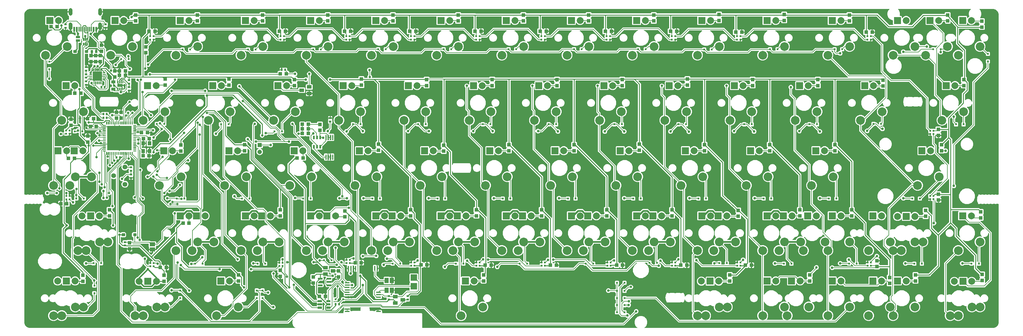
<source format=gbr>
G04 EAGLE Gerber RS-274X export*
G75*
%MOMM*%
%FSLAX66Y66*%
%LPD*%
%INBottom Copper*%
%IPPOS*%
%AMOC8*
5,1,8,0,0,1.08239X$1,22.5*%
G01*
%ADD10C,2.540000*%
%ADD11C,2.000000*%
%ADD12R,2.000000X2.000000*%
%ADD13R,0.600000X0.600000*%
%ADD14R,0.400000X1.400000*%
%ADD15R,1.400000X0.400000*%
%ADD16R,0.700000X0.600000*%
%ADD17R,1.190000X0.730000*%
%ADD18R,1.080000X1.050000*%
%ADD19R,1.050000X1.080000*%
%ADD20R,1.050000X1.300000*%
%ADD21R,1.320800X0.558800*%
%ADD22C,0.145000*%
%ADD23R,0.600000X0.700000*%
%ADD24R,1.168400X1.600200*%
%ADD25C,0.065000*%
%ADD26R,7.150000X7.150000*%
%ADD27R,1.400000X1.000000*%
%ADD28C,1.308000*%
%ADD29R,1.308000X1.308000*%
%ADD30C,0.100000*%
%ADD31R,0.558800X1.130300*%
%ADD32C,1.400000*%
%ADD33R,1.905000X1.905000*%
%ADD34R,0.700000X0.900000*%
%ADD35R,1.600200X1.168400*%
%ADD36R,0.600000X1.450000*%
%ADD37R,0.300000X1.450000*%
%ADD38C,1.108000*%
%ADD39C,0.438600*%
%ADD40R,0.550000X0.550000*%
%ADD41C,0.130000*%
%ADD42R,2.700000X2.700000*%
%ADD43C,0.070000*%
%ADD44R,1.600000X0.900000*%
%ADD45R,1.210300X0.875700*%
%ADD46C,0.028000*%
%ADD47C,0.152400*%
%ADD48C,0.706400*%
%ADD49C,0.203200*%
%ADD50C,0.756400*%
%ADD51C,0.508000*%
%ADD52C,0.304800*%
%ADD53C,0.254000*%
%ADD54C,0.406400*%

G36*
X185233822Y11908306D02*
X185233822Y11908306D01*
X185242884Y11909003D01*
X185245909Y11910284D01*
X185249150Y11910816D01*
X185257159Y11915053D01*
X185265544Y11918606D01*
X185268806Y11921213D01*
X185270900Y11922322D01*
X185273144Y11924681D01*
X185278744Y11929159D01*
X186585881Y13236294D01*
X186590056Y13242103D01*
X186594991Y13247294D01*
X186597197Y13252038D01*
X186600244Y13256275D01*
X186602350Y13263113D01*
X186605372Y13269606D01*
X186605950Y13274797D01*
X186607491Y13279794D01*
X186607306Y13286963D01*
X186608100Y13294066D01*
X186606997Y13299166D01*
X186606863Y13304394D01*
X186604409Y13311116D01*
X186602894Y13318116D01*
X186600216Y13322609D01*
X186598425Y13327513D01*
X186593956Y13333103D01*
X186590291Y13339253D01*
X186586328Y13342650D01*
X186583063Y13346738D01*
X186577041Y13350616D01*
X186571609Y13355272D01*
X186566763Y13357231D01*
X186562372Y13360059D01*
X186555434Y13361816D01*
X186548797Y13364500D01*
X186541688Y13365294D01*
X186538513Y13366097D01*
X186536131Y13365913D01*
X186532000Y13366375D01*
X186376738Y13366375D01*
X186125706Y13470356D01*
X186017241Y13578822D01*
X186009869Y13584119D01*
X186002969Y13590038D01*
X185999925Y13591269D01*
X185997259Y13593184D01*
X185988572Y13595863D01*
X185980156Y13599266D01*
X185976028Y13599725D01*
X185973741Y13600431D01*
X185970463Y13600347D01*
X185963359Y13601141D01*
X184722306Y13601141D01*
X183993341Y14330106D01*
X183985969Y14335403D01*
X183979069Y14341322D01*
X183976025Y14342553D01*
X183973359Y14344469D01*
X183964672Y14347147D01*
X183956256Y14350550D01*
X183952128Y14351009D01*
X183949841Y14351716D01*
X183946563Y14351631D01*
X183939459Y14352425D01*
X183095034Y14352425D01*
X182916491Y14530969D01*
X182916491Y15383478D01*
X183112613Y15579600D01*
X183113169Y15579931D01*
X183114522Y15581509D01*
X183117353Y15584341D01*
X183119444Y15587250D01*
X183119931Y15587816D01*
X183127081Y15595341D01*
X183127909Y15597125D01*
X183129188Y15598613D01*
X183131216Y15603625D01*
X183131716Y15604322D01*
X183132416Y15606591D01*
X183133075Y15608225D01*
X183137463Y15617653D01*
X183137681Y15619606D01*
X183138416Y15621425D01*
X183140291Y15638222D01*
X183140291Y16359819D01*
X183139972Y16361759D01*
X183140191Y16363709D01*
X183137991Y16373872D01*
X183137659Y16375903D01*
X183137509Y16377841D01*
X183137234Y16378488D01*
X183136316Y16384106D01*
X183135400Y16385834D01*
X183134984Y16387759D01*
X183129650Y16396706D01*
X183128953Y16398025D01*
X183127903Y16400500D01*
X183127134Y16401463D01*
X183124809Y16405856D01*
X183123391Y16407206D01*
X183122381Y16408897D01*
X183118603Y16412138D01*
X183117353Y16413700D01*
X182916491Y16614563D01*
X182916491Y17467072D01*
X183112613Y17663194D01*
X183113169Y17663525D01*
X183114522Y17665103D01*
X183117353Y17667934D01*
X183119444Y17670844D01*
X183119931Y17671409D01*
X183127081Y17678934D01*
X183127909Y17680719D01*
X183129188Y17682206D01*
X183131216Y17687219D01*
X183131716Y17687916D01*
X183132416Y17690184D01*
X183133075Y17691819D01*
X183137463Y17701247D01*
X183137681Y17703200D01*
X183138416Y17705019D01*
X183140291Y17721816D01*
X183140291Y18443413D01*
X183139972Y18445353D01*
X183140191Y18447303D01*
X183137997Y18457434D01*
X183137659Y18459497D01*
X183137509Y18461434D01*
X183137234Y18462081D01*
X183136316Y18467700D01*
X183135400Y18469428D01*
X183134984Y18471353D01*
X183129650Y18480300D01*
X183128953Y18481619D01*
X183127903Y18484094D01*
X183127134Y18485056D01*
X183124809Y18489450D01*
X183123391Y18490800D01*
X183122381Y18492491D01*
X183118603Y18495731D01*
X183117353Y18497294D01*
X182916491Y18698156D01*
X182916491Y19550666D01*
X183112613Y19746788D01*
X183113169Y19747119D01*
X183114522Y19748697D01*
X183117353Y19751528D01*
X183119444Y19754438D01*
X183119931Y19755003D01*
X183127081Y19762528D01*
X183127909Y19764313D01*
X183129188Y19765800D01*
X183131216Y19770813D01*
X183131716Y19771509D01*
X183132416Y19773778D01*
X183133075Y19775413D01*
X183137463Y19784841D01*
X183137681Y19786794D01*
X183138416Y19788613D01*
X183140291Y19805409D01*
X183140291Y20527006D01*
X183139972Y20528947D01*
X183140191Y20530897D01*
X183137991Y20541059D01*
X183137659Y20543091D01*
X183137509Y20545028D01*
X183137234Y20545675D01*
X183136316Y20551294D01*
X183135400Y20553022D01*
X183134984Y20554947D01*
X183129650Y20563894D01*
X183128953Y20565213D01*
X183127903Y20567688D01*
X183127134Y20568650D01*
X183124809Y20573044D01*
X183123391Y20574394D01*
X183122381Y20576084D01*
X183118603Y20579325D01*
X183117353Y20580888D01*
X182916491Y20781750D01*
X182916491Y20825222D01*
X182916172Y20827163D01*
X182916391Y20829113D01*
X182914191Y20839275D01*
X182912516Y20849509D01*
X182911600Y20851238D01*
X182911184Y20853163D01*
X182905850Y20862109D01*
X182901009Y20871259D01*
X182899591Y20872609D01*
X182898581Y20874300D01*
X182890697Y20881063D01*
X182883172Y20888213D01*
X182881388Y20889041D01*
X182879900Y20890319D01*
X182870288Y20894206D01*
X182860859Y20898594D01*
X182858906Y20898813D01*
X182857088Y20899547D01*
X182840291Y20901422D01*
X181607681Y20901422D01*
X181598722Y20899956D01*
X181589659Y20899259D01*
X181586634Y20897978D01*
X181583394Y20897447D01*
X181575366Y20893200D01*
X181567000Y20889653D01*
X181563747Y20887053D01*
X181561644Y20885941D01*
X181559397Y20883575D01*
X181553800Y20879103D01*
X181378100Y20703403D01*
X181127069Y20599422D01*
X180855353Y20599422D01*
X180604322Y20703403D01*
X180412194Y20895531D01*
X180308213Y21146563D01*
X180308213Y21418278D01*
X180412194Y21669309D01*
X180604322Y21861438D01*
X180855353Y21965419D01*
X181127069Y21965419D01*
X181378100Y21861438D01*
X181553800Y21685738D01*
X181561172Y21680441D01*
X181568072Y21674522D01*
X181571116Y21673291D01*
X181573781Y21671375D01*
X181582469Y21668697D01*
X181590884Y21665294D01*
X181595013Y21664834D01*
X181597300Y21664128D01*
X181600578Y21664213D01*
X181607681Y21663419D01*
X182914088Y21663419D01*
X182923047Y21664884D01*
X182932109Y21665581D01*
X182935134Y21666863D01*
X182938375Y21667394D01*
X182946403Y21671641D01*
X182954769Y21675188D01*
X182958022Y21677788D01*
X182960125Y21678900D01*
X182962372Y21681266D01*
X182967969Y21685738D01*
X183112613Y21830381D01*
X183113169Y21830713D01*
X183114522Y21832291D01*
X183117353Y21835122D01*
X183119444Y21838031D01*
X183119931Y21838597D01*
X183127081Y21846122D01*
X183127909Y21847906D01*
X183129188Y21849394D01*
X183131216Y21854406D01*
X183131716Y21855103D01*
X183132413Y21857363D01*
X183133075Y21859006D01*
X183137463Y21868434D01*
X183137681Y21870388D01*
X183138416Y21872206D01*
X183140291Y21889003D01*
X183140291Y22908256D01*
X183139972Y22910197D01*
X183140191Y22912147D01*
X183137991Y22922309D01*
X183137659Y22924341D01*
X183137509Y22926278D01*
X183137234Y22926925D01*
X183136316Y22932544D01*
X183135400Y22934272D01*
X183134984Y22936197D01*
X183129650Y22945144D01*
X183128953Y22946463D01*
X183127903Y22948938D01*
X183127134Y22949900D01*
X183124809Y22954294D01*
X183123391Y22955644D01*
X183122381Y22957334D01*
X183118603Y22960575D01*
X183117353Y22962138D01*
X182916491Y23163000D01*
X182916491Y24015509D01*
X183095034Y24194053D01*
X183947544Y24194053D01*
X184126088Y24015509D01*
X184126088Y23163000D01*
X183929966Y22966878D01*
X183929409Y22966547D01*
X183928056Y22964969D01*
X183925225Y22962138D01*
X183923134Y22959228D01*
X183922647Y22958663D01*
X183915497Y22951138D01*
X183914669Y22949353D01*
X183913391Y22947866D01*
X183911363Y22942853D01*
X183910863Y22942156D01*
X183910163Y22939888D01*
X183909503Y22938253D01*
X183905116Y22928825D01*
X183904897Y22926872D01*
X183904163Y22925053D01*
X183902288Y22908256D01*
X183902288Y22493028D01*
X183903441Y22485975D01*
X183903625Y22478806D01*
X183905419Y22473888D01*
X183906263Y22468741D01*
X183909606Y22462422D01*
X183912063Y22455691D01*
X183915328Y22451606D01*
X183917769Y22446991D01*
X183922956Y22442059D01*
X183927428Y22436466D01*
X183931819Y22433638D01*
X183935606Y22430038D01*
X183942097Y22427019D01*
X183948116Y22423141D01*
X183953184Y22421859D01*
X183957919Y22419656D01*
X183965028Y22418863D01*
X183971975Y22417106D01*
X183977191Y22417506D01*
X183982378Y22416928D01*
X183989372Y22418444D01*
X183996513Y22418991D01*
X184001319Y22421028D01*
X184006428Y22422134D01*
X184012584Y22425806D01*
X184019169Y22428597D01*
X184024756Y22433063D01*
X184027566Y22434738D01*
X184029119Y22436550D01*
X184032369Y22439147D01*
X184171925Y22578706D01*
X185094172Y23500953D01*
X185099469Y23508325D01*
X185105388Y23515225D01*
X185106619Y23518269D01*
X185108534Y23520934D01*
X185111213Y23529622D01*
X185114616Y23538038D01*
X185115075Y23542166D01*
X185115781Y23544453D01*
X185115697Y23547731D01*
X185116491Y23554834D01*
X185116491Y24015509D01*
X185295034Y24194053D01*
X186147544Y24194053D01*
X186326088Y24015509D01*
X186326088Y23163000D01*
X186147544Y22984456D01*
X185686869Y22984456D01*
X185677909Y22982991D01*
X185668847Y22982294D01*
X185665822Y22981013D01*
X185662581Y22980481D01*
X185654553Y22976234D01*
X185646188Y22972688D01*
X185642934Y22970088D01*
X185640831Y22968975D01*
X185638584Y22966609D01*
X185632988Y22962138D01*
X184710741Y22039891D01*
X184705444Y22032519D01*
X184699525Y22025619D01*
X184698294Y22022575D01*
X184696378Y22019909D01*
X184693700Y22011222D01*
X184690297Y22002806D01*
X184689838Y21998678D01*
X184689131Y21996391D01*
X184689216Y21993113D01*
X184688422Y21986009D01*
X184688422Y17951663D01*
X184689578Y17944594D01*
X184689763Y17937434D01*
X184691553Y17932528D01*
X184692397Y17927375D01*
X184695744Y17921050D01*
X184698200Y17914319D01*
X184701463Y17910234D01*
X184703903Y17905625D01*
X184709091Y17900694D01*
X184713566Y17895097D01*
X184717953Y17892272D01*
X184721741Y17888672D01*
X184728244Y17885647D01*
X184734256Y17881775D01*
X184739313Y17880497D01*
X184744053Y17878291D01*
X184751172Y17877497D01*
X184758116Y17875741D01*
X184763328Y17876141D01*
X184768513Y17875563D01*
X184775503Y17877075D01*
X184782653Y17877625D01*
X184787463Y17879666D01*
X184792563Y17880769D01*
X184798716Y17884438D01*
X184805309Y17887234D01*
X184810894Y17891697D01*
X184813700Y17893372D01*
X184815256Y17895188D01*
X184818509Y17897788D01*
X184833950Y17913231D01*
X185220947Y18300228D01*
X185313803Y18393081D01*
X185314944Y18394669D01*
X185316484Y18395900D01*
X185322113Y18404644D01*
X185328166Y18413063D01*
X185328744Y18414941D01*
X185329806Y18416591D01*
X185332350Y18426638D01*
X185335413Y18436581D01*
X185335363Y18438547D01*
X185335844Y18440450D01*
X185335050Y18450788D01*
X185334784Y18461181D01*
X185334109Y18463031D01*
X185333959Y18464984D01*
X185329913Y18474531D01*
X185326347Y18484300D01*
X185325119Y18485834D01*
X185324353Y18487644D01*
X185313803Y18500844D01*
X185116491Y18698156D01*
X185116491Y19550666D01*
X185295034Y19729209D01*
X186147544Y19729209D01*
X186343666Y19533088D01*
X186343997Y19532531D01*
X186345575Y19531178D01*
X186348406Y19528347D01*
X186351316Y19526256D01*
X186351881Y19525769D01*
X186359406Y19518619D01*
X186361191Y19517791D01*
X186362678Y19516513D01*
X186367691Y19514484D01*
X186368388Y19513984D01*
X186370656Y19513284D01*
X186372291Y19512625D01*
X186381719Y19508238D01*
X186383672Y19508019D01*
X186385491Y19507284D01*
X186402288Y19505409D01*
X195028006Y19505409D01*
X201785700Y12747716D01*
X201793072Y12742419D01*
X201799972Y12736500D01*
X201803016Y12735269D01*
X201805681Y12733353D01*
X201814369Y12730675D01*
X201822784Y12727272D01*
X201826913Y12726813D01*
X201829200Y12726106D01*
X201832478Y12726191D01*
X201839581Y12725397D01*
X205843538Y12725397D01*
X205850591Y12726550D01*
X205857759Y12726734D01*
X205862678Y12728528D01*
X205867825Y12729372D01*
X205874144Y12732716D01*
X205880875Y12735172D01*
X205884959Y12738438D01*
X205889575Y12740878D01*
X205894506Y12746066D01*
X205900100Y12750538D01*
X205902928Y12754928D01*
X205906528Y12758716D01*
X205909547Y12765206D01*
X205913425Y12771225D01*
X205914706Y12776294D01*
X205916909Y12781028D01*
X205917703Y12788138D01*
X205919459Y12795084D01*
X205919059Y12800300D01*
X205919638Y12805488D01*
X205918122Y12812484D01*
X205917575Y12819619D01*
X205915538Y12824422D01*
X205914431Y12829538D01*
X205910759Y12835697D01*
X205907969Y12842278D01*
X205903503Y12847866D01*
X205901828Y12850675D01*
X205900016Y12852228D01*
X205897419Y12855478D01*
X205674950Y13077944D01*
X205435200Y13656750D01*
X205435200Y14283247D01*
X205627403Y14747259D01*
X205628356Y14751322D01*
X205629681Y14754169D01*
X205630263Y14759388D01*
X205632925Y14769922D01*
X205632875Y14770575D01*
X205633025Y14771216D01*
X205632366Y14778228D01*
X205632409Y14778628D01*
X205632263Y14779300D01*
X205631934Y14782800D01*
X205631038Y14794459D01*
X205630781Y14795066D01*
X205630719Y14795716D01*
X205625991Y14806356D01*
X205621425Y14817116D01*
X205620938Y14817725D01*
X205620725Y14818203D01*
X205619406Y14819641D01*
X205610872Y14830313D01*
X205604500Y14836681D01*
X205359000Y15082181D01*
X205359000Y18121909D01*
X205357847Y18128963D01*
X205357663Y18136131D01*
X205355869Y18141050D01*
X205355025Y18146197D01*
X205351681Y18152516D01*
X205349225Y18159247D01*
X205345959Y18163331D01*
X205343519Y18167947D01*
X205338331Y18172878D01*
X205333859Y18178472D01*
X205329469Y18181300D01*
X205325681Y18184900D01*
X205319191Y18187919D01*
X205313172Y18191797D01*
X205308103Y18193078D01*
X205303369Y18195281D01*
X205296259Y18196075D01*
X205289313Y18197831D01*
X205284097Y18197431D01*
X205278909Y18198009D01*
X205271916Y18196494D01*
X205264775Y18195947D01*
X205259969Y18193909D01*
X205254859Y18192803D01*
X205248703Y18189131D01*
X205242119Y18186341D01*
X205236531Y18181875D01*
X205233722Y18180200D01*
X205232169Y18178388D01*
X205228919Y18175791D01*
X205124141Y18071009D01*
X204699703Y17895200D01*
X204240294Y17895200D01*
X203815856Y18071009D01*
X203491009Y18395856D01*
X203388231Y18643984D01*
X203386128Y18647378D01*
X203384816Y18651150D01*
X203379684Y18657775D01*
X203375266Y18664903D01*
X203372191Y18667450D01*
X203369747Y18670603D01*
X203362772Y18675247D01*
X203356309Y18680597D01*
X203352581Y18682031D01*
X203349263Y18684241D01*
X203341175Y18686419D01*
X203333341Y18689431D01*
X203329347Y18689603D01*
X203325500Y18690638D01*
X203317134Y18690122D01*
X203308756Y18690481D01*
X203304925Y18689372D01*
X203300938Y18689128D01*
X203293163Y18685972D01*
X203285116Y18683644D01*
X203281838Y18681372D01*
X203278134Y18679869D01*
X203271772Y18674397D01*
X203264888Y18669628D01*
X203262503Y18666428D01*
X203259475Y18663825D01*
X203255191Y18656619D01*
X203250181Y18649897D01*
X203248941Y18646106D01*
X203246900Y18642672D01*
X203242641Y18626841D01*
X203242531Y18626506D01*
X203242531Y18626438D01*
X203242509Y18626353D01*
X203208056Y18401213D01*
X203058059Y18095084D01*
X203055491Y18086581D01*
X203052163Y18078353D01*
X203051669Y18073928D01*
X203050944Y18071528D01*
X203051044Y18068322D01*
X203050288Y18061556D01*
X203050288Y18023538D01*
X203005759Y17979013D01*
X203003350Y17975659D01*
X203000288Y17972916D01*
X202991847Y17959656D01*
X202991397Y17959031D01*
X202991347Y17958872D01*
X202991213Y17958659D01*
X202963503Y17902106D01*
X202927531Y17889794D01*
X202919697Y17885594D01*
X202911528Y17882131D01*
X202908053Y17879353D01*
X202905841Y17878169D01*
X202903644Y17875831D01*
X202898325Y17871581D01*
X202871447Y17844700D01*
X202808478Y17844700D01*
X202804413Y17844034D01*
X202800300Y17844259D01*
X202784963Y17840850D01*
X202784191Y17840725D01*
X202784044Y17840647D01*
X202783803Y17840594D01*
X202724219Y17820200D01*
X202690075Y17836928D01*
X202681572Y17839497D01*
X202673344Y17842825D01*
X202668919Y17843319D01*
X202666519Y17844044D01*
X202663313Y17843944D01*
X202656547Y17844700D01*
X198343450Y17844700D01*
X198334688Y17843266D01*
X198325828Y17842634D01*
X198321631Y17841128D01*
X198319163Y17840725D01*
X198316331Y17839228D01*
X198309922Y17836928D01*
X198275778Y17820200D01*
X198216194Y17840594D01*
X198212131Y17841281D01*
X198208316Y17842825D01*
X198192731Y17844566D01*
X198191931Y17844700D01*
X198191759Y17844672D01*
X198191519Y17844700D01*
X198128550Y17844700D01*
X198101672Y17871581D01*
X198094450Y17876772D01*
X198087747Y17882581D01*
X198083725Y17884478D01*
X198081688Y17885944D01*
X198078619Y17886891D01*
X198072466Y17889794D01*
X198036494Y17902106D01*
X198008784Y17958659D01*
X198006394Y17962022D01*
X198004788Y17965813D01*
X197995003Y17978053D01*
X197994531Y17978719D01*
X197994391Y17978822D01*
X197994238Y17979013D01*
X197949709Y18023538D01*
X197949709Y18061556D01*
X197948275Y18070319D01*
X197947644Y18079178D01*
X197946138Y18083375D01*
X197945734Y18085844D01*
X197944238Y18088675D01*
X197941938Y18095084D01*
X197791941Y18401213D01*
X197662041Y19250000D01*
X197791941Y20098784D01*
X197941938Y20404913D01*
X197944506Y20413416D01*
X197947834Y20421644D01*
X197948328Y20426069D01*
X197949053Y20428469D01*
X197948953Y20431675D01*
X197949709Y20438441D01*
X197949709Y20476459D01*
X197994238Y20520984D01*
X197996647Y20524338D01*
X197999709Y20527081D01*
X198008144Y20540328D01*
X198008600Y20540966D01*
X198008650Y20541125D01*
X198008784Y20541338D01*
X198036494Y20597891D01*
X198072466Y20610203D01*
X198080300Y20614403D01*
X198088469Y20617866D01*
X198091944Y20620644D01*
X198094156Y20621828D01*
X198096353Y20624166D01*
X198101672Y20628416D01*
X198128550Y20655297D01*
X198191519Y20655297D01*
X198195584Y20655963D01*
X198199697Y20655738D01*
X198215034Y20659147D01*
X198215806Y20659272D01*
X198215953Y20659350D01*
X198216194Y20659403D01*
X198275778Y20679797D01*
X198309922Y20663069D01*
X198318425Y20660500D01*
X198326653Y20657172D01*
X198331078Y20656678D01*
X198333478Y20655953D01*
X198336684Y20656053D01*
X198343450Y20655297D01*
X202656547Y20655297D01*
X202665309Y20656731D01*
X202674169Y20657363D01*
X202678366Y20658869D01*
X202680834Y20659272D01*
X202683666Y20660769D01*
X202690075Y20663069D01*
X202724219Y20679797D01*
X202783803Y20659403D01*
X202787866Y20658716D01*
X202791681Y20657172D01*
X202807266Y20655431D01*
X202808066Y20655297D01*
X202808238Y20655325D01*
X202808478Y20655297D01*
X202871447Y20655297D01*
X202898325Y20628416D01*
X202905547Y20623225D01*
X202912250Y20617416D01*
X202916272Y20615519D01*
X202918309Y20614053D01*
X202921378Y20613106D01*
X202927531Y20610203D01*
X202963503Y20597891D01*
X202991213Y20541338D01*
X202993603Y20537975D01*
X202995209Y20534184D01*
X203004994Y20521944D01*
X203005466Y20521278D01*
X203005606Y20521175D01*
X203005759Y20520984D01*
X203050288Y20476459D01*
X203050288Y20438441D01*
X203051722Y20429678D01*
X203052353Y20420819D01*
X203053859Y20416622D01*
X203054263Y20414153D01*
X203055759Y20411322D01*
X203058059Y20404913D01*
X203208056Y20098784D01*
X203287213Y19581563D01*
X203288444Y19577769D01*
X203288819Y19573791D01*
X203292225Y19566128D01*
X203294813Y19558156D01*
X203297191Y19554950D01*
X203298813Y19551303D01*
X203304484Y19545128D01*
X203309478Y19538397D01*
X203312756Y19536116D01*
X203315456Y19533175D01*
X203322791Y19529131D01*
X203329678Y19524338D01*
X203333513Y19523222D01*
X203337006Y19521294D01*
X203345259Y19519797D01*
X203353303Y19517453D01*
X203357291Y19517616D01*
X203361219Y19516903D01*
X203369506Y19518113D01*
X203377891Y19518453D01*
X203381625Y19519881D01*
X203385572Y19520456D01*
X203393044Y19524244D01*
X203400878Y19527241D01*
X203403963Y19529784D01*
X203407519Y19531588D01*
X203413394Y19537559D01*
X203419866Y19542897D01*
X203421978Y19546288D01*
X203424775Y19549131D01*
X203432688Y19563481D01*
X203432875Y19563784D01*
X203432891Y19563853D01*
X203432934Y19563931D01*
X203491009Y19704141D01*
X203815856Y20028988D01*
X204240294Y20204797D01*
X204699703Y20204797D01*
X205124141Y20028988D01*
X205228919Y19924206D01*
X205234728Y19920031D01*
X205239919Y19915097D01*
X205244663Y19912891D01*
X205248900Y19909844D01*
X205255738Y19907738D01*
X205262231Y19904716D01*
X205267422Y19904138D01*
X205272419Y19902597D01*
X205279588Y19902781D01*
X205286691Y19901988D01*
X205291791Y19903091D01*
X205297019Y19903225D01*
X205303741Y19905678D01*
X205310741Y19907194D01*
X205315234Y19909872D01*
X205320138Y19911663D01*
X205325725Y19916128D01*
X205331878Y19919797D01*
X205335281Y19923766D01*
X205339359Y19927025D01*
X205343231Y19933038D01*
X205347897Y19938478D01*
X205349859Y19943328D01*
X205352684Y19947716D01*
X205354441Y19954653D01*
X205357125Y19961291D01*
X205357919Y19968397D01*
X205358722Y19971572D01*
X205358538Y19973956D01*
X205359000Y19978088D01*
X205359000Y31857016D01*
X205625763Y32123775D01*
X205632547Y32133213D01*
X205639531Y32142584D01*
X205639738Y32143219D01*
X205640125Y32143756D01*
X205643553Y32154881D01*
X205647181Y32165975D01*
X205647175Y32166638D01*
X205647372Y32167275D01*
X205647075Y32178928D01*
X205646978Y32190581D01*
X205646756Y32191344D01*
X205646744Y32191875D01*
X205646069Y32193725D01*
X205642281Y32206816D01*
X205435200Y32706750D01*
X205435200Y33333247D01*
X205627403Y33797259D01*
X205628356Y33801322D01*
X205629681Y33804169D01*
X205630263Y33809388D01*
X205632925Y33819906D01*
X205632875Y33820572D01*
X205633025Y33821216D01*
X205632366Y33828228D01*
X205632409Y33828628D01*
X205632263Y33829300D01*
X205631934Y33832791D01*
X205631041Y33844441D01*
X205630781Y33845053D01*
X205630719Y33845716D01*
X205625972Y33856397D01*
X205621434Y33867100D01*
X205620941Y33867719D01*
X205620725Y33868203D01*
X205619391Y33869656D01*
X205610884Y33880300D01*
X202688441Y36802744D01*
X202682631Y36806919D01*
X202677441Y36811853D01*
X202672697Y36814059D01*
X202668459Y36817106D01*
X202661622Y36819213D01*
X202655128Y36822234D01*
X202649938Y36822813D01*
X202644941Y36824353D01*
X202637772Y36824169D01*
X202630669Y36824963D01*
X202625569Y36823859D01*
X202620341Y36823725D01*
X202613619Y36821272D01*
X202606619Y36819756D01*
X202602125Y36817078D01*
X202597222Y36815288D01*
X202591631Y36810819D01*
X202585481Y36807153D01*
X202582084Y36803191D01*
X202577997Y36799925D01*
X202574119Y36793903D01*
X202569463Y36788472D01*
X202567503Y36783625D01*
X202564675Y36779234D01*
X202562919Y36772297D01*
X202560234Y36765659D01*
X202559441Y36758550D01*
X202558638Y36755375D01*
X202558822Y36752994D01*
X202558359Y36748863D01*
X202558359Y29644825D01*
X202558678Y29642884D01*
X202558459Y29640934D01*
X202560659Y29630772D01*
X202562334Y29620538D01*
X202563250Y29618809D01*
X202563666Y29616884D01*
X202569000Y29607938D01*
X202573841Y29598788D01*
X202575259Y29597438D01*
X202576269Y29595747D01*
X202584169Y29588972D01*
X202591678Y29581834D01*
X202593463Y29581006D01*
X202594950Y29579728D01*
X202604563Y29575841D01*
X202613991Y29571453D01*
X202615944Y29571234D01*
X202617763Y29570500D01*
X202634559Y29568625D01*
X202777816Y29568625D01*
X202956359Y29390081D01*
X202956359Y29349078D01*
X202956747Y29346703D01*
X202956509Y29344313D01*
X202958728Y29334613D01*
X202960334Y29324791D01*
X202961456Y29322669D01*
X202961994Y29320322D01*
X202967197Y29311816D01*
X202971841Y29303041D01*
X202973578Y29301388D01*
X202974838Y29299331D01*
X202982475Y29292934D01*
X202989678Y29286088D01*
X202991859Y29285072D01*
X202993703Y29283528D01*
X203002972Y29279903D01*
X203011991Y29275706D01*
X203014378Y29275441D01*
X203016622Y29274563D01*
X203026581Y29274078D01*
X203036450Y29272978D01*
X203038794Y29273484D01*
X203041203Y29273369D01*
X203050784Y29276081D01*
X203060500Y29278184D01*
X203062566Y29279416D01*
X203064881Y29280072D01*
X203073091Y29285694D01*
X203081638Y29290788D01*
X203083203Y29292613D01*
X203085188Y29293972D01*
X203091175Y29301909D01*
X203097656Y29309469D01*
X203098559Y29311700D01*
X203100006Y29313619D01*
X203106163Y29329359D01*
X203114872Y29361866D01*
X203148313Y29419788D01*
X203195600Y29467075D01*
X203253522Y29500516D01*
X203318119Y29517825D01*
X203724166Y29517825D01*
X203724166Y28800038D01*
X203724484Y28798097D01*
X203724266Y28796147D01*
X203726466Y28785984D01*
X203728141Y28775750D01*
X203729056Y28774022D01*
X203729472Y28772097D01*
X203734806Y28763150D01*
X203739647Y28754000D01*
X203741066Y28752650D01*
X203742075Y28750959D01*
X203749959Y28744197D01*
X203757484Y28737047D01*
X203759269Y28736219D01*
X203760756Y28734941D01*
X203770369Y28731053D01*
X203779797Y28726666D01*
X203781750Y28726447D01*
X203783569Y28725713D01*
X203800366Y28723838D01*
X203876572Y28723838D01*
X203876572Y28723816D01*
X203800366Y28723816D01*
X203798425Y28723497D01*
X203796475Y28723716D01*
X203786313Y28721516D01*
X203776078Y28719841D01*
X203774350Y28718925D01*
X203772425Y28718509D01*
X203763478Y28713175D01*
X203754328Y28708334D01*
X203752978Y28706916D01*
X203751288Y28705906D01*
X203744525Y28698022D01*
X203737375Y28690497D01*
X203736547Y28688713D01*
X203735269Y28687225D01*
X203731381Y28677613D01*
X203726994Y28668184D01*
X203726775Y28666231D01*
X203726041Y28664413D01*
X203724166Y28647616D01*
X203724166Y27929828D01*
X203318119Y27929828D01*
X203253522Y27947138D01*
X203195600Y27980578D01*
X203148313Y28027866D01*
X203114872Y28085788D01*
X203106163Y28118294D01*
X203105172Y28120484D01*
X203104784Y28122863D01*
X203100134Y28131650D01*
X203096041Y28140725D01*
X203094400Y28142494D01*
X203093278Y28144613D01*
X203086078Y28151456D01*
X203079297Y28158759D01*
X203077184Y28159909D01*
X203075441Y28161566D01*
X203066409Y28165769D01*
X203057678Y28170516D01*
X203055313Y28170931D01*
X203053128Y28171947D01*
X203043225Y28173050D01*
X203033438Y28174769D01*
X203031059Y28174409D01*
X203028669Y28174675D01*
X203018947Y28172572D01*
X203009109Y28171078D01*
X203006969Y28169978D01*
X203004619Y28169469D01*
X202996066Y28164369D01*
X202987225Y28159822D01*
X202985550Y28158100D01*
X202983481Y28156866D01*
X202976994Y28149300D01*
X202970069Y28142178D01*
X202969031Y28140013D01*
X202967463Y28138184D01*
X202963725Y28128941D01*
X202959431Y28119988D01*
X202959138Y28117603D01*
X202958234Y28115372D01*
X202956359Y28098575D01*
X202956359Y28057572D01*
X202777816Y27879028D01*
X201475306Y27879028D01*
X201296763Y28057572D01*
X201296763Y28063484D01*
X201296444Y28065425D01*
X201296663Y28067375D01*
X201294463Y28077538D01*
X201292788Y28087772D01*
X201291872Y28089500D01*
X201291456Y28091425D01*
X201286122Y28100372D01*
X201281281Y28109522D01*
X201279863Y28110872D01*
X201278853Y28112563D01*
X201270969Y28119325D01*
X201263444Y28126475D01*
X201261659Y28127303D01*
X201260172Y28128581D01*
X201250559Y28132469D01*
X201241131Y28136856D01*
X201239178Y28137075D01*
X201237359Y28137809D01*
X201220563Y28139684D01*
X201105813Y28139684D01*
X201096853Y28138219D01*
X201087788Y28137522D01*
X201084763Y28136241D01*
X201081525Y28135709D01*
X201073500Y28131463D01*
X201065131Y28127916D01*
X201061878Y28125316D01*
X201059775Y28124203D01*
X201057528Y28121838D01*
X201051931Y28117366D01*
X200926253Y27991684D01*
X200123747Y27991684D01*
X200103884Y28011547D01*
X200102294Y28012691D01*
X200101063Y28014231D01*
X200094806Y28018259D01*
X200089938Y28022434D01*
X200087197Y28023544D01*
X200083900Y28025913D01*
X200082019Y28026491D01*
X200080372Y28027553D01*
X200072125Y28029641D01*
X200067125Y28031663D01*
X200064172Y28031991D01*
X200060384Y28033159D01*
X200058416Y28033109D01*
X200056513Y28033591D01*
X200052566Y28033288D01*
X200050328Y28033538D01*
X200049669Y28033538D01*
X200044950Y28032766D01*
X200035781Y28032531D01*
X200033931Y28031856D01*
X200031978Y28031706D01*
X200027891Y28029972D01*
X200025381Y28029563D01*
X200020350Y28026900D01*
X200012666Y28024097D01*
X200011125Y28022866D01*
X200009319Y28022100D01*
X200005488Y28019038D01*
X200003631Y28018056D01*
X200001647Y28015969D01*
X199996119Y28011550D01*
X199976253Y27991684D01*
X199173744Y27991684D01*
X198997266Y28168166D01*
X198989894Y28173463D01*
X198982994Y28179381D01*
X198979950Y28180613D01*
X198977284Y28182528D01*
X198968597Y28185206D01*
X198960181Y28188609D01*
X198956053Y28189069D01*
X198953766Y28189775D01*
X198950488Y28189691D01*
X198943384Y28190484D01*
X197482416Y28190484D01*
X196314938Y29357963D01*
X196307566Y29363259D01*
X196300666Y29369178D01*
X196297622Y29370409D01*
X196294956Y29372325D01*
X196286269Y29375003D01*
X196277853Y29378406D01*
X196273725Y29378866D01*
X196271438Y29379572D01*
X196268159Y29379488D01*
X196261056Y29380281D01*
X196019609Y29380281D01*
X195882031Y29437269D01*
X195877588Y29438313D01*
X195873441Y29440241D01*
X195865678Y29441106D01*
X195858075Y29442891D01*
X195853522Y29442463D01*
X195848981Y29442969D01*
X195841347Y29441316D01*
X195833575Y29440584D01*
X195829403Y29438731D01*
X195824931Y29437763D01*
X195818216Y29433759D01*
X195811088Y29430591D01*
X195807722Y29427500D01*
X195803794Y29425159D01*
X195798709Y29419231D01*
X195792956Y29413950D01*
X195790750Y29409947D01*
X195787775Y29406478D01*
X195784847Y29399238D01*
X195781075Y29392397D01*
X195780259Y29387900D01*
X195778547Y29383666D01*
X195777034Y29370113D01*
X195776684Y29368184D01*
X195776759Y29367663D01*
X195776672Y29366869D01*
X195776672Y29334197D01*
X195776991Y29332256D01*
X195776772Y29330306D01*
X195778972Y29320144D01*
X195780647Y29309909D01*
X195781563Y29308181D01*
X195781978Y29306256D01*
X195787313Y29297309D01*
X195792153Y29288159D01*
X195793572Y29286809D01*
X195794581Y29285119D01*
X195802466Y29278356D01*
X195809991Y29271206D01*
X195811775Y29270378D01*
X195813263Y29269100D01*
X195822875Y29265213D01*
X195832303Y29260825D01*
X195834256Y29260606D01*
X195836075Y29259872D01*
X195841878Y29259225D01*
X196095872Y29154016D01*
X196288000Y28961888D01*
X196391981Y28710856D01*
X196391981Y28439141D01*
X196288000Y28188109D01*
X196095872Y27995981D01*
X195844841Y27892000D01*
X195573125Y27892000D01*
X195322094Y27995981D01*
X195146394Y28171681D01*
X195139022Y28176978D01*
X195132122Y28182897D01*
X195129078Y28184128D01*
X195126413Y28186044D01*
X195117725Y28188722D01*
X195109309Y28192125D01*
X195105181Y28192584D01*
X195102894Y28193291D01*
X195099616Y28193206D01*
X195092513Y28194000D01*
X193707025Y28194000D01*
X193060178Y28840850D01*
X193052806Y28846147D01*
X193045906Y28852066D01*
X193042863Y28853297D01*
X193040197Y28855213D01*
X193031509Y28857891D01*
X193023094Y28861294D01*
X193018966Y28861753D01*
X193016678Y28862459D01*
X193013400Y28862375D01*
X193006297Y28863169D01*
X192545619Y28863169D01*
X192367075Y29041713D01*
X192367075Y29359056D01*
X192366756Y29360997D01*
X192366975Y29362947D01*
X192364775Y29373109D01*
X192363100Y29383344D01*
X192362184Y29385072D01*
X192361769Y29386997D01*
X192356438Y29395941D01*
X192351594Y29405094D01*
X192350175Y29406444D01*
X192349166Y29408134D01*
X192341281Y29414897D01*
X192333756Y29422047D01*
X192331972Y29422875D01*
X192330484Y29424153D01*
X192320872Y29428041D01*
X192311444Y29432428D01*
X192309491Y29432647D01*
X192307672Y29433381D01*
X192290875Y29435256D01*
X191720444Y29435256D01*
X191710841Y29433684D01*
X191701144Y29432772D01*
X191698744Y29431703D01*
X191696156Y29431281D01*
X191687553Y29426731D01*
X191678656Y29422775D01*
X191676725Y29421000D01*
X191674406Y29419775D01*
X191667675Y29412694D01*
X191660528Y29406134D01*
X191659266Y29403844D01*
X191657453Y29401938D01*
X191653338Y29393094D01*
X191648647Y29384584D01*
X191648178Y29382006D01*
X191647072Y29379625D01*
X191645991Y29369941D01*
X191644256Y29360369D01*
X191644634Y29357775D01*
X191644344Y29355166D01*
X191646406Y29345644D01*
X191647809Y29336019D01*
X191648994Y29333681D01*
X191649550Y29331116D01*
X191654550Y29322731D01*
X191658941Y29314072D01*
X191660806Y29312238D01*
X191662153Y29309978D01*
X191669556Y29303628D01*
X191676484Y29296816D01*
X191679338Y29295244D01*
X191680834Y29293959D01*
X191683956Y29292697D01*
X191691284Y29288656D01*
X191799313Y29243913D01*
X192447663Y28595563D01*
X192798547Y27748453D01*
X192798547Y26831544D01*
X192447663Y25984434D01*
X191799313Y25336084D01*
X190952203Y24985200D01*
X190035294Y24985200D01*
X189188184Y25336084D01*
X188539834Y25984434D01*
X188188950Y26831544D01*
X188188950Y27748453D01*
X188539834Y28595563D01*
X189188184Y29243913D01*
X189296213Y29288656D01*
X189304491Y29293788D01*
X189313091Y29298338D01*
X189314900Y29300241D01*
X189317128Y29301622D01*
X189323325Y29309106D01*
X189330044Y29316175D01*
X189331153Y29318559D01*
X189332822Y29320575D01*
X189336309Y29329641D01*
X189340425Y29338488D01*
X189340716Y29341100D01*
X189341656Y29343544D01*
X189342072Y29353256D01*
X189343153Y29362947D01*
X189342597Y29365516D01*
X189342709Y29368131D01*
X189340013Y29377459D01*
X189337947Y29386997D01*
X189336600Y29389256D01*
X189335872Y29391772D01*
X189330328Y29399775D01*
X189325344Y29408134D01*
X189323356Y29409838D01*
X189321859Y29412000D01*
X189314050Y29417819D01*
X189306663Y29424153D01*
X189304222Y29425141D01*
X189302125Y29426703D01*
X189292881Y29429728D01*
X189283850Y29433381D01*
X189280613Y29433744D01*
X189278738Y29434356D01*
X189275366Y29434328D01*
X189267053Y29435256D01*
X189164697Y29435256D01*
X189155738Y29433791D01*
X189146675Y29433094D01*
X189143650Y29431813D01*
X189140409Y29431281D01*
X189132381Y29427034D01*
X189124016Y29423488D01*
X189120763Y29420888D01*
X189118659Y29419775D01*
X189116413Y29417409D01*
X189110816Y29412938D01*
X186470309Y26772431D01*
X176313509Y26772431D01*
X176068009Y27017931D01*
X174542750Y28543194D01*
X174535378Y28548491D01*
X174528478Y28554409D01*
X174525434Y28555641D01*
X174522769Y28557556D01*
X174514081Y28560234D01*
X174505666Y28563638D01*
X174501538Y28564097D01*
X174499250Y28564803D01*
X174495972Y28564719D01*
X174488869Y28565513D01*
X173942103Y28565513D01*
X173763559Y28744056D01*
X173763559Y28803600D01*
X173763241Y28805541D01*
X173763459Y28807491D01*
X173761263Y28817641D01*
X173759584Y28827888D01*
X173758669Y28829616D01*
X173758253Y28831541D01*
X173752919Y28840488D01*
X173748078Y28849638D01*
X173746659Y28850988D01*
X173745650Y28852678D01*
X173737766Y28859441D01*
X173730241Y28866591D01*
X173728456Y28867419D01*
X173726969Y28868697D01*
X173717356Y28872584D01*
X173707928Y28876972D01*
X173705975Y28877191D01*
X173704156Y28877925D01*
X173687359Y28879800D01*
X172706178Y28879800D01*
X172697219Y28878334D01*
X172688156Y28877638D01*
X172685131Y28876356D01*
X172681891Y28875825D01*
X172673863Y28871578D01*
X172665497Y28868031D01*
X172662244Y28865431D01*
X172660141Y28864319D01*
X172657894Y28861953D01*
X172652297Y28857481D01*
X171001788Y27206972D01*
X156381984Y27206972D01*
X155045763Y28543194D01*
X155038391Y28548491D01*
X155031491Y28554409D01*
X155028447Y28555641D01*
X155025781Y28557556D01*
X155017094Y28560234D01*
X155008678Y28563638D01*
X155004550Y28564097D01*
X155002263Y28564803D01*
X154998984Y28564719D01*
X154991881Y28565513D01*
X154594447Y28565513D01*
X154415903Y28744056D01*
X154415903Y28803600D01*
X154415584Y28805541D01*
X154415803Y28807491D01*
X154413606Y28817641D01*
X154411928Y28827888D01*
X154411013Y28829616D01*
X154410597Y28831541D01*
X154405263Y28840488D01*
X154400422Y28849638D01*
X154399003Y28850988D01*
X154397994Y28852678D01*
X154390109Y28859441D01*
X154382584Y28866591D01*
X154380800Y28867419D01*
X154379313Y28868697D01*
X154369700Y28872584D01*
X154360272Y28876972D01*
X154358319Y28877191D01*
X154356500Y28877925D01*
X154339703Y28879800D01*
X149703303Y28879800D01*
X149694344Y28878334D01*
X149685281Y28877638D01*
X149682256Y28876356D01*
X149679016Y28875825D01*
X149670988Y28871578D01*
X149662622Y28868031D01*
X149659369Y28865431D01*
X149657266Y28864319D01*
X149655019Y28861953D01*
X149649422Y28857481D01*
X149235784Y28443844D01*
X149230488Y28436472D01*
X149224569Y28429572D01*
X149223338Y28426528D01*
X149221422Y28423863D01*
X149218744Y28415175D01*
X149215341Y28406759D01*
X149214881Y28402631D01*
X149214175Y28400344D01*
X149214259Y28397066D01*
X149213466Y28389963D01*
X149213466Y28141484D01*
X149109484Y27890453D01*
X148917356Y27698325D01*
X148666325Y27594344D01*
X148394609Y27594344D01*
X148143578Y27698325D01*
X147951450Y27890453D01*
X147847469Y28141484D01*
X147847469Y28413200D01*
X147951450Y28664231D01*
X148143578Y28856359D01*
X148394609Y28960341D01*
X148643088Y28960341D01*
X148652047Y28961806D01*
X148661109Y28962503D01*
X148664134Y28963784D01*
X148667375Y28964316D01*
X148675403Y28968563D01*
X148683769Y28972109D01*
X148687022Y28974709D01*
X148689125Y28975822D01*
X148691372Y28978188D01*
X148696969Y28982659D01*
X149356106Y29641797D01*
X154429572Y29641797D01*
X154438531Y29643263D01*
X154447594Y29643959D01*
X154450619Y29645241D01*
X154453859Y29645772D01*
X154461888Y29650019D01*
X154470253Y29653566D01*
X154473506Y29656166D01*
X154475609Y29657278D01*
X154477856Y29659644D01*
X154483453Y29664116D01*
X154594447Y29775109D01*
X154821016Y29775109D01*
X154828069Y29776263D01*
X154835238Y29776447D01*
X154840156Y29778241D01*
X154845303Y29779084D01*
X154851619Y29782425D01*
X154858356Y29784884D01*
X154862444Y29788153D01*
X154867053Y29790591D01*
X154871981Y29795775D01*
X154877578Y29800250D01*
X154880403Y29804638D01*
X154884006Y29808428D01*
X154887028Y29814925D01*
X154890903Y29820941D01*
X154892184Y29826006D01*
X154894388Y29830741D01*
X154895181Y29837850D01*
X154896938Y29844797D01*
X154896538Y29850013D01*
X154897116Y29855200D01*
X154895600Y29862194D01*
X154895053Y29869334D01*
X154893016Y29874141D01*
X154891909Y29879250D01*
X154888238Y29885406D01*
X154885447Y29891991D01*
X154880978Y29897581D01*
X154879306Y29900388D01*
X154877500Y29901938D01*
X154874897Y29905194D01*
X154822466Y29957622D01*
X154815078Y29962931D01*
X154808194Y29968834D01*
X154805153Y29970066D01*
X154802481Y29971984D01*
X154793788Y29974663D01*
X154785381Y29978063D01*
X154781250Y29978525D01*
X154778963Y29979228D01*
X154775688Y29979144D01*
X154768584Y29979938D01*
X146468031Y29979938D01*
X146459072Y29978472D01*
X146450009Y29977775D01*
X146446984Y29976494D01*
X146443744Y29975963D01*
X146435716Y29971716D01*
X146427350Y29968169D01*
X146424097Y29965569D01*
X146421994Y29964456D01*
X146419747Y29962091D01*
X146414150Y29957619D01*
X146238450Y29781919D01*
X145987419Y29677938D01*
X145702463Y29677938D01*
X145695409Y29676784D01*
X145688241Y29676600D01*
X145683322Y29674806D01*
X145678175Y29673963D01*
X145671856Y29670619D01*
X145665125Y29668163D01*
X145661041Y29664897D01*
X145656425Y29662456D01*
X145651494Y29657269D01*
X145645900Y29652797D01*
X145643072Y29648406D01*
X145639472Y29644619D01*
X145636453Y29638128D01*
X145632575Y29632109D01*
X145631294Y29627041D01*
X145629091Y29622306D01*
X145628297Y29615197D01*
X145626541Y29608250D01*
X145626941Y29603034D01*
X145626363Y29597847D01*
X145627878Y29590853D01*
X145628425Y29583713D01*
X145630463Y29578906D01*
X145631569Y29573797D01*
X145635241Y29567641D01*
X145638031Y29561056D01*
X145642497Y29555469D01*
X145644172Y29552659D01*
X145645984Y29551106D01*
X145648581Y29547856D01*
X145806359Y29390081D01*
X145806359Y29349075D01*
X145806747Y29346697D01*
X145806509Y29344306D01*
X145808728Y29334597D01*
X145810334Y29324788D01*
X145811456Y29322666D01*
X145811994Y29320316D01*
X145817197Y29311816D01*
X145821841Y29303038D01*
X145823584Y29301381D01*
X145824841Y29299328D01*
X145832450Y29292953D01*
X145839678Y29286084D01*
X145841866Y29285066D01*
X145843706Y29283525D01*
X145852963Y29279903D01*
X145861991Y29275703D01*
X145864378Y29275438D01*
X145866622Y29274559D01*
X145876581Y29274075D01*
X145886450Y29272975D01*
X145888794Y29273481D01*
X145891203Y29273366D01*
X145900784Y29276078D01*
X145910500Y29278181D01*
X145912566Y29279413D01*
X145914881Y29280069D01*
X145923103Y29285694D01*
X145931638Y29290784D01*
X145933200Y29292606D01*
X145935191Y29293969D01*
X145941184Y29301916D01*
X145947656Y29309466D01*
X145948559Y29311700D01*
X145950006Y29313619D01*
X145956163Y29329356D01*
X145964872Y29361866D01*
X145998313Y29419788D01*
X146045600Y29467075D01*
X146103522Y29500516D01*
X146168119Y29517825D01*
X146574166Y29517825D01*
X146574166Y28800038D01*
X146574484Y28798097D01*
X146574266Y28796147D01*
X146576466Y28785984D01*
X146578141Y28775750D01*
X146579056Y28774022D01*
X146579472Y28772097D01*
X146584806Y28763150D01*
X146589647Y28754000D01*
X146591066Y28752650D01*
X146592075Y28750959D01*
X146599959Y28744197D01*
X146607484Y28737047D01*
X146609269Y28736219D01*
X146610756Y28734941D01*
X146620369Y28731053D01*
X146629797Y28726666D01*
X146631750Y28726447D01*
X146633569Y28725713D01*
X146650366Y28723838D01*
X146726572Y28723838D01*
X146726572Y28723816D01*
X146650366Y28723816D01*
X146648425Y28723497D01*
X146646475Y28723716D01*
X146636313Y28721516D01*
X146626078Y28719841D01*
X146624350Y28718925D01*
X146622425Y28718509D01*
X146613478Y28713175D01*
X146604328Y28708334D01*
X146602978Y28706916D01*
X146601288Y28705906D01*
X146594525Y28698022D01*
X146587375Y28690497D01*
X146586547Y28688713D01*
X146585269Y28687225D01*
X146581381Y28677613D01*
X146576994Y28668184D01*
X146576775Y28666231D01*
X146576041Y28664413D01*
X146574166Y28647616D01*
X146574166Y27929828D01*
X146168119Y27929828D01*
X146103522Y27947138D01*
X146045600Y27980578D01*
X145998313Y28027866D01*
X145964872Y28085788D01*
X145956163Y28118297D01*
X145955172Y28120488D01*
X145954784Y28122866D01*
X145950134Y28131653D01*
X145946041Y28140728D01*
X145944400Y28142497D01*
X145943278Y28144616D01*
X145936078Y28151459D01*
X145929297Y28158763D01*
X145927184Y28159913D01*
X145925441Y28161569D01*
X145916409Y28165772D01*
X145907678Y28170519D01*
X145905313Y28170934D01*
X145903128Y28171950D01*
X145893231Y28173053D01*
X145883441Y28174772D01*
X145881063Y28174413D01*
X145878669Y28174678D01*
X145868944Y28172572D01*
X145859109Y28171081D01*
X145856969Y28169981D01*
X145854619Y28169472D01*
X145846066Y28164372D01*
X145837225Y28159825D01*
X145835550Y28158103D01*
X145833481Y28156869D01*
X145826994Y28149303D01*
X145820069Y28142181D01*
X145819031Y28140016D01*
X145817463Y28138188D01*
X145813716Y28128928D01*
X145809431Y28119991D01*
X145809138Y28117606D01*
X145808234Y28115375D01*
X145806359Y28098578D01*
X145806359Y28057572D01*
X145627816Y27879028D01*
X145484559Y27879028D01*
X145482619Y27878709D01*
X145480669Y27878928D01*
X145470506Y27876728D01*
X145460272Y27875053D01*
X145458544Y27874138D01*
X145456619Y27873722D01*
X145447672Y27868388D01*
X145438522Y27863547D01*
X145437172Y27862128D01*
X145435481Y27861119D01*
X145428719Y27853234D01*
X145421569Y27845709D01*
X145420741Y27843925D01*
X145419463Y27842438D01*
X145415575Y27832825D01*
X145411188Y27823397D01*
X145410969Y27821444D01*
X145410234Y27819625D01*
X145408359Y27802828D01*
X145408359Y26163719D01*
X145379225Y26134584D01*
X145373928Y26127213D01*
X145368009Y26120313D01*
X145366778Y26117269D01*
X145364863Y26114603D01*
X145362184Y26105916D01*
X145358781Y26097500D01*
X145358322Y26093372D01*
X145357616Y26091084D01*
X145357700Y26087806D01*
X145356906Y26080703D01*
X145356906Y25226869D01*
X145187041Y25057003D01*
X145185894Y25055406D01*
X145184359Y25054181D01*
X145178728Y25045441D01*
X145172678Y25037022D01*
X145172100Y25035150D01*
X145171034Y25033494D01*
X145168484Y25023413D01*
X145165431Y25013503D01*
X145165481Y25011538D01*
X145165000Y25009634D01*
X145165794Y24999294D01*
X145166059Y24988903D01*
X145166734Y24987053D01*
X145166884Y24985097D01*
X145170938Y24975541D01*
X145174497Y24965784D01*
X145175725Y24964250D01*
X145176491Y24962441D01*
X145187041Y24949241D01*
X145356906Y24779378D01*
X145356906Y23476869D01*
X145178363Y23298325D01*
X143845853Y23298325D01*
X143667309Y23476869D01*
X143667309Y23672800D01*
X143666991Y23674741D01*
X143667209Y23676691D01*
X143665009Y23686853D01*
X143663334Y23697088D01*
X143662419Y23698816D01*
X143662003Y23700741D01*
X143656669Y23709688D01*
X143651828Y23718838D01*
X143650409Y23720188D01*
X143649400Y23721878D01*
X143641516Y23728641D01*
X143633991Y23735791D01*
X143632206Y23736619D01*
X143630719Y23737897D01*
X143621106Y23741784D01*
X143611678Y23746172D01*
X143609725Y23746391D01*
X143607906Y23747125D01*
X143591109Y23749000D01*
X143069153Y23749000D01*
X143057631Y23747116D01*
X143046119Y23745434D01*
X143045525Y23745131D01*
X143044866Y23745025D01*
X143034619Y23739603D01*
X143024169Y23734306D01*
X143023697Y23733825D01*
X143023116Y23733519D01*
X143015094Y23725078D01*
X143006913Y23716759D01*
X143006534Y23716072D01*
X143006163Y23715681D01*
X143005322Y23713872D01*
X142998753Y23701959D01*
X142869903Y23390888D01*
X142502859Y23023844D01*
X142023291Y22825200D01*
X141504206Y22825200D01*
X141024638Y23023844D01*
X140658628Y23389856D01*
X140652819Y23394031D01*
X140647628Y23398966D01*
X140642884Y23401172D01*
X140638647Y23404219D01*
X140631809Y23406325D01*
X140625316Y23409347D01*
X140620125Y23409925D01*
X140615128Y23411466D01*
X140607959Y23411281D01*
X140600856Y23412075D01*
X140595756Y23410972D01*
X140590528Y23410838D01*
X140583806Y23408384D01*
X140576806Y23406869D01*
X140572313Y23404191D01*
X140567409Y23402400D01*
X140561819Y23397931D01*
X140555669Y23394266D01*
X140552272Y23390303D01*
X140548184Y23387038D01*
X140544306Y23381016D01*
X140539650Y23375584D01*
X140537691Y23370738D01*
X140534863Y23366347D01*
X140533106Y23359409D01*
X140530422Y23352772D01*
X140529628Y23345666D01*
X140528825Y23342491D01*
X140529009Y23340106D01*
X140528547Y23335975D01*
X140528547Y23003744D01*
X140350003Y22825200D01*
X138097494Y22825200D01*
X137979450Y22943247D01*
X137973641Y22947422D01*
X137968450Y22952356D01*
X137963706Y22954563D01*
X137959469Y22957609D01*
X137952631Y22959716D01*
X137946138Y22962738D01*
X137940947Y22963316D01*
X137935950Y22964856D01*
X137928781Y22964672D01*
X137921678Y22965466D01*
X137916578Y22964363D01*
X137911350Y22964228D01*
X137904628Y22961775D01*
X137897628Y22960259D01*
X137893134Y22957581D01*
X137888231Y22955791D01*
X137882641Y22951322D01*
X137876491Y22947656D01*
X137873094Y22943694D01*
X137869006Y22940428D01*
X137865128Y22934406D01*
X137860472Y22928975D01*
X137858513Y22924128D01*
X137855684Y22919738D01*
X137853928Y22912800D01*
X137851244Y22906163D01*
X137850450Y22899056D01*
X137849647Y22895881D01*
X137849831Y22893497D01*
X137849369Y22889366D01*
X137849369Y15620997D01*
X137849688Y15619056D01*
X137849469Y15617106D01*
X137851669Y15606944D01*
X137853344Y15596709D01*
X137854259Y15594981D01*
X137854675Y15593056D01*
X137860009Y15584109D01*
X137864850Y15574959D01*
X137866269Y15573609D01*
X137867278Y15571919D01*
X137875163Y15565156D01*
X137882688Y15558006D01*
X137884472Y15557178D01*
X137885959Y15555900D01*
X137895572Y15552013D01*
X137905000Y15547625D01*
X137906953Y15547406D01*
X137908772Y15546672D01*
X137925569Y15544797D01*
X138266997Y15544797D01*
X138845803Y15305047D01*
X139288797Y14862053D01*
X139528547Y14283247D01*
X139528547Y13656750D01*
X139288797Y13077944D01*
X138845803Y12634950D01*
X138266997Y12395200D01*
X137640500Y12395200D01*
X137061694Y12634950D01*
X136618700Y13077944D01*
X136378950Y13656750D01*
X136378950Y14283247D01*
X136618700Y14862053D01*
X137065053Y15308403D01*
X137070344Y15315766D01*
X137076269Y15322675D01*
X137077500Y15325719D01*
X137079416Y15328384D01*
X137082094Y15337072D01*
X137085497Y15345488D01*
X137085956Y15349616D01*
X137086663Y15351903D01*
X137086578Y15355181D01*
X137087372Y15362284D01*
X137087372Y28625484D01*
X137086219Y28632538D01*
X137086034Y28639706D01*
X137084241Y28644625D01*
X137083397Y28649772D01*
X137080053Y28656091D01*
X137077597Y28662822D01*
X137074331Y28666906D01*
X137071891Y28671522D01*
X137066703Y28676453D01*
X137062231Y28682047D01*
X137057841Y28684875D01*
X137054053Y28688475D01*
X137047563Y28691494D01*
X137041544Y28695372D01*
X137036475Y28696653D01*
X137031741Y28698856D01*
X137024631Y28699650D01*
X137017684Y28701406D01*
X137012469Y28701006D01*
X137007281Y28701584D01*
X137000288Y28700069D01*
X136993147Y28699522D01*
X136988341Y28697484D01*
X136983231Y28696378D01*
X136977075Y28692706D01*
X136970491Y28689916D01*
X136964903Y28685450D01*
X136962094Y28683775D01*
X136960541Y28681963D01*
X136957291Y28679366D01*
X136843441Y28565513D01*
X135990931Y28565513D01*
X135812388Y28744056D01*
X135812388Y28803600D01*
X135812069Y28805541D01*
X135812288Y28807491D01*
X135810091Y28817641D01*
X135808413Y28827888D01*
X135807497Y28829616D01*
X135807081Y28831541D01*
X135801747Y28840488D01*
X135796906Y28849638D01*
X135795488Y28850988D01*
X135794478Y28852678D01*
X135786594Y28859441D01*
X135779069Y28866591D01*
X135777284Y28867419D01*
X135775797Y28868697D01*
X135766184Y28872584D01*
X135756756Y28876972D01*
X135754803Y28877191D01*
X135752984Y28877925D01*
X135736188Y28879800D01*
X134370038Y28879800D01*
X134361078Y28878334D01*
X134352016Y28877638D01*
X134348991Y28876356D01*
X134345750Y28875825D01*
X134337722Y28871578D01*
X134329356Y28868031D01*
X134326103Y28865431D01*
X134324000Y28864319D01*
X134321753Y28861953D01*
X134316156Y28857481D01*
X133906488Y28447813D01*
X133901184Y28440434D01*
X133895272Y28433541D01*
X133894041Y28430497D01*
X133892125Y28427831D01*
X133889447Y28419144D01*
X133886044Y28410728D01*
X133885584Y28406600D01*
X133884878Y28404313D01*
X133884963Y28401034D01*
X133884169Y28393931D01*
X133884169Y28145453D01*
X133780188Y27894422D01*
X133588059Y27702294D01*
X133337028Y27598313D01*
X133065313Y27598313D01*
X132814281Y27702294D01*
X132622153Y27894422D01*
X132518172Y28145453D01*
X132518172Y28417169D01*
X132622153Y28668200D01*
X132814281Y28860328D01*
X133065313Y28964309D01*
X133313791Y28964309D01*
X133322750Y28965775D01*
X133331813Y28966472D01*
X133334838Y28967753D01*
X133338078Y28968284D01*
X133346106Y28972531D01*
X133354472Y28976078D01*
X133357725Y28978678D01*
X133359828Y28979791D01*
X133362075Y28982156D01*
X133367672Y28986628D01*
X134022841Y29641797D01*
X135826059Y29641797D01*
X135835019Y29643263D01*
X135844084Y29643959D01*
X135847109Y29645241D01*
X135850347Y29645772D01*
X135858372Y29650019D01*
X135866741Y29653566D01*
X135869994Y29656166D01*
X135872097Y29657278D01*
X135874344Y29659644D01*
X135879941Y29664116D01*
X135990931Y29775109D01*
X136843441Y29775109D01*
X136957291Y29661256D01*
X136963100Y29657081D01*
X136968291Y29652147D01*
X136973034Y29649941D01*
X136977272Y29646894D01*
X136984109Y29644788D01*
X136990603Y29641766D01*
X136995794Y29641188D01*
X137000791Y29639647D01*
X137007959Y29639831D01*
X137015063Y29639038D01*
X137020163Y29640141D01*
X137025391Y29640275D01*
X137032113Y29642728D01*
X137039113Y29644244D01*
X137043606Y29646922D01*
X137048509Y29648713D01*
X137054100Y29653181D01*
X137060250Y29656847D01*
X137063647Y29660809D01*
X137067734Y29664075D01*
X137071613Y29670097D01*
X137076269Y29675528D01*
X137078228Y29680375D01*
X137081056Y29684766D01*
X137082813Y29691703D01*
X137085497Y29698341D01*
X137086291Y29705447D01*
X137087094Y29708622D01*
X137086909Y29711006D01*
X137087372Y29715138D01*
X137087372Y30896647D01*
X137085906Y30905609D01*
X137085209Y30914669D01*
X137083928Y30917691D01*
X137083397Y30920934D01*
X137079163Y30928938D01*
X137075606Y30937328D01*
X137073000Y30940591D01*
X137071891Y30942684D01*
X137069531Y30944928D01*
X137065053Y30950528D01*
X136405859Y31609725D01*
X136396422Y31616509D01*
X136387050Y31623494D01*
X136386416Y31623700D01*
X136385878Y31624088D01*
X136374753Y31627516D01*
X136363659Y31631144D01*
X136362997Y31631138D01*
X136362359Y31631334D01*
X136350706Y31631038D01*
X136339053Y31630941D01*
X136338291Y31630719D01*
X136337759Y31630706D01*
X136335909Y31630031D01*
X136322819Y31626244D01*
X135885747Y31445200D01*
X135259250Y31445200D01*
X134680444Y31684950D01*
X134237450Y32127944D01*
X133997700Y32706750D01*
X133997700Y33333247D01*
X134237450Y33912053D01*
X134680444Y34355047D01*
X135259250Y34594797D01*
X135741209Y34594797D01*
X135745722Y34595534D01*
X135750284Y34595341D01*
X135757781Y34597509D01*
X135765497Y34598772D01*
X135769538Y34600909D01*
X135773925Y34602178D01*
X135780347Y34606628D01*
X135787247Y34610278D01*
X135790394Y34613588D01*
X135794153Y34616194D01*
X135798819Y34622453D01*
X135804200Y34628116D01*
X135806128Y34632263D01*
X135808859Y34635925D01*
X135811288Y34643347D01*
X135814581Y34650428D01*
X135815088Y34654969D01*
X135816509Y34659316D01*
X135816444Y34667138D01*
X135817309Y34674888D01*
X135816344Y34679347D01*
X135816306Y34683922D01*
X135812522Y34697000D01*
X135812103Y34698938D01*
X135811828Y34699397D01*
X135811609Y34700156D01*
X135585200Y35246750D01*
X135585200Y35873247D01*
X135824950Y36452053D01*
X136125144Y36752247D01*
X136131928Y36761684D01*
X136138913Y36771056D01*
X136139119Y36771691D01*
X136139506Y36772228D01*
X136142934Y36783353D01*
X136146563Y36794447D01*
X136146556Y36795109D01*
X136146753Y36795747D01*
X136146456Y36807400D01*
X136146359Y36819053D01*
X136146138Y36819816D01*
X136146125Y36820347D01*
X136145450Y36822197D01*
X136141663Y36835288D01*
X135807700Y37641544D01*
X135807700Y38558453D01*
X136158584Y39405563D01*
X136806934Y40053913D01*
X137654044Y40404797D01*
X138570953Y40404797D01*
X139418063Y40053913D01*
X140066413Y39405563D01*
X140417297Y38558453D01*
X140417297Y37641544D01*
X140066413Y36794434D01*
X139520853Y36248878D01*
X139516678Y36243069D01*
X139511744Y36237878D01*
X139509538Y36233134D01*
X139506491Y36228897D01*
X139504384Y36222059D01*
X139501363Y36215566D01*
X139500784Y36210375D01*
X139499244Y36205378D01*
X139499428Y36198209D01*
X139498634Y36191106D01*
X139499738Y36186006D01*
X139499872Y36180778D01*
X139502325Y36174056D01*
X139503841Y36167056D01*
X139506519Y36162563D01*
X139508309Y36157659D01*
X139512778Y36152069D01*
X139516444Y36145919D01*
X139520406Y36142522D01*
X139523672Y36138434D01*
X139529694Y36134556D01*
X139535125Y36129900D01*
X139539972Y36127941D01*
X139544363Y36125113D01*
X139551300Y36123356D01*
X139557938Y36120672D01*
X139565044Y36119878D01*
X139568219Y36119075D01*
X139570603Y36119259D01*
X139574734Y36118797D01*
X140398497Y36118797D01*
X140410006Y36120681D01*
X140421534Y36122363D01*
X140422131Y36122666D01*
X140422784Y36122772D01*
X140432997Y36128175D01*
X140443481Y36133491D01*
X140443953Y36133972D01*
X140444534Y36134278D01*
X140452556Y36142719D01*
X140460738Y36151038D01*
X140461116Y36151725D01*
X140461488Y36152116D01*
X140462328Y36153925D01*
X140468897Y36165838D01*
X140587450Y36452053D01*
X141030444Y36895047D01*
X141609250Y37134797D01*
X142235744Y37134797D01*
X142374878Y37077163D01*
X142384356Y37074938D01*
X142393659Y37072072D01*
X142396288Y37072138D01*
X142398838Y37071541D01*
X142408509Y37072450D01*
X142418259Y37072700D01*
X142420728Y37073600D01*
X142423338Y37073847D01*
X142432228Y37077800D01*
X142441378Y37081138D01*
X142443428Y37082775D01*
X142445825Y37083841D01*
X142452988Y37090416D01*
X142460603Y37096500D01*
X142462025Y37098709D01*
X142463956Y37100481D01*
X142468663Y37109016D01*
X142473925Y37117191D01*
X142474566Y37119725D01*
X142475838Y37122031D01*
X142477575Y37131616D01*
X142479963Y37141050D01*
X142479763Y37143672D01*
X142480228Y37146247D01*
X142478825Y37155866D01*
X142478078Y37165584D01*
X142477053Y37168000D01*
X142476675Y37170597D01*
X142472269Y37179291D01*
X142468472Y37188244D01*
X142466438Y37190788D01*
X142465547Y37192547D01*
X142463144Y37194913D01*
X142457922Y37201444D01*
X142213509Y37445856D01*
X142037700Y37870294D01*
X142037700Y38329703D01*
X142213509Y38754141D01*
X142538356Y39078988D01*
X142962794Y39254797D01*
X143422203Y39254797D01*
X143846641Y39078988D01*
X144171488Y38754141D01*
X144347297Y38329703D01*
X144347297Y37870294D01*
X144171488Y37445856D01*
X143846641Y37121009D01*
X143422203Y36945200D01*
X142948359Y36945200D01*
X142941306Y36944047D01*
X142934138Y36943863D01*
X142929219Y36942069D01*
X142924072Y36941225D01*
X142917753Y36937881D01*
X142911022Y36935425D01*
X142906938Y36932159D01*
X142902322Y36929719D01*
X142897391Y36924531D01*
X142891797Y36920059D01*
X142888972Y36915672D01*
X142885369Y36911881D01*
X142882344Y36905381D01*
X142878475Y36899372D01*
X142877194Y36894313D01*
X142874988Y36889569D01*
X142874194Y36882453D01*
X142872438Y36875513D01*
X142872838Y36870297D01*
X142872259Y36865109D01*
X142873775Y36858113D01*
X142874322Y36850978D01*
X142876359Y36846175D01*
X142877466Y36841059D01*
X142881138Y36834900D01*
X142883928Y36828319D01*
X142888394Y36822731D01*
X142890069Y36819922D01*
X142891881Y36818369D01*
X142894478Y36815119D01*
X143257547Y36452053D01*
X143497297Y35873247D01*
X143497297Y35246750D01*
X143257547Y34667944D01*
X142814553Y34224950D01*
X142235747Y33985200D01*
X141609250Y33985200D01*
X141030444Y34224950D01*
X140587450Y34667944D01*
X140468897Y34954159D01*
X140462769Y34964044D01*
X140456788Y34974078D01*
X140456284Y34974509D01*
X140455931Y34975078D01*
X140446947Y34982516D01*
X140438106Y34990097D01*
X140437488Y34990347D01*
X140436975Y34990772D01*
X140426122Y34994944D01*
X140415294Y34999325D01*
X140414500Y34999413D01*
X140414006Y34999603D01*
X140412053Y34999688D01*
X140398497Y35001200D01*
X138684000Y35001200D01*
X138672478Y34999316D01*
X138660966Y34997634D01*
X138660372Y34997331D01*
X138659713Y34997225D01*
X138649466Y34991803D01*
X138639016Y34986506D01*
X138638544Y34986025D01*
X138637963Y34985719D01*
X138629988Y34977328D01*
X138621759Y34968963D01*
X138621375Y34968266D01*
X138621009Y34967881D01*
X138620175Y34966088D01*
X138613600Y34954159D01*
X138542594Y34782738D01*
X138539947Y34771453D01*
X138537072Y34760091D01*
X138537122Y34759425D01*
X138536972Y34758781D01*
X138538063Y34747197D01*
X138538956Y34735553D01*
X138539216Y34734941D01*
X138539278Y34734281D01*
X138544013Y34723631D01*
X138548563Y34712897D01*
X138549056Y34712278D01*
X138549272Y34711794D01*
X138550606Y34710341D01*
X138559113Y34699697D01*
X138752684Y34506128D01*
X138998184Y34260628D01*
X138998184Y30427078D01*
X138999756Y30417475D01*
X139000669Y30407778D01*
X139001738Y30405378D01*
X139002159Y30402791D01*
X139006709Y30394188D01*
X139010666Y30385291D01*
X139012441Y30383359D01*
X139013666Y30381041D01*
X139020731Y30374325D01*
X139027306Y30367163D01*
X139029597Y30365900D01*
X139031503Y30364088D01*
X139040347Y30359972D01*
X139048856Y30355281D01*
X139051434Y30354813D01*
X139053816Y30353706D01*
X139063500Y30352625D01*
X139073072Y30350891D01*
X139075666Y30351269D01*
X139078275Y30350978D01*
X139087797Y30353041D01*
X139097422Y30354444D01*
X139099759Y30355628D01*
X139102325Y30356184D01*
X139110703Y30361181D01*
X139119369Y30365575D01*
X139121203Y30367441D01*
X139123463Y30368788D01*
X139129813Y30376191D01*
X139136625Y30383119D01*
X139138197Y30385972D01*
X139139481Y30387469D01*
X139140744Y30390591D01*
X139144784Y30397919D01*
X139166425Y30450169D01*
X139358553Y30642297D01*
X139609584Y30746278D01*
X139881300Y30746278D01*
X140132331Y30642297D01*
X140324459Y30450169D01*
X140428441Y30199138D01*
X140428441Y29950659D01*
X140429906Y29941700D01*
X140430603Y29932638D01*
X140431884Y29929613D01*
X140432416Y29926372D01*
X140436663Y29918344D01*
X140440209Y29909978D01*
X140442809Y29906725D01*
X140443922Y29904622D01*
X140446288Y29902375D01*
X140450759Y29896778D01*
X141372738Y28974800D01*
X141380119Y28969494D01*
X141387009Y28963584D01*
X141390053Y28962353D01*
X141392719Y28960438D01*
X141401406Y28957759D01*
X141409822Y28954356D01*
X141413950Y28953897D01*
X141416238Y28953191D01*
X141419516Y28953275D01*
X141426619Y28952481D01*
X141793381Y28952481D01*
X141802344Y28953947D01*
X141811403Y28954644D01*
X141814428Y28955925D01*
X141817669Y28956456D01*
X141825688Y28960697D01*
X141834059Y28964247D01*
X141837319Y28966853D01*
X141839419Y28967963D01*
X141841659Y28970319D01*
X141847263Y28974797D01*
X141911350Y29038881D01*
X141913894Y29042419D01*
X141917116Y29045344D01*
X141921034Y29052353D01*
X141925713Y29058866D01*
X141926994Y29063019D01*
X141929119Y29066825D01*
X141930597Y29074719D01*
X141932959Y29082384D01*
X141932847Y29086734D01*
X141933650Y29091016D01*
X141932538Y29098963D01*
X141932331Y29106984D01*
X141930838Y29111075D01*
X141930234Y29115384D01*
X141924394Y29128734D01*
X141923894Y29130103D01*
X141923675Y29130375D01*
X141923459Y29130869D01*
X141913306Y29148450D01*
X141896000Y29213041D01*
X141896000Y29383978D01*
X142363678Y29383978D01*
X142365619Y29384297D01*
X142367569Y29384078D01*
X142377731Y29386278D01*
X142387966Y29387953D01*
X142389694Y29388869D01*
X142391619Y29389284D01*
X142400566Y29394619D01*
X142409716Y29399459D01*
X142411066Y29400878D01*
X142412756Y29401888D01*
X142419519Y29409772D01*
X142426669Y29417297D01*
X142427497Y29419081D01*
X142428775Y29420569D01*
X142432663Y29430181D01*
X142437050Y29439609D01*
X142437269Y29441563D01*
X142438003Y29443381D01*
X142439878Y29460178D01*
X142439878Y29506603D01*
X142486300Y29506603D01*
X142488241Y29506922D01*
X142490191Y29506703D01*
X142500353Y29508903D01*
X142510588Y29510578D01*
X142512316Y29511494D01*
X142514241Y29511909D01*
X142523188Y29517244D01*
X142532338Y29522084D01*
X142533688Y29523503D01*
X142535378Y29524513D01*
X142542141Y29532397D01*
X142549291Y29539922D01*
X142550119Y29541706D01*
X142551397Y29543194D01*
X142555284Y29552806D01*
X142559672Y29562234D01*
X142559891Y29564188D01*
X142560625Y29566006D01*
X142562500Y29582803D01*
X142562500Y30050481D01*
X142733441Y30050481D01*
X142798031Y30033175D01*
X142815613Y30023022D01*
X142819691Y30021481D01*
X142823347Y30019125D01*
X142831119Y30017159D01*
X142838631Y30014319D01*
X142842984Y30014156D01*
X142847203Y30013091D01*
X142855213Y30013706D01*
X142863225Y30013409D01*
X142867394Y30014641D01*
X142871741Y30014975D01*
X142879128Y30018106D01*
X142886825Y30020381D01*
X142890391Y30022884D01*
X142894397Y30024581D01*
X142901003Y30029863D01*
X142901678Y30030219D01*
X142902397Y30030975D01*
X142905753Y30033656D01*
X142906972Y30034513D01*
X142907184Y30034803D01*
X142907597Y30035131D01*
X142973744Y30101281D01*
X143384419Y30101281D01*
X143393378Y30102747D01*
X143402441Y30103444D01*
X143405466Y30104725D01*
X143408706Y30105256D01*
X143416734Y30109503D01*
X143425100Y30113050D01*
X143428353Y30115650D01*
X143430456Y30116763D01*
X143432703Y30119128D01*
X143438300Y30123600D01*
X143711478Y30396778D01*
X143716775Y30404150D01*
X143722694Y30411050D01*
X143723925Y30414094D01*
X143725841Y30416759D01*
X143728519Y30425447D01*
X143731922Y30433863D01*
X143732381Y30437991D01*
X143733088Y30440278D01*
X143733003Y30443556D01*
X143733797Y30450659D01*
X143733797Y30550309D01*
X143837778Y30801341D01*
X144029906Y30993469D01*
X144280938Y31097450D01*
X144552650Y31097450D01*
X144570256Y31090156D01*
X144574703Y31089113D01*
X144578853Y31087181D01*
X144586616Y31086316D01*
X144594216Y31084531D01*
X144598769Y31084959D01*
X144603313Y31084453D01*
X144610950Y31086106D01*
X144618716Y31086838D01*
X144622888Y31088691D01*
X144627363Y31089659D01*
X144634072Y31093659D01*
X144641203Y31096828D01*
X144644572Y31099922D01*
X144648500Y31102263D01*
X144653581Y31108191D01*
X144659334Y31113469D01*
X144661541Y31117472D01*
X144664519Y31120944D01*
X144667447Y31128184D01*
X144671216Y31135019D01*
X144672031Y31139516D01*
X144673747Y31143756D01*
X144675259Y31157297D01*
X144675609Y31159231D01*
X144675534Y31159756D01*
X144675622Y31160553D01*
X144675622Y42381225D01*
X144674156Y42390184D01*
X144673459Y42399247D01*
X144672178Y42402272D01*
X144671647Y42405513D01*
X144667400Y42413541D01*
X144663853Y42421906D01*
X144661253Y42425159D01*
X144660141Y42427263D01*
X144657775Y42429509D01*
X144653303Y42435106D01*
X143403394Y43685016D01*
X143397584Y43689191D01*
X143392394Y43694125D01*
X143387650Y43696331D01*
X143383413Y43699378D01*
X143376575Y43701484D01*
X143370081Y43704506D01*
X143364891Y43705084D01*
X143359894Y43706625D01*
X143352725Y43706441D01*
X143345622Y43707234D01*
X143340522Y43706131D01*
X143335294Y43705997D01*
X143328572Y43703544D01*
X143321572Y43702028D01*
X143317078Y43699350D01*
X143312175Y43697559D01*
X143306584Y43693091D01*
X143300434Y43689425D01*
X143297038Y43685463D01*
X143292950Y43682197D01*
X143289072Y43676175D01*
X143284416Y43670744D01*
X143282456Y43665897D01*
X143279628Y43661506D01*
X143277872Y43654569D01*
X143275188Y43647931D01*
X143274394Y43640822D01*
X143273591Y43637647D01*
X143273775Y43635266D01*
X143273313Y43631134D01*
X143273313Y42526869D01*
X143094769Y42348325D01*
X141762259Y42348325D01*
X141583716Y42526869D01*
X141583716Y42722800D01*
X141583397Y42724741D01*
X141583616Y42726691D01*
X141581416Y42736853D01*
X141579741Y42747088D01*
X141578825Y42748816D01*
X141578409Y42750741D01*
X141573075Y42759688D01*
X141568234Y42768838D01*
X141566816Y42770188D01*
X141565806Y42771878D01*
X141557922Y42778641D01*
X141550397Y42785791D01*
X141548613Y42786619D01*
X141547125Y42787897D01*
X141537513Y42791784D01*
X141528084Y42796172D01*
X141526131Y42796391D01*
X141524313Y42797125D01*
X141507516Y42799000D01*
X140687903Y42799000D01*
X140676381Y42797116D01*
X140664869Y42795434D01*
X140664275Y42795131D01*
X140663616Y42795025D01*
X140653369Y42789603D01*
X140642919Y42784306D01*
X140642447Y42783825D01*
X140641866Y42783519D01*
X140633844Y42775078D01*
X140625663Y42766759D01*
X140625284Y42766072D01*
X140624913Y42765681D01*
X140624072Y42763872D01*
X140617503Y42751959D01*
X140488653Y42440888D01*
X140121609Y42073844D01*
X139642041Y41875200D01*
X139122956Y41875200D01*
X138643388Y42073844D01*
X138277378Y42439856D01*
X138271569Y42444031D01*
X138266378Y42448966D01*
X138261634Y42451172D01*
X138257397Y42454219D01*
X138250559Y42456325D01*
X138244066Y42459347D01*
X138238875Y42459925D01*
X138233878Y42461466D01*
X138226709Y42461281D01*
X138219606Y42462075D01*
X138214506Y42460972D01*
X138209278Y42460838D01*
X138202556Y42458384D01*
X138195556Y42456869D01*
X138191063Y42454191D01*
X138186159Y42452400D01*
X138180569Y42447931D01*
X138174419Y42444266D01*
X138171022Y42440303D01*
X138166934Y42437038D01*
X138163056Y42431016D01*
X138158400Y42425584D01*
X138156441Y42420738D01*
X138153613Y42416347D01*
X138151856Y42409409D01*
X138149172Y42402772D01*
X138148378Y42395666D01*
X138147575Y42392491D01*
X138147759Y42390106D01*
X138147297Y42385975D01*
X138147297Y42053744D01*
X137968753Y41875200D01*
X135716244Y41875200D01*
X135537700Y42053744D01*
X135537700Y42068475D01*
X135536547Y42075528D01*
X135536363Y42082697D01*
X135534569Y42087616D01*
X135533725Y42092763D01*
X135530384Y42099078D01*
X135527925Y42105816D01*
X135524656Y42109903D01*
X135522219Y42114513D01*
X135517034Y42119441D01*
X135512559Y42125038D01*
X135508172Y42127863D01*
X135504381Y42131466D01*
X135497884Y42134488D01*
X135491869Y42138363D01*
X135486803Y42139644D01*
X135482069Y42141847D01*
X135474959Y42142641D01*
X135468013Y42144397D01*
X135462797Y42143997D01*
X135457609Y42144575D01*
X135450616Y42143059D01*
X135443475Y42142513D01*
X135438669Y42140475D01*
X135433559Y42139369D01*
X135427403Y42135697D01*
X135420819Y42132906D01*
X135415228Y42128438D01*
X135412422Y42126766D01*
X135410872Y42124959D01*
X135407616Y42122356D01*
X135359103Y42073841D01*
X134879541Y41875200D01*
X134360456Y41875200D01*
X133880888Y42073844D01*
X133514878Y42439856D01*
X133509069Y42444031D01*
X133503878Y42448966D01*
X133499134Y42451172D01*
X133494897Y42454219D01*
X133488059Y42456325D01*
X133481566Y42459347D01*
X133476375Y42459925D01*
X133471378Y42461466D01*
X133464209Y42461281D01*
X133457106Y42462075D01*
X133452006Y42460972D01*
X133446778Y42460838D01*
X133440056Y42458384D01*
X133433056Y42456869D01*
X133428563Y42454191D01*
X133423659Y42452400D01*
X133418069Y42447931D01*
X133411919Y42444266D01*
X133408522Y42440303D01*
X133404434Y42437038D01*
X133400556Y42431016D01*
X133395900Y42425584D01*
X133393941Y42420738D01*
X133391113Y42416347D01*
X133389356Y42409409D01*
X133386672Y42402772D01*
X133385878Y42395666D01*
X133385075Y42392491D01*
X133385259Y42390106D01*
X133384797Y42385975D01*
X133384797Y42053744D01*
X133206253Y41875200D01*
X130953744Y41875200D01*
X130775200Y42053744D01*
X130775200Y44306253D01*
X130953744Y44484797D01*
X133114025Y44484797D01*
X133122984Y44486263D01*
X133132047Y44486959D01*
X133135072Y44488241D01*
X133138313Y44488772D01*
X133146341Y44493019D01*
X133154706Y44496566D01*
X133157959Y44499166D01*
X133160063Y44500278D01*
X133162309Y44502644D01*
X133167906Y44507116D01*
X133720913Y45060125D01*
X133926294Y45145197D01*
X135313703Y45145197D01*
X135519084Y45060125D01*
X136072091Y44507116D01*
X136079463Y44501819D01*
X136086363Y44495900D01*
X136089406Y44494669D01*
X136092072Y44492753D01*
X136100759Y44490075D01*
X136109175Y44486672D01*
X136113303Y44486213D01*
X136115591Y44485506D01*
X136118869Y44485591D01*
X136125972Y44484797D01*
X137968753Y44484797D01*
X138147297Y44306253D01*
X138147297Y43974022D01*
X138148450Y43966969D01*
X138148634Y43959800D01*
X138150428Y43954881D01*
X138151272Y43949734D01*
X138154616Y43943416D01*
X138157072Y43936684D01*
X138160338Y43932600D01*
X138162778Y43927984D01*
X138167966Y43923053D01*
X138172438Y43917459D01*
X138176825Y43914634D01*
X138180616Y43911031D01*
X138187116Y43908006D01*
X138193125Y43904138D01*
X138198184Y43902856D01*
X138202928Y43900650D01*
X138210044Y43899856D01*
X138216984Y43898100D01*
X138222200Y43898500D01*
X138227388Y43897922D01*
X138234384Y43899438D01*
X138241519Y43899984D01*
X138246322Y43902022D01*
X138251438Y43903128D01*
X138257597Y43906800D01*
X138264178Y43909591D01*
X138269766Y43914056D01*
X138272575Y43915731D01*
X138274128Y43917544D01*
X138277378Y43920141D01*
X138643388Y44286153D01*
X139122956Y44484797D01*
X139642041Y44484797D01*
X140121609Y44286153D01*
X140488653Y43919109D01*
X140617503Y43608038D01*
X140623631Y43598153D01*
X140629613Y43588119D01*
X140630116Y43587688D01*
X140630469Y43587119D01*
X140639453Y43579681D01*
X140648294Y43572100D01*
X140648913Y43571850D01*
X140649425Y43571425D01*
X140660353Y43567222D01*
X140671106Y43562872D01*
X140671891Y43562784D01*
X140672394Y43562591D01*
X140674391Y43562506D01*
X140687903Y43560997D01*
X141507516Y43560997D01*
X141509456Y43561316D01*
X141511406Y43561097D01*
X141521569Y43563297D01*
X141531803Y43564972D01*
X141533531Y43565888D01*
X141535456Y43566303D01*
X141544403Y43571638D01*
X141553553Y43576478D01*
X141554903Y43577897D01*
X141556594Y43578906D01*
X141563356Y43586791D01*
X141570506Y43594316D01*
X141571334Y43596100D01*
X141572613Y43597588D01*
X141576500Y43607200D01*
X141580888Y43616628D01*
X141581106Y43618581D01*
X141581841Y43620400D01*
X141583716Y43637197D01*
X141583716Y43829378D01*
X141753581Y43999241D01*
X141754722Y44000828D01*
X141756263Y44002059D01*
X141761891Y44010803D01*
X141767944Y44019222D01*
X141768522Y44021100D01*
X141769584Y44022750D01*
X141772128Y44032797D01*
X141775191Y44042741D01*
X141775141Y44044706D01*
X141775622Y44046609D01*
X141774828Y44056947D01*
X141774563Y44067341D01*
X141773888Y44069191D01*
X141773738Y44071144D01*
X141769691Y44080691D01*
X141766125Y44090459D01*
X141764897Y44091994D01*
X141764131Y44093803D01*
X141753581Y44107003D01*
X141583716Y44276869D01*
X141583716Y45579378D01*
X141762259Y45757922D01*
X141920516Y45757922D01*
X141922456Y45758241D01*
X141924406Y45758022D01*
X141934569Y45760222D01*
X141944803Y45761897D01*
X141946531Y45762813D01*
X141948456Y45763228D01*
X141957403Y45768563D01*
X141966553Y45773403D01*
X141967903Y45774822D01*
X141969594Y45775831D01*
X141976356Y45783716D01*
X141983506Y45791241D01*
X141984334Y45793025D01*
X141985613Y45794513D01*
X141989500Y45804125D01*
X141993888Y45813553D01*
X141994106Y45815506D01*
X141994841Y45817325D01*
X141996716Y45834122D01*
X141996716Y47429125D01*
X141995250Y47438084D01*
X141994553Y47447147D01*
X141993272Y47450172D01*
X141992741Y47453413D01*
X141988494Y47461441D01*
X141984947Y47469806D01*
X141982347Y47473059D01*
X141981234Y47475163D01*
X141978869Y47477409D01*
X141974397Y47483006D01*
X134419538Y55037866D01*
X134419538Y56097519D01*
X134418800Y56102031D01*
X134418994Y56106594D01*
X134416825Y56114091D01*
X134415563Y56121806D01*
X134413425Y56125847D01*
X134412156Y56130234D01*
X134407706Y56136656D01*
X134404056Y56143556D01*
X134400747Y56146703D01*
X134398141Y56150463D01*
X134391881Y56155128D01*
X134386219Y56160509D01*
X134382072Y56162438D01*
X134378409Y56165169D01*
X134370988Y56167597D01*
X134363906Y56170891D01*
X134359366Y56171397D01*
X134355019Y56172819D01*
X134347197Y56172753D01*
X134339447Y56173619D01*
X134334988Y56172653D01*
X134330413Y56172616D01*
X134317334Y56168831D01*
X134315397Y56168413D01*
X134314938Y56168138D01*
X134314178Y56167919D01*
X133897203Y55995200D01*
X133423359Y55995200D01*
X133416306Y55994047D01*
X133409138Y55993863D01*
X133404219Y55992069D01*
X133399072Y55991225D01*
X133392753Y55987881D01*
X133386022Y55985425D01*
X133381938Y55982159D01*
X133377322Y55979719D01*
X133372391Y55974531D01*
X133366797Y55970059D01*
X133363972Y55965672D01*
X133360369Y55961881D01*
X133357344Y55955381D01*
X133353475Y55949372D01*
X133352194Y55944313D01*
X133349988Y55939569D01*
X133349194Y55932453D01*
X133347438Y55925513D01*
X133347838Y55920297D01*
X133347259Y55915109D01*
X133348775Y55908113D01*
X133349322Y55900978D01*
X133351359Y55896175D01*
X133352466Y55891059D01*
X133356138Y55884900D01*
X133358928Y55878319D01*
X133363394Y55872731D01*
X133365069Y55869922D01*
X133366881Y55868369D01*
X133369478Y55865119D01*
X133732547Y55502053D01*
X133972297Y54923247D01*
X133972297Y54296750D01*
X133732547Y53717944D01*
X133662691Y53648088D01*
X133657394Y53640716D01*
X133651475Y53633816D01*
X133650244Y53630772D01*
X133648328Y53628106D01*
X133645650Y53619419D01*
X133642247Y53611003D01*
X133641788Y53606875D01*
X133641081Y53604588D01*
X133641166Y53601309D01*
X133640372Y53594206D01*
X133640372Y48901309D01*
X133640691Y48899369D01*
X133640472Y48897419D01*
X133642672Y48887256D01*
X133643006Y48885216D01*
X133643153Y48883288D01*
X133643428Y48882641D01*
X133644347Y48877022D01*
X133645263Y48875294D01*
X133645678Y48873369D01*
X133651013Y48864422D01*
X133651709Y48863103D01*
X133652759Y48860628D01*
X133653528Y48859666D01*
X133655853Y48855272D01*
X133657272Y48853922D01*
X133658281Y48852231D01*
X133662059Y48848991D01*
X133663309Y48847428D01*
X133864172Y48646566D01*
X133864172Y47794056D01*
X133685628Y47615513D01*
X132833119Y47615513D01*
X132654575Y47794056D01*
X132654575Y48646566D01*
X132850697Y48842688D01*
X132851253Y48843019D01*
X132852606Y48844597D01*
X132855438Y48847428D01*
X132857528Y48850338D01*
X132858016Y48850903D01*
X132865166Y48858428D01*
X132865994Y48860213D01*
X132867272Y48861700D01*
X132869300Y48866713D01*
X132869800Y48867409D01*
X132870500Y48869678D01*
X132871159Y48871313D01*
X132875547Y48880741D01*
X132875766Y48882694D01*
X132876500Y48884513D01*
X132878375Y48901309D01*
X132878375Y52990594D01*
X132877638Y52995106D01*
X132877831Y52999672D01*
X132875663Y53007172D01*
X132874400Y53014881D01*
X132872263Y53018919D01*
X132870994Y53023309D01*
X132866544Y53029731D01*
X132862894Y53036631D01*
X132859584Y53039778D01*
X132856978Y53043538D01*
X132850719Y53048203D01*
X132845056Y53053584D01*
X132840909Y53055513D01*
X132837247Y53058244D01*
X132829825Y53060672D01*
X132822744Y53063966D01*
X132818203Y53064472D01*
X132813856Y53065894D01*
X132806034Y53065828D01*
X132798284Y53066694D01*
X132793825Y53065728D01*
X132789247Y53065691D01*
X132776159Y53061903D01*
X132774234Y53061488D01*
X132773778Y53061216D01*
X132773013Y53060994D01*
X132710744Y53035200D01*
X132084250Y53035200D01*
X131505444Y53274950D01*
X131062450Y53717944D01*
X130822700Y54296750D01*
X130822700Y54923247D01*
X131062450Y55502053D01*
X131505444Y55945047D01*
X132084250Y56184797D01*
X132710744Y56184797D01*
X132849881Y56127163D01*
X132859359Y56124938D01*
X132868663Y56122072D01*
X132871291Y56122138D01*
X132873841Y56121541D01*
X132883513Y56122450D01*
X132893266Y56122700D01*
X132895734Y56123603D01*
X132898341Y56123847D01*
X132907228Y56127797D01*
X132916381Y56131138D01*
X132918431Y56132775D01*
X132920828Y56133841D01*
X132928009Y56140431D01*
X132935606Y56146503D01*
X132937025Y56148706D01*
X132938959Y56150481D01*
X132943653Y56158997D01*
X132948931Y56167191D01*
X132949575Y56169741D01*
X132950841Y56172034D01*
X132952575Y56181594D01*
X132954966Y56191050D01*
X132954766Y56193672D01*
X132955231Y56196247D01*
X132953828Y56205866D01*
X132953081Y56215584D01*
X132952056Y56218000D01*
X132951678Y56220597D01*
X132947272Y56229291D01*
X132943475Y56238244D01*
X132941441Y56240788D01*
X132940550Y56242547D01*
X132938147Y56244913D01*
X132932925Y56251444D01*
X132688509Y56495856D01*
X132512700Y56920294D01*
X132512700Y57379703D01*
X132688509Y57804141D01*
X133013356Y58128988D01*
X133437794Y58304797D01*
X133897203Y58304797D01*
X134314178Y58132078D01*
X134318622Y58131034D01*
X134322769Y58129106D01*
X134330531Y58128241D01*
X134338134Y58126456D01*
X134342688Y58126884D01*
X134347228Y58126378D01*
X134354863Y58128031D01*
X134362634Y58128763D01*
X134366806Y58130616D01*
X134371278Y58131584D01*
X134377994Y58135588D01*
X134385122Y58138756D01*
X134388488Y58141847D01*
X134392416Y58144188D01*
X134397500Y58150116D01*
X134403253Y58155397D01*
X134405459Y58159400D01*
X134408434Y58162869D01*
X134411363Y58170109D01*
X134415134Y58176950D01*
X134415950Y58181447D01*
X134417663Y58185681D01*
X134419175Y58199234D01*
X134419525Y58201163D01*
X134419450Y58201684D01*
X134419538Y58202478D01*
X134419538Y61671053D01*
X134418072Y61680016D01*
X134417375Y61689075D01*
X134416094Y61692100D01*
X134415563Y61695341D01*
X134411325Y61703350D01*
X134407772Y61711734D01*
X134405166Y61714997D01*
X134404056Y61717091D01*
X134401697Y61719334D01*
X134397219Y61724934D01*
X133878394Y62243763D01*
X133872584Y62247938D01*
X133867394Y62252872D01*
X133862650Y62255078D01*
X133858413Y62258125D01*
X133851575Y62260231D01*
X133845081Y62263253D01*
X133839891Y62263831D01*
X133834894Y62265372D01*
X133827725Y62265188D01*
X133820622Y62265981D01*
X133815522Y62264878D01*
X133810294Y62264744D01*
X133803572Y62262291D01*
X133796572Y62260775D01*
X133792078Y62258097D01*
X133787175Y62256306D01*
X133781584Y62251838D01*
X133775434Y62248172D01*
X133772038Y62244209D01*
X133767950Y62240944D01*
X133764072Y62234922D01*
X133759416Y62229491D01*
X133757456Y62224644D01*
X133754628Y62220253D01*
X133752872Y62213316D01*
X133750188Y62206678D01*
X133749394Y62199572D01*
X133748591Y62196397D01*
X133748775Y62194013D01*
X133748313Y62189881D01*
X133748313Y61428041D01*
X133569769Y61249497D01*
X132237259Y61249497D01*
X132058716Y61428041D01*
X132058716Y61622097D01*
X132058397Y61624038D01*
X132058616Y61625988D01*
X132056416Y61636150D01*
X132054741Y61646384D01*
X132053825Y61648113D01*
X132053409Y61650038D01*
X132048075Y61658984D01*
X132043234Y61668134D01*
X132041816Y61669484D01*
X132040806Y61671175D01*
X132032922Y61677938D01*
X132025397Y61685088D01*
X132023613Y61685916D01*
X132022125Y61687194D01*
X132012513Y61691081D01*
X132003084Y61695469D01*
X132001131Y61695688D01*
X131999313Y61696422D01*
X131982516Y61698297D01*
X131100478Y61698297D01*
X131088969Y61696413D01*
X131077441Y61694731D01*
X131076844Y61694428D01*
X131076191Y61694322D01*
X131065903Y61688878D01*
X131055494Y61683600D01*
X131055028Y61683125D01*
X131054441Y61682816D01*
X131046378Y61674331D01*
X131038238Y61666056D01*
X131037859Y61665369D01*
X131037488Y61664978D01*
X131036647Y61663169D01*
X131030078Y61651256D01*
X130963653Y61490888D01*
X130596609Y61123844D01*
X130117041Y60925200D01*
X129597956Y60925200D01*
X129118388Y61123844D01*
X128752378Y61489856D01*
X128746569Y61494031D01*
X128741378Y61498966D01*
X128736634Y61501172D01*
X128732397Y61504219D01*
X128725559Y61506325D01*
X128719066Y61509347D01*
X128713875Y61509925D01*
X128708878Y61511466D01*
X128701709Y61511281D01*
X128694606Y61512075D01*
X128689506Y61510972D01*
X128684278Y61510838D01*
X128677556Y61508384D01*
X128670556Y61506869D01*
X128666063Y61504191D01*
X128661159Y61502400D01*
X128655569Y61497931D01*
X128649419Y61494266D01*
X128646022Y61490303D01*
X128641934Y61487038D01*
X128638056Y61481016D01*
X128633400Y61475584D01*
X128631441Y61470738D01*
X128628613Y61466347D01*
X128626856Y61459409D01*
X128624172Y61452772D01*
X128623378Y61445666D01*
X128622575Y61442491D01*
X128622759Y61440106D01*
X128622297Y61435975D01*
X128622297Y61103744D01*
X128443753Y60925200D01*
X126191244Y60925200D01*
X126012700Y61103744D01*
X126012700Y63356253D01*
X126191244Y63534797D01*
X128443753Y63534797D01*
X128622297Y63356253D01*
X128622297Y63024022D01*
X128623450Y63016969D01*
X128623634Y63009800D01*
X128625428Y63004881D01*
X128626272Y62999734D01*
X128629616Y62993416D01*
X128632072Y62986684D01*
X128635338Y62982600D01*
X128637778Y62977984D01*
X128642966Y62973053D01*
X128647438Y62967459D01*
X128651825Y62964634D01*
X128655616Y62961031D01*
X128662116Y62958006D01*
X128668125Y62954138D01*
X128673184Y62952856D01*
X128677928Y62950650D01*
X128685044Y62949856D01*
X128691984Y62948100D01*
X128697200Y62948500D01*
X128702388Y62947922D01*
X128709384Y62949438D01*
X128716519Y62949984D01*
X128721322Y62952022D01*
X128726438Y62953128D01*
X128732597Y62956800D01*
X128739178Y62959591D01*
X128744766Y62964056D01*
X128747575Y62965731D01*
X128749128Y62967544D01*
X128752378Y62970141D01*
X129118388Y63336153D01*
X129597956Y63534797D01*
X130117041Y63534797D01*
X130596609Y63336153D01*
X130963653Y62969109D01*
X131154925Y62507334D01*
X131161053Y62497450D01*
X131167034Y62487416D01*
X131167538Y62486984D01*
X131167891Y62486416D01*
X131176875Y62478978D01*
X131185716Y62471397D01*
X131186334Y62471147D01*
X131186847Y62470722D01*
X131197775Y62466519D01*
X131208528Y62462169D01*
X131209313Y62462081D01*
X131209816Y62461888D01*
X131211813Y62461803D01*
X131225325Y62460294D01*
X131982516Y62460294D01*
X131984456Y62460613D01*
X131986406Y62460394D01*
X131996569Y62462594D01*
X132006803Y62464269D01*
X132008531Y62465184D01*
X132010456Y62465600D01*
X132019403Y62470934D01*
X132028553Y62475775D01*
X132029903Y62477194D01*
X132031594Y62478203D01*
X132038356Y62486088D01*
X132045506Y62493613D01*
X132046334Y62495397D01*
X132047613Y62496884D01*
X132051500Y62506497D01*
X132055888Y62515925D01*
X132056106Y62517878D01*
X132056841Y62519697D01*
X132058716Y62536494D01*
X132058716Y62730550D01*
X132228581Y62900413D01*
X132229722Y62902000D01*
X132231263Y62903231D01*
X132236891Y62911975D01*
X132242944Y62920394D01*
X132243522Y62922272D01*
X132244584Y62923922D01*
X132247128Y62933969D01*
X132250191Y62943913D01*
X132250141Y62945878D01*
X132250622Y62947781D01*
X132249828Y62958119D01*
X132249563Y62968513D01*
X132248888Y62970363D01*
X132248738Y62972316D01*
X132244691Y62981863D01*
X132241125Y62991631D01*
X132239897Y62993166D01*
X132239131Y62994975D01*
X132228581Y63008175D01*
X132058716Y63178041D01*
X132058716Y64480550D01*
X132237259Y64659094D01*
X132406956Y64659094D01*
X132408897Y64659413D01*
X132410847Y64659194D01*
X132421009Y64661394D01*
X132431244Y64663069D01*
X132432972Y64663984D01*
X132434897Y64664400D01*
X132443844Y64669734D01*
X132452994Y64674575D01*
X132454344Y64675994D01*
X132456034Y64677003D01*
X132462797Y64684888D01*
X132469947Y64692413D01*
X132470775Y64694197D01*
X132472053Y64695684D01*
X132475941Y64705297D01*
X132480328Y64714725D01*
X132480547Y64716678D01*
X132481281Y64718497D01*
X132483156Y64735294D01*
X132483156Y82737722D01*
X132482838Y82739663D01*
X132483056Y82741613D01*
X132480856Y82751775D01*
X132479181Y82762009D01*
X132478266Y82763738D01*
X132477850Y82765663D01*
X132472516Y82774609D01*
X132467675Y82783759D01*
X132466256Y82785109D01*
X132465247Y82786800D01*
X132457363Y82793563D01*
X132449838Y82800713D01*
X132448053Y82801541D01*
X132446566Y82802819D01*
X132436953Y82806706D01*
X132427525Y82811094D01*
X132425572Y82811313D01*
X132423753Y82812047D01*
X132406956Y82813922D01*
X128764356Y82813922D01*
X128762416Y82813603D01*
X128760466Y82813822D01*
X128750303Y82811622D01*
X128740069Y82809947D01*
X128738341Y82809031D01*
X128736416Y82808616D01*
X128727469Y82803281D01*
X128718319Y82798441D01*
X128716969Y82797022D01*
X128715278Y82796013D01*
X128708516Y82788128D01*
X128701366Y82780603D01*
X128700538Y82778819D01*
X128699259Y82777331D01*
X128695372Y82767719D01*
X128690984Y82758291D01*
X128690766Y82756338D01*
X128690031Y82754519D01*
X128688156Y82737722D01*
X128688156Y82376869D01*
X128518291Y82207003D01*
X128517144Y82205406D01*
X128515609Y82204181D01*
X128509978Y82195441D01*
X128503928Y82187022D01*
X128503350Y82185150D01*
X128502284Y82183494D01*
X128499734Y82173413D01*
X128496681Y82163503D01*
X128496731Y82161538D01*
X128496250Y82159634D01*
X128497044Y82149294D01*
X128497309Y82138903D01*
X128497984Y82137053D01*
X128498134Y82135097D01*
X128502188Y82125541D01*
X128505747Y82115784D01*
X128506975Y82114250D01*
X128507741Y82112441D01*
X128518291Y82099241D01*
X128688156Y81929378D01*
X128688156Y80626869D01*
X128509613Y80448325D01*
X127177103Y80448325D01*
X126998559Y80626869D01*
X126998559Y80820925D01*
X126998241Y80822866D01*
X126998459Y80824816D01*
X126996259Y80834978D01*
X126994584Y80845213D01*
X126993672Y80846938D01*
X126993253Y80848866D01*
X126987919Y80857813D01*
X126983078Y80866963D01*
X126981659Y80868313D01*
X126980650Y80870003D01*
X126972766Y80876766D01*
X126965241Y80883916D01*
X126963456Y80884744D01*
X126961969Y80886022D01*
X126952356Y80889909D01*
X126942928Y80894297D01*
X126940975Y80894516D01*
X126939156Y80895250D01*
X126922359Y80897125D01*
X126399625Y80897125D01*
X126388116Y80895241D01*
X126376588Y80893559D01*
X126375991Y80893256D01*
X126375338Y80893150D01*
X126365125Y80887747D01*
X126354641Y80882431D01*
X126354169Y80881950D01*
X126353588Y80881644D01*
X126345566Y80873203D01*
X126337384Y80864884D01*
X126337006Y80864197D01*
X126336634Y80863806D01*
X126335794Y80861997D01*
X126329225Y80850084D01*
X126201153Y80540888D01*
X125834109Y80173844D01*
X125354541Y79975200D01*
X124835456Y79975200D01*
X124355888Y80173844D01*
X123989878Y80539856D01*
X123984069Y80544031D01*
X123978878Y80548966D01*
X123974134Y80551172D01*
X123969897Y80554219D01*
X123963059Y80556325D01*
X123956566Y80559347D01*
X123951375Y80559925D01*
X123946378Y80561466D01*
X123939209Y80561281D01*
X123932106Y80562075D01*
X123927006Y80560972D01*
X123921778Y80560838D01*
X123915056Y80558384D01*
X123908056Y80556869D01*
X123903563Y80554191D01*
X123898659Y80552400D01*
X123893069Y80547931D01*
X123886919Y80544266D01*
X123883522Y80540303D01*
X123879434Y80537038D01*
X123875556Y80531016D01*
X123870900Y80525584D01*
X123868941Y80520738D01*
X123866113Y80516347D01*
X123864356Y80509409D01*
X123861672Y80502772D01*
X123860878Y80495666D01*
X123860075Y80492491D01*
X123860259Y80490106D01*
X123859797Y80485975D01*
X123859797Y80153744D01*
X123681253Y79975200D01*
X121428744Y79975200D01*
X121250200Y80153744D01*
X121250200Y82406253D01*
X121402575Y82558625D01*
X121406750Y82564434D01*
X121411684Y82569625D01*
X121413891Y82574369D01*
X121416938Y82578606D01*
X121419044Y82585444D01*
X121422066Y82591938D01*
X121422644Y82597128D01*
X121424184Y82602125D01*
X121424000Y82609294D01*
X121424794Y82616397D01*
X121423691Y82621497D01*
X121423556Y82626725D01*
X121421103Y82633447D01*
X121419588Y82640447D01*
X121416909Y82644941D01*
X121415119Y82649844D01*
X121410650Y82655434D01*
X121406984Y82661584D01*
X121403022Y82664981D01*
X121399756Y82669069D01*
X121393734Y82672947D01*
X121388303Y82677603D01*
X121383456Y82679563D01*
X121379066Y82682391D01*
X121372128Y82684147D01*
X121365491Y82686831D01*
X121358384Y82687625D01*
X121355209Y82688428D01*
X121352825Y82688244D01*
X121348694Y82688706D01*
X113804175Y82688706D01*
X113797122Y82687553D01*
X113789953Y82687369D01*
X113785034Y82685575D01*
X113779888Y82684731D01*
X113773569Y82681388D01*
X113766838Y82678931D01*
X113762753Y82675666D01*
X113758138Y82673225D01*
X113753206Y82668038D01*
X113747613Y82663566D01*
X113744784Y82659175D01*
X113741184Y82655388D01*
X113738166Y82648897D01*
X113734288Y82642878D01*
X113733006Y82637809D01*
X113730803Y82633075D01*
X113730009Y82625966D01*
X113728253Y82619019D01*
X113728653Y82613803D01*
X113728075Y82608616D01*
X113729591Y82601619D01*
X113730138Y82594484D01*
X113732175Y82589681D01*
X113733281Y82584566D01*
X113736956Y82578403D01*
X113739744Y82571825D01*
X113744209Y82566238D01*
X113745884Y82563428D01*
X113747697Y82561875D01*
X113750294Y82558625D01*
X113999338Y82309584D01*
X114274597Y82034325D01*
X114274597Y65032950D01*
X114274916Y65031009D01*
X114274697Y65029059D01*
X114276897Y65018897D01*
X114278572Y65008663D01*
X114279488Y65006934D01*
X114279903Y65005009D01*
X114285238Y64996063D01*
X114290078Y64986913D01*
X114291497Y64985563D01*
X114292506Y64983872D01*
X114300391Y64977109D01*
X114307916Y64969959D01*
X114309700Y64969131D01*
X114311188Y64967853D01*
X114320800Y64963966D01*
X114330228Y64959578D01*
X114332181Y64959359D01*
X114334000Y64958625D01*
X114350797Y64956750D01*
X114519769Y64956750D01*
X114698313Y64778206D01*
X114698313Y63924372D01*
X114699050Y63919869D01*
X114699047Y63919847D01*
X114699072Y63919728D01*
X114699778Y63915413D01*
X114700475Y63906350D01*
X114701756Y63903325D01*
X114702288Y63900084D01*
X114704044Y63896766D01*
X114704253Y63895797D01*
X114706653Y63891772D01*
X114710078Y63883691D01*
X114712684Y63880428D01*
X114713794Y63878334D01*
X114715803Y63876422D01*
X114716856Y63874659D01*
X114718263Y63873453D01*
X114720631Y63870491D01*
X120799319Y57791800D01*
X120805128Y57787625D01*
X120810319Y57782691D01*
X120815063Y57780484D01*
X120819300Y57777438D01*
X120826138Y57775331D01*
X120832631Y57772309D01*
X120837822Y57771731D01*
X120842819Y57770191D01*
X120849988Y57770375D01*
X120857091Y57769581D01*
X120862191Y57770684D01*
X120867419Y57770819D01*
X120874141Y57773272D01*
X120881141Y57774788D01*
X120885634Y57777466D01*
X120890538Y57779256D01*
X120896128Y57783725D01*
X120902278Y57787391D01*
X120905675Y57791353D01*
X120909763Y57794619D01*
X120913641Y57800641D01*
X120918297Y57806072D01*
X120920256Y57810919D01*
X120923084Y57815309D01*
X120924841Y57822247D01*
X120927525Y57828884D01*
X120928319Y57835994D01*
X120929122Y57839169D01*
X120928938Y57841550D01*
X120929400Y57845681D01*
X120929400Y69511828D01*
X120927516Y69523350D01*
X120925834Y69534863D01*
X120925531Y69535456D01*
X120925425Y69536116D01*
X120920003Y69546363D01*
X120914706Y69556813D01*
X120914225Y69557284D01*
X120913919Y69557866D01*
X120905478Y69565888D01*
X120897159Y69574069D01*
X120896472Y69574447D01*
X120896081Y69574819D01*
X120894272Y69575659D01*
X120882359Y69582228D01*
X120392944Y69784950D01*
X119949950Y70227944D01*
X119710200Y70806750D01*
X119710200Y71433247D01*
X119949950Y72012053D01*
X120392944Y72455047D01*
X120971750Y72694797D01*
X121598247Y72694797D01*
X122177053Y72455047D01*
X122620047Y72012053D01*
X122859797Y71433247D01*
X122859797Y70806750D01*
X122620047Y70227944D01*
X122177053Y69784950D01*
X121738438Y69603272D01*
X121728553Y69597144D01*
X121718519Y69591163D01*
X121718088Y69590659D01*
X121717519Y69590306D01*
X121710081Y69581322D01*
X121702500Y69572481D01*
X121702250Y69571863D01*
X121701825Y69571350D01*
X121697653Y69560497D01*
X121693272Y69549669D01*
X121693184Y69548875D01*
X121692994Y69548381D01*
X121692909Y69546428D01*
X121691397Y69532872D01*
X121691397Y68223794D01*
X121692969Y68214191D01*
X121693881Y68204494D01*
X121694950Y68202091D01*
X121695372Y68199506D01*
X121699909Y68190928D01*
X121703875Y68182006D01*
X121705656Y68180066D01*
X121706878Y68177756D01*
X121713950Y68171034D01*
X121720519Y68163878D01*
X121722809Y68162616D01*
X121724716Y68160803D01*
X121733559Y68156688D01*
X121742069Y68151997D01*
X121744647Y68151528D01*
X121747028Y68150422D01*
X121756709Y68149341D01*
X121766281Y68147606D01*
X121768878Y68147984D01*
X121771488Y68147694D01*
X121781009Y68149756D01*
X121790634Y68151159D01*
X121792972Y68152344D01*
X121795538Y68152900D01*
X121803916Y68157897D01*
X121812581Y68162291D01*
X121814416Y68164156D01*
X121816675Y68165503D01*
X121823025Y68172906D01*
X121829838Y68179834D01*
X121831409Y68182688D01*
X121832694Y68184184D01*
X121833956Y68187306D01*
X121837997Y68194634D01*
X121906528Y68360088D01*
X122098656Y68552216D01*
X122349688Y68656197D01*
X122598166Y68656197D01*
X122607125Y68657663D01*
X122616188Y68658359D01*
X122619213Y68659641D01*
X122622453Y68660172D01*
X122630481Y68664419D01*
X122638847Y68667966D01*
X122642100Y68670566D01*
X122644203Y68671678D01*
X122646450Y68674044D01*
X122652047Y68678516D01*
X124303747Y70330216D01*
X124722906Y70330216D01*
X124724847Y70330534D01*
X124726797Y70330316D01*
X124736959Y70332516D01*
X124738991Y70332847D01*
X124740928Y70332997D01*
X124741575Y70333272D01*
X124747194Y70334191D01*
X124748922Y70335106D01*
X124750847Y70335522D01*
X124759794Y70340856D01*
X124761113Y70341553D01*
X124763588Y70342603D01*
X124764550Y70343372D01*
X124768944Y70345697D01*
X124770294Y70347116D01*
X124771984Y70348125D01*
X124775225Y70351903D01*
X124776788Y70353153D01*
X124977650Y70554016D01*
X125830159Y70554016D01*
X126008703Y70375472D01*
X126008703Y69914797D01*
X126010169Y69905838D01*
X126010866Y69896775D01*
X126012150Y69893744D01*
X126012678Y69890509D01*
X126016925Y69882481D01*
X126020472Y69874116D01*
X126023072Y69870863D01*
X126024184Y69868759D01*
X126026550Y69866513D01*
X126031022Y69860916D01*
X127515422Y68376516D01*
X127522794Y68371219D01*
X127529694Y68365300D01*
X127532738Y68364069D01*
X127535403Y68362153D01*
X127544091Y68359475D01*
X127552506Y68356072D01*
X127556634Y68355613D01*
X127558922Y68354906D01*
X127562200Y68354991D01*
X127569303Y68354197D01*
X127971028Y68354197D01*
X127979988Y68355663D01*
X127989050Y68356359D01*
X127992075Y68357641D01*
X127995316Y68358172D01*
X128003344Y68362419D01*
X128011709Y68365966D01*
X128014963Y68368566D01*
X128017066Y68369678D01*
X128019313Y68372044D01*
X128024909Y68376516D01*
X128200609Y68552216D01*
X128451641Y68656197D01*
X128723356Y68656197D01*
X128974388Y68552216D01*
X129166516Y68360088D01*
X129270497Y68109056D01*
X129270497Y67837341D01*
X129166516Y67586309D01*
X128974388Y67394181D01*
X128723356Y67290200D01*
X128451641Y67290200D01*
X128200609Y67394181D01*
X128024909Y67569881D01*
X128017538Y67575178D01*
X128010638Y67581097D01*
X128007594Y67582328D01*
X128004928Y67584244D01*
X127996241Y67586922D01*
X127987825Y67590325D01*
X127983697Y67590784D01*
X127981409Y67591491D01*
X127978131Y67591406D01*
X127971028Y67592200D01*
X127222106Y67592200D01*
X125492206Y69322100D01*
X125484834Y69327397D01*
X125477934Y69333316D01*
X125474891Y69334547D01*
X125472225Y69336463D01*
X125463538Y69339141D01*
X125455122Y69342544D01*
X125450994Y69343003D01*
X125448706Y69343709D01*
X125445428Y69343625D01*
X125438325Y69344419D01*
X124977650Y69344419D01*
X124781528Y69540541D01*
X124781197Y69541097D01*
X124779619Y69542450D01*
X124776788Y69545281D01*
X124773878Y69547372D01*
X124773313Y69547859D01*
X124765788Y69555009D01*
X124764003Y69555838D01*
X124762516Y69557116D01*
X124757503Y69559144D01*
X124756806Y69559644D01*
X124754538Y69560344D01*
X124752903Y69561003D01*
X124743475Y69565391D01*
X124741522Y69565609D01*
X124739703Y69566344D01*
X124722906Y69568219D01*
X124650944Y69568219D01*
X124641984Y69566753D01*
X124632922Y69566056D01*
X124629897Y69564775D01*
X124626656Y69564244D01*
X124618628Y69559997D01*
X124610263Y69556450D01*
X124607009Y69553850D01*
X124604906Y69552738D01*
X124602659Y69550372D01*
X124597063Y69545900D01*
X123190863Y68139700D01*
X123185566Y68132328D01*
X123179647Y68125428D01*
X123178416Y68122384D01*
X123176500Y68119719D01*
X123173822Y68111031D01*
X123170419Y68102616D01*
X123169959Y68098488D01*
X123169253Y68096200D01*
X123169338Y68092922D01*
X123168544Y68085819D01*
X123168544Y67837341D01*
X123064563Y67586309D01*
X122872434Y67394181D01*
X122621403Y67290200D01*
X122349688Y67290200D01*
X122098656Y67394181D01*
X121906528Y67586309D01*
X121837997Y67751763D01*
X121832859Y67760050D01*
X121828316Y67768641D01*
X121826419Y67770444D01*
X121825031Y67772681D01*
X121817522Y67778900D01*
X121810478Y67785594D01*
X121808103Y67786700D01*
X121806078Y67788375D01*
X121796991Y67791869D01*
X121788166Y67795975D01*
X121785553Y67796266D01*
X121783109Y67797206D01*
X121773397Y67797622D01*
X121763706Y67798703D01*
X121761138Y67798147D01*
X121758522Y67798259D01*
X121749194Y67795563D01*
X121739656Y67793497D01*
X121737397Y67792150D01*
X121734881Y67791422D01*
X121726884Y67785881D01*
X121718519Y67780894D01*
X121716809Y67778900D01*
X121714653Y67777406D01*
X121708834Y67769600D01*
X121702500Y67762213D01*
X121701516Y67759781D01*
X121699947Y67757675D01*
X121696916Y67748406D01*
X121693272Y67739400D01*
X121692909Y67736163D01*
X121692297Y67734288D01*
X121692325Y67730916D01*
X121691397Y67722603D01*
X121691397Y57555478D01*
X121692863Y57546516D01*
X121693559Y57537456D01*
X121694841Y57534431D01*
X121695372Y57531191D01*
X121699609Y57523181D01*
X121703163Y57514797D01*
X121705769Y57511534D01*
X121706878Y57509441D01*
X121709238Y57507197D01*
X121713716Y57501597D01*
X122222619Y56992691D01*
X122228428Y56988516D01*
X122233619Y56983581D01*
X122238363Y56981375D01*
X122242600Y56978328D01*
X122249438Y56976222D01*
X122255931Y56973200D01*
X122261122Y56972622D01*
X122266119Y56971081D01*
X122273288Y56971266D01*
X122280391Y56970472D01*
X122285491Y56971575D01*
X122290719Y56971709D01*
X122297441Y56974163D01*
X122304441Y56975678D01*
X122308934Y56978356D01*
X122313838Y56980147D01*
X122319428Y56984616D01*
X122325578Y56988281D01*
X122328975Y56992244D01*
X122333063Y56995509D01*
X122336941Y57001531D01*
X122341597Y57006963D01*
X122343556Y57011809D01*
X122346384Y57016200D01*
X122348141Y57023138D01*
X122350825Y57029775D01*
X122351619Y57036881D01*
X122352422Y57040056D01*
X122352238Y57042441D01*
X122352700Y57046572D01*
X122352700Y57379703D01*
X122528509Y57804141D01*
X122853356Y58128988D01*
X123277794Y58304797D01*
X123737203Y58304797D01*
X124161641Y58128988D01*
X124486488Y57804141D01*
X124662297Y57379703D01*
X124662297Y56920294D01*
X124486488Y56495856D01*
X124161641Y56171009D01*
X123737203Y55995200D01*
X123404072Y55995200D01*
X123397019Y55994047D01*
X123389853Y55993863D01*
X123384938Y55992069D01*
X123379784Y55991225D01*
X123373463Y55987881D01*
X123366734Y55985425D01*
X123362647Y55982159D01*
X123358034Y55979719D01*
X123353113Y55974541D01*
X123347509Y55970063D01*
X123344678Y55965666D01*
X123341081Y55961881D01*
X123338059Y55955384D01*
X123334188Y55949372D01*
X123332906Y55944313D01*
X123330700Y55939569D01*
X123329906Y55932453D01*
X123328150Y55925513D01*
X123328550Y55920297D01*
X123327972Y55915109D01*
X123329488Y55908113D01*
X123330034Y55900978D01*
X123332072Y55896175D01*
X123333178Y55891059D01*
X123336850Y55884900D01*
X123339641Y55878319D01*
X123344106Y55872731D01*
X123345781Y55869922D01*
X123347594Y55868369D01*
X123350191Y55865119D01*
X125582469Y53632841D01*
X125591906Y53626056D01*
X125601278Y53619072D01*
X125601913Y53618866D01*
X125602450Y53618478D01*
X125613575Y53615050D01*
X125624669Y53611422D01*
X125625331Y53611428D01*
X125625969Y53611231D01*
X125637622Y53611528D01*
X125649278Y53611625D01*
X125650041Y53611847D01*
X125650569Y53611859D01*
X125652406Y53612531D01*
X125665513Y53616322D01*
X125734253Y53644797D01*
X126360747Y53644797D01*
X126939553Y53405047D01*
X127382547Y52962053D01*
X127622297Y52383247D01*
X127622297Y51756750D01*
X127382550Y51177950D01*
X127334656Y51130059D01*
X127329350Y51122675D01*
X127323441Y51115784D01*
X127322209Y51112741D01*
X127320294Y51110075D01*
X127317616Y51101388D01*
X127314213Y51092972D01*
X127313753Y51088844D01*
X127313047Y51086556D01*
X127313131Y51083278D01*
X127312338Y51076175D01*
X127312338Y38959428D01*
X127313491Y38952375D01*
X127313675Y38945206D01*
X127315469Y38940288D01*
X127316313Y38935141D01*
X127319656Y38928822D01*
X127322113Y38922091D01*
X127325378Y38918006D01*
X127327819Y38913391D01*
X127333006Y38908459D01*
X127337478Y38902866D01*
X127341869Y38900038D01*
X127345656Y38896438D01*
X127352147Y38893419D01*
X127358166Y38889541D01*
X127363234Y38888259D01*
X127367969Y38886056D01*
X127375078Y38885263D01*
X127382025Y38883506D01*
X127387241Y38883906D01*
X127392428Y38883328D01*
X127399422Y38884844D01*
X127406563Y38885391D01*
X127411369Y38887428D01*
X127416478Y38888534D01*
X127422634Y38892206D01*
X127429219Y38894997D01*
X127434806Y38899463D01*
X127437616Y38901138D01*
X127439169Y38902950D01*
X127442419Y38905547D01*
X127615856Y39078988D01*
X128040294Y39254797D01*
X128499703Y39254797D01*
X128924141Y39078988D01*
X129248988Y38754141D01*
X129424797Y38329703D01*
X129424797Y37870294D01*
X129248988Y37445856D01*
X128924141Y37121009D01*
X128499703Y36945200D01*
X128054056Y36945200D01*
X128047003Y36944047D01*
X128039838Y36943863D01*
X128034922Y36942069D01*
X128029769Y36941225D01*
X128023447Y36937881D01*
X128016719Y36935425D01*
X128012631Y36932159D01*
X128008019Y36929719D01*
X128003097Y36924541D01*
X127997494Y36920063D01*
X127994663Y36915666D01*
X127991066Y36911881D01*
X127988044Y36905384D01*
X127984172Y36899372D01*
X127982891Y36894313D01*
X127980684Y36889569D01*
X127979891Y36882453D01*
X127978134Y36875513D01*
X127978534Y36870297D01*
X127977956Y36865109D01*
X127979472Y36858113D01*
X127980019Y36850978D01*
X127982056Y36846175D01*
X127983163Y36841059D01*
X127986834Y36834900D01*
X127989625Y36828319D01*
X127994091Y36822731D01*
X127995766Y36819922D01*
X127997578Y36818369D01*
X128000175Y36815119D01*
X130265409Y34549884D01*
X130274847Y34543100D01*
X130284219Y34536116D01*
X130284853Y34535909D01*
X130285391Y34535522D01*
X130296516Y34532094D01*
X130307609Y34528466D01*
X130308272Y34528472D01*
X130308909Y34528275D01*
X130320563Y34528572D01*
X130332219Y34528669D01*
X130332981Y34528891D01*
X130333509Y34528903D01*
X130335347Y34529575D01*
X130348453Y34533366D01*
X130496753Y34594797D01*
X131123247Y34594797D01*
X131702053Y34355047D01*
X132145047Y33912053D01*
X132384797Y33333247D01*
X132384797Y32706750D01*
X132145047Y32127944D01*
X131702053Y31684950D01*
X131123247Y31445200D01*
X130496750Y31445200D01*
X129917944Y31684950D01*
X129474950Y32127944D01*
X129235200Y32706750D01*
X129235200Y33333247D01*
X129474950Y33912053D01*
X129596403Y34033503D01*
X129597544Y34035091D01*
X129599084Y34036322D01*
X129604713Y34045066D01*
X129610766Y34053484D01*
X129611344Y34055363D01*
X129612406Y34057013D01*
X129614950Y34067059D01*
X129618013Y34077003D01*
X129617963Y34078969D01*
X129618444Y34080872D01*
X129617650Y34091209D01*
X129617384Y34101603D01*
X129616709Y34103453D01*
X129616559Y34105406D01*
X129612513Y34114953D01*
X129608947Y34124722D01*
X129607719Y34126256D01*
X129606953Y34128066D01*
X129596403Y34141266D01*
X126795841Y36941825D01*
X126550341Y37187325D01*
X126550341Y50459694D01*
X126549603Y50464206D01*
X126549797Y50468772D01*
X126547628Y50476275D01*
X126546366Y50483981D01*
X126544231Y50488016D01*
X126542959Y50492413D01*
X126538503Y50498841D01*
X126534859Y50505731D01*
X126531550Y50508875D01*
X126528944Y50512638D01*
X126522684Y50517303D01*
X126517022Y50522684D01*
X126512875Y50524613D01*
X126509213Y50527344D01*
X126501791Y50529772D01*
X126494709Y50533066D01*
X126490169Y50533572D01*
X126485822Y50534994D01*
X126478000Y50534928D01*
X126470250Y50535794D01*
X126465791Y50534828D01*
X126461213Y50534791D01*
X126448125Y50531003D01*
X126446200Y50530588D01*
X126445744Y50530316D01*
X126444978Y50530094D01*
X126360744Y50495200D01*
X125734250Y50495200D01*
X125155444Y50734950D01*
X124712450Y51177944D01*
X124472700Y51756750D01*
X124472700Y52383247D01*
X124712450Y52962053D01*
X124890159Y53139759D01*
X124891300Y53141347D01*
X124892841Y53142578D01*
X124898469Y53151322D01*
X124904522Y53159741D01*
X124905100Y53161619D01*
X124906163Y53163269D01*
X124908706Y53173316D01*
X124911769Y53183259D01*
X124911719Y53185225D01*
X124912200Y53187128D01*
X124911406Y53197466D01*
X124911141Y53207859D01*
X124910466Y53209709D01*
X124910316Y53211663D01*
X124906259Y53221231D01*
X124902703Y53230978D01*
X124901481Y53232506D01*
X124900713Y53234322D01*
X124890159Y53247522D01*
X123791566Y54346119D01*
X123785756Y54350294D01*
X123780566Y54355228D01*
X123775822Y54357434D01*
X123771584Y54360481D01*
X123764747Y54362588D01*
X123758253Y54365609D01*
X123753063Y54366188D01*
X123748066Y54367728D01*
X123740897Y54367544D01*
X123733794Y54368338D01*
X123728694Y54367234D01*
X123723466Y54367100D01*
X123716744Y54364647D01*
X123709744Y54363131D01*
X123705250Y54360453D01*
X123700347Y54358663D01*
X123694756Y54354194D01*
X123688606Y54350528D01*
X123685209Y54346566D01*
X123681122Y54343300D01*
X123677244Y54337278D01*
X123672588Y54331847D01*
X123670628Y54327000D01*
X123667800Y54322609D01*
X123666044Y54315672D01*
X123663359Y54309034D01*
X123662566Y54301925D01*
X123661763Y54298750D01*
X123661947Y54296369D01*
X123661484Y54292238D01*
X123661484Y45834122D01*
X123661803Y45832181D01*
X123661584Y45830231D01*
X123663784Y45820069D01*
X123665459Y45809834D01*
X123666375Y45808106D01*
X123666791Y45806181D01*
X123672125Y45797234D01*
X123676966Y45788084D01*
X123678384Y45786734D01*
X123679394Y45785044D01*
X123687278Y45778281D01*
X123694803Y45771131D01*
X123696588Y45770303D01*
X123698075Y45769025D01*
X123707688Y45765138D01*
X123717116Y45760750D01*
X123719069Y45760531D01*
X123720888Y45759797D01*
X123737684Y45757922D01*
X123895941Y45757922D01*
X124074484Y45579378D01*
X124074484Y44725544D01*
X124075950Y44716584D01*
X124076647Y44707522D01*
X124077928Y44704497D01*
X124078459Y44701256D01*
X124082706Y44693228D01*
X124086253Y44684863D01*
X124088853Y44681609D01*
X124089966Y44679506D01*
X124092331Y44677259D01*
X124096803Y44671663D01*
X124686566Y44081900D01*
X124686566Y42551256D01*
X124688031Y42542297D01*
X124688728Y42533234D01*
X124690009Y42530209D01*
X124690541Y42526969D01*
X124694788Y42518941D01*
X124698334Y42510575D01*
X124700934Y42507322D01*
X124702047Y42505219D01*
X124704413Y42502972D01*
X124708884Y42497375D01*
X126121775Y41084484D01*
X126121788Y41084475D01*
X126397038Y40809225D01*
X126397038Y29793653D01*
X126397356Y29791713D01*
X126397138Y29789763D01*
X126399338Y29779600D01*
X126401013Y29769366D01*
X126401928Y29767638D01*
X126402344Y29765713D01*
X126407678Y29756766D01*
X126412519Y29747616D01*
X126413938Y29746266D01*
X126414947Y29744575D01*
X126422831Y29737813D01*
X126430356Y29730663D01*
X126432141Y29729834D01*
X126433628Y29728556D01*
X126443241Y29724669D01*
X126452669Y29720281D01*
X126454622Y29720063D01*
X126456441Y29719328D01*
X126473238Y29717453D01*
X126875472Y29717453D01*
X127054016Y29538909D01*
X127054016Y29497903D01*
X127054403Y29495525D01*
X127054166Y29493134D01*
X127056384Y29483425D01*
X127057991Y29473616D01*
X127059113Y29471494D01*
X127059650Y29469144D01*
X127064853Y29460644D01*
X127069497Y29451866D01*
X127071241Y29450209D01*
X127072497Y29448156D01*
X127080106Y29441781D01*
X127087334Y29434913D01*
X127089522Y29433894D01*
X127091363Y29432353D01*
X127100619Y29428731D01*
X127109647Y29424531D01*
X127112034Y29424266D01*
X127114278Y29423388D01*
X127124238Y29422903D01*
X127134106Y29421803D01*
X127136450Y29422309D01*
X127138859Y29422194D01*
X127148441Y29424906D01*
X127158156Y29427009D01*
X127160222Y29428241D01*
X127162538Y29428897D01*
X127170759Y29434522D01*
X127179294Y29439613D01*
X127180856Y29441434D01*
X127182847Y29442797D01*
X127188841Y29450744D01*
X127195313Y29458294D01*
X127196216Y29460528D01*
X127197663Y29462447D01*
X127203819Y29478184D01*
X127212528Y29510694D01*
X127245969Y29568616D01*
X127293256Y29615903D01*
X127351178Y29649344D01*
X127415775Y29666653D01*
X127821822Y29666653D01*
X127821822Y28948866D01*
X127822141Y28946925D01*
X127821922Y28944975D01*
X127824122Y28934813D01*
X127825797Y28924578D01*
X127826713Y28922850D01*
X127827128Y28920925D01*
X127832463Y28911978D01*
X127837303Y28902828D01*
X127838722Y28901478D01*
X127839731Y28899788D01*
X127847616Y28893025D01*
X127855141Y28885875D01*
X127856925Y28885047D01*
X127858413Y28883769D01*
X127868025Y28879881D01*
X127877453Y28875494D01*
X127879406Y28875275D01*
X127881225Y28874541D01*
X127898022Y28872666D01*
X127974228Y28872666D01*
X127974228Y28872644D01*
X127898022Y28872644D01*
X127896081Y28872325D01*
X127894131Y28872544D01*
X127883969Y28870344D01*
X127873734Y28868669D01*
X127872006Y28867753D01*
X127870081Y28867338D01*
X127861134Y28862003D01*
X127851984Y28857163D01*
X127850634Y28855744D01*
X127848944Y28854734D01*
X127842181Y28846850D01*
X127835031Y28839325D01*
X127834203Y28837541D01*
X127832925Y28836053D01*
X127829038Y28826441D01*
X127824650Y28817013D01*
X127824431Y28815059D01*
X127823697Y28813241D01*
X127821822Y28796444D01*
X127821822Y28078656D01*
X127415775Y28078656D01*
X127351178Y28095966D01*
X127293256Y28129406D01*
X127245969Y28176694D01*
X127212528Y28234616D01*
X127203819Y28267125D01*
X127202828Y28269316D01*
X127202441Y28271694D01*
X127197791Y28280481D01*
X127193697Y28289556D01*
X127192056Y28291325D01*
X127190934Y28293444D01*
X127183734Y28300288D01*
X127176953Y28307591D01*
X127174841Y28308741D01*
X127173097Y28310397D01*
X127164066Y28314600D01*
X127155334Y28319347D01*
X127152969Y28319763D01*
X127150784Y28320778D01*
X127140888Y28321881D01*
X127131097Y28323600D01*
X127128719Y28323241D01*
X127126325Y28323506D01*
X127116600Y28321400D01*
X127106766Y28319909D01*
X127104625Y28318809D01*
X127102275Y28318300D01*
X127093722Y28313200D01*
X127084881Y28308653D01*
X127083206Y28306931D01*
X127081138Y28305697D01*
X127074650Y28298131D01*
X127067725Y28291009D01*
X127066688Y28288844D01*
X127065119Y28287016D01*
X127061381Y28277772D01*
X127057088Y28268819D01*
X127056794Y28266434D01*
X127055891Y28264203D01*
X127054016Y28247406D01*
X127054016Y28206400D01*
X126875472Y28027856D01*
X126508975Y28027856D01*
X126507034Y28027538D01*
X126505084Y28027756D01*
X126494922Y28025556D01*
X126484688Y28023881D01*
X126482959Y28022966D01*
X126481034Y28022550D01*
X126472088Y28017216D01*
X126462938Y28012375D01*
X126461588Y28010956D01*
X126459897Y28009947D01*
X126453134Y28002063D01*
X126445984Y27994538D01*
X126445156Y27992753D01*
X126443878Y27991266D01*
X126439991Y27981653D01*
X126435603Y27972225D01*
X126435384Y27970272D01*
X126434650Y27968453D01*
X126432775Y27951656D01*
X126432775Y21064291D01*
X126157528Y20789044D01*
X126157513Y20789031D01*
X125622434Y20253950D01*
X125347175Y19978691D01*
X123258800Y19978691D01*
X123249838Y19977225D01*
X123240778Y19976528D01*
X123237753Y19975247D01*
X123234513Y19974716D01*
X123226494Y19970475D01*
X123218122Y19966925D01*
X123214866Y19964322D01*
X123212763Y19963209D01*
X123210516Y19960847D01*
X123204919Y19956372D01*
X123013834Y19765291D01*
X123008538Y19757919D01*
X123002619Y19751019D01*
X123001388Y19747975D01*
X122999472Y19745309D01*
X122996794Y19736622D01*
X122993391Y19728206D01*
X122992931Y19724078D01*
X122992225Y19721791D01*
X122992309Y19718513D01*
X122991516Y19711409D01*
X122991516Y19272575D01*
X122971653Y19252713D01*
X122970509Y19251122D01*
X122968969Y19249891D01*
X122963338Y19241144D01*
X122957288Y19232728D01*
X122956709Y19230847D01*
X122955647Y19229200D01*
X122953106Y19219163D01*
X122950041Y19209213D01*
X122950091Y19207244D01*
X122949609Y19205341D01*
X122950403Y19195003D01*
X122950669Y19184609D01*
X122951344Y19182759D01*
X122951494Y19180806D01*
X122955531Y19171281D01*
X122959103Y19161494D01*
X122960334Y19159953D01*
X122961100Y19158147D01*
X122971650Y19144947D01*
X122991516Y19125081D01*
X122991516Y18272572D01*
X122812972Y18094028D01*
X121987638Y18094028D01*
X121985697Y18093709D01*
X121983747Y18093928D01*
X121973584Y18091728D01*
X121963350Y18090053D01*
X121961622Y18089138D01*
X121959697Y18088722D01*
X121950750Y18083388D01*
X121941600Y18078547D01*
X121940250Y18077128D01*
X121938559Y18076119D01*
X121931797Y18068234D01*
X121924647Y18060709D01*
X121923819Y18058925D01*
X121922541Y18057438D01*
X121918653Y18047825D01*
X121914266Y18038397D01*
X121914047Y18036444D01*
X121913313Y18034625D01*
X121911438Y18017828D01*
X121911438Y17977259D01*
X121732894Y17798716D01*
X121230228Y17798716D01*
X121221269Y17797250D01*
X121212206Y17796553D01*
X121209181Y17795272D01*
X121205941Y17794741D01*
X121197913Y17790494D01*
X121189547Y17786947D01*
X121186294Y17784347D01*
X121184191Y17783234D01*
X121181944Y17780869D01*
X121176347Y17776397D01*
X121042150Y17642200D01*
X121042134Y17642188D01*
X120280650Y16880703D01*
X120276475Y16874894D01*
X120271541Y16869703D01*
X120269334Y16864959D01*
X120266288Y16860722D01*
X120264181Y16853884D01*
X120261159Y16847391D01*
X120260581Y16842200D01*
X120259041Y16837203D01*
X120259225Y16830034D01*
X120258431Y16822931D01*
X120259534Y16817831D01*
X120259669Y16812603D01*
X120262122Y16805881D01*
X120263638Y16798881D01*
X120266316Y16794388D01*
X120268106Y16789484D01*
X120272575Y16783894D01*
X120276241Y16777744D01*
X120280203Y16774347D01*
X120283469Y16770259D01*
X120289491Y16766381D01*
X120294922Y16761725D01*
X120299769Y16759766D01*
X120304159Y16756938D01*
X120311097Y16755181D01*
X120317734Y16752497D01*
X120324844Y16751703D01*
X120328019Y16750900D01*
X120330400Y16751084D01*
X120334531Y16750622D01*
X127398997Y16750622D01*
X127644497Y16505122D01*
X132220456Y11929159D01*
X132227828Y11923863D01*
X132234728Y11917944D01*
X132237772Y11916713D01*
X132240438Y11914797D01*
X132249125Y11912119D01*
X132257541Y11908716D01*
X132261669Y11908256D01*
X132263956Y11907550D01*
X132267234Y11907634D01*
X132274338Y11906841D01*
X185224863Y11906841D01*
X185233822Y11908306D01*
G37*
G36*
X116033306Y18536778D02*
X116033306Y18536778D01*
X116042366Y18537475D01*
X116045391Y18538756D01*
X116048631Y18539288D01*
X116056650Y18543528D01*
X116065022Y18547078D01*
X116068278Y18549681D01*
X116070381Y18550794D01*
X116072628Y18553156D01*
X116078225Y18557631D01*
X116152959Y18632363D01*
X116158256Y18639734D01*
X116164175Y18646634D01*
X116165406Y18649678D01*
X116167322Y18652344D01*
X116170000Y18661031D01*
X116173403Y18669447D01*
X116173863Y18673575D01*
X116174569Y18675863D01*
X116174484Y18679141D01*
X116175278Y18686244D01*
X116175278Y19125078D01*
X116195141Y19144941D01*
X116196284Y19146531D01*
X116197825Y19147763D01*
X116203456Y19156509D01*
X116209506Y19164925D01*
X116210084Y19166806D01*
X116211147Y19168453D01*
X116213688Y19178491D01*
X116216753Y19188441D01*
X116216703Y19190409D01*
X116217184Y19192313D01*
X116216391Y19202650D01*
X116216125Y19213044D01*
X116215450Y19214894D01*
X116215300Y19216847D01*
X116211263Y19226372D01*
X116207691Y19236159D01*
X116206459Y19237700D01*
X116205694Y19239506D01*
X116195144Y19252706D01*
X116177741Y19270109D01*
X116170369Y19275406D01*
X116163469Y19281325D01*
X116160425Y19282556D01*
X116157759Y19284472D01*
X116149072Y19287150D01*
X116140656Y19290553D01*
X116136528Y19291013D01*
X116134241Y19291719D01*
X116130963Y19291634D01*
X116123859Y19292428D01*
X115365856Y19292428D01*
X114974722Y19683566D01*
X114968913Y19687741D01*
X114963722Y19692675D01*
X114958978Y19694881D01*
X114954741Y19697928D01*
X114947903Y19700034D01*
X114941409Y19703056D01*
X114936219Y19703634D01*
X114931222Y19705175D01*
X114924053Y19704991D01*
X114916950Y19705784D01*
X114911850Y19704681D01*
X114906622Y19704547D01*
X114899900Y19702094D01*
X114892900Y19700578D01*
X114888406Y19697900D01*
X114883503Y19696109D01*
X114877913Y19691641D01*
X114871763Y19687975D01*
X114868366Y19684013D01*
X114864278Y19680747D01*
X114860400Y19674725D01*
X114855744Y19669294D01*
X114853784Y19664447D01*
X114850956Y19660056D01*
X114849200Y19653119D01*
X114846516Y19646481D01*
X114845722Y19639375D01*
X114844919Y19636200D01*
X114845103Y19633816D01*
X114844641Y19629684D01*
X114844641Y19063572D01*
X114666097Y18885028D01*
X113013588Y18885028D01*
X112835044Y19063572D01*
X112835044Y19238119D01*
X112833578Y19247078D01*
X112832881Y19256141D01*
X112831600Y19259166D01*
X112831069Y19262406D01*
X112826822Y19270434D01*
X112823275Y19278800D01*
X112820675Y19282053D01*
X112819563Y19284156D01*
X112817197Y19286403D01*
X112812725Y19292000D01*
X112181788Y19922938D01*
X112181788Y21421200D01*
X113709484Y22948897D01*
X122789156Y22948897D01*
X122791097Y22949216D01*
X122793047Y22948997D01*
X122803209Y22951197D01*
X122813444Y22952872D01*
X122815172Y22953788D01*
X122817097Y22954203D01*
X122826044Y22959538D01*
X122835194Y22964378D01*
X122836544Y22965797D01*
X122838234Y22966806D01*
X122844997Y22974691D01*
X122852147Y22982216D01*
X122852975Y22984000D01*
X122854253Y22985488D01*
X122858141Y22995100D01*
X122862528Y23004528D01*
X122862747Y23006481D01*
X122863481Y23008300D01*
X122865356Y23025097D01*
X122865356Y23621253D01*
X123002722Y23758619D01*
X123003869Y23760216D01*
X123005403Y23761441D01*
X123011034Y23770181D01*
X123017084Y23778600D01*
X123017663Y23780472D01*
X123018728Y23782128D01*
X123021278Y23792209D01*
X123024331Y23802119D01*
X123024281Y23804084D01*
X123024763Y23805988D01*
X123023969Y23816328D01*
X123023703Y23826719D01*
X123023028Y23828569D01*
X123022878Y23830525D01*
X123018825Y23840081D01*
X123015266Y23849838D01*
X123014038Y23851372D01*
X123013272Y23853181D01*
X123002722Y23866381D01*
X122865356Y24003744D01*
X122865356Y26161253D01*
X123043900Y26339797D01*
X125201409Y26339797D01*
X125379953Y26161253D01*
X125379953Y24602194D01*
X125380116Y24601203D01*
X125380053Y24600647D01*
X125380681Y24597747D01*
X125381419Y24593231D01*
X125382116Y24584175D01*
X125383397Y24581150D01*
X125383928Y24577906D01*
X125388172Y24569884D01*
X125391719Y24561516D01*
X125394322Y24558256D01*
X125395434Y24556156D01*
X125397797Y24553913D01*
X125402269Y24548316D01*
X125439094Y24511488D01*
X125444906Y24507309D01*
X125450097Y24502375D01*
X125454834Y24500172D01*
X125459075Y24497122D01*
X125465922Y24495013D01*
X125472409Y24491994D01*
X125477594Y24491416D01*
X125482594Y24489875D01*
X125489763Y24490059D01*
X125496869Y24489266D01*
X125501969Y24490369D01*
X125507194Y24490503D01*
X125513919Y24492956D01*
X125520919Y24494472D01*
X125525406Y24497147D01*
X125530313Y24498938D01*
X125535906Y24503406D01*
X125542056Y24507075D01*
X125545459Y24511044D01*
X125549538Y24514303D01*
X125553413Y24520319D01*
X125558075Y24525756D01*
X125560034Y24530600D01*
X125562863Y24534991D01*
X125564619Y24541934D01*
X125567303Y24548569D01*
X125568097Y24555675D01*
X125568900Y24558850D01*
X125568716Y24561234D01*
X125569178Y24565366D01*
X125569178Y28000078D01*
X125567713Y28009038D01*
X125567016Y28018100D01*
X125565734Y28021125D01*
X125565203Y28024366D01*
X125560956Y28032394D01*
X125557409Y28040759D01*
X125554809Y28044013D01*
X125553697Y28046116D01*
X125551331Y28048363D01*
X125546859Y28053959D01*
X125483453Y28117366D01*
X125476081Y28122663D01*
X125469181Y28128581D01*
X125466138Y28129813D01*
X125463472Y28131728D01*
X125454784Y28134406D01*
X125446369Y28137809D01*
X125442241Y28138269D01*
X125439953Y28138975D01*
X125436675Y28138891D01*
X125429572Y28139684D01*
X124905813Y28139684D01*
X124896853Y28138219D01*
X124887788Y28137522D01*
X124884763Y28136241D01*
X124881525Y28135709D01*
X124873500Y28131463D01*
X124865131Y28127916D01*
X124861878Y28125316D01*
X124859775Y28124203D01*
X124857528Y28121838D01*
X124851931Y28117366D01*
X124726253Y27991684D01*
X123923747Y27991684D01*
X123903884Y28011547D01*
X123902294Y28012691D01*
X123901063Y28014231D01*
X123894806Y28018259D01*
X123889938Y28022434D01*
X123887197Y28023544D01*
X123883900Y28025913D01*
X123882019Y28026491D01*
X123880372Y28027553D01*
X123872125Y28029641D01*
X123867125Y28031663D01*
X123864172Y28031991D01*
X123860384Y28033159D01*
X123858416Y28033109D01*
X123856513Y28033591D01*
X123852566Y28033288D01*
X123850328Y28033538D01*
X123849669Y28033538D01*
X123844950Y28032766D01*
X123835781Y28032531D01*
X123833931Y28031856D01*
X123831978Y28031706D01*
X123827891Y28029972D01*
X123825381Y28029563D01*
X123820350Y28026900D01*
X123812666Y28024097D01*
X123811125Y28022866D01*
X123809319Y28022100D01*
X123805488Y28019038D01*
X123803631Y28018056D01*
X123801647Y28015969D01*
X123796119Y28011550D01*
X123776253Y27991684D01*
X122973744Y27991684D01*
X122875866Y28089566D01*
X122868494Y28094863D01*
X122861594Y28100781D01*
X122858550Y28102013D01*
X122855884Y28103928D01*
X122847197Y28106606D01*
X122838781Y28110009D01*
X122834653Y28110469D01*
X122832366Y28111175D01*
X122829088Y28111091D01*
X122821984Y28111884D01*
X119758822Y28111884D01*
X119513322Y28357384D01*
X118697378Y29173331D01*
X118691569Y29177506D01*
X118686378Y29182441D01*
X118681634Y29184647D01*
X118677397Y29187694D01*
X118670559Y29189800D01*
X118664066Y29192822D01*
X118658875Y29193400D01*
X118653878Y29194941D01*
X118646709Y29194756D01*
X118639606Y29195550D01*
X118634506Y29194447D01*
X118629278Y29194313D01*
X118622556Y29191859D01*
X118615556Y29190344D01*
X118611063Y29187666D01*
X118606159Y29185875D01*
X118600569Y29181406D01*
X118594419Y29177741D01*
X118591022Y29173778D01*
X118586934Y29170513D01*
X118583056Y29164491D01*
X118578400Y29159059D01*
X118576441Y29154213D01*
X118573613Y29149822D01*
X118571856Y29142884D01*
X118569172Y29136247D01*
X118568378Y29129141D01*
X118567575Y29125966D01*
X118567759Y29123581D01*
X118567297Y29119450D01*
X118567297Y28744056D01*
X118388753Y28565513D01*
X117536244Y28565513D01*
X117357700Y28744056D01*
X117357700Y28803600D01*
X117357381Y28805541D01*
X117357600Y28807491D01*
X117355403Y28817641D01*
X117353725Y28827888D01*
X117352809Y28829616D01*
X117352394Y28831541D01*
X117347059Y28840488D01*
X117342219Y28849638D01*
X117340800Y28850988D01*
X117339791Y28852678D01*
X117331906Y28859441D01*
X117324381Y28866591D01*
X117322597Y28867419D01*
X117321109Y28868697D01*
X117311497Y28872584D01*
X117302069Y28876972D01*
X117300116Y28877191D01*
X117298297Y28877925D01*
X117281500Y28879800D01*
X116100994Y28879800D01*
X116099053Y28879481D01*
X116097103Y28879700D01*
X116086941Y28877500D01*
X116076706Y28875825D01*
X116074978Y28874909D01*
X116073053Y28874494D01*
X116064106Y28869159D01*
X116054956Y28864319D01*
X116053606Y28862900D01*
X116051916Y28861891D01*
X116045141Y28853991D01*
X116038003Y28846481D01*
X116037175Y28844697D01*
X116035897Y28843209D01*
X116032009Y28833597D01*
X116027622Y28824169D01*
X116027403Y28822216D01*
X116026669Y28820397D01*
X116024794Y28803600D01*
X116024794Y28736797D01*
X115920813Y28485766D01*
X115728684Y28293638D01*
X115477653Y28189656D01*
X115205938Y28189656D01*
X114954906Y28293638D01*
X114762778Y28485766D01*
X114658797Y28736797D01*
X114658797Y29008513D01*
X114762778Y29259544D01*
X114954906Y29451672D01*
X115205938Y29555653D01*
X115454416Y29555653D01*
X115463375Y29557119D01*
X115472438Y29557816D01*
X115475463Y29559097D01*
X115478703Y29559628D01*
X115486731Y29563875D01*
X115495097Y29567422D01*
X115498350Y29570022D01*
X115500453Y29571134D01*
X115502150Y29572919D01*
X115502338Y29573019D01*
X115503091Y29573809D01*
X115508297Y29577972D01*
X115572122Y29641797D01*
X117371372Y29641797D01*
X117380331Y29643263D01*
X117389397Y29643959D01*
X117392422Y29645241D01*
X117395659Y29645772D01*
X117403684Y29650019D01*
X117412053Y29653566D01*
X117415306Y29656166D01*
X117417409Y29657278D01*
X117419656Y29659644D01*
X117425253Y29664116D01*
X117536244Y29775109D01*
X117911638Y29775109D01*
X117918691Y29776263D01*
X117925859Y29776447D01*
X117930778Y29778241D01*
X117935925Y29779084D01*
X117942244Y29782428D01*
X117948975Y29784884D01*
X117953059Y29788150D01*
X117957675Y29790591D01*
X117962606Y29795778D01*
X117968200Y29800250D01*
X117971025Y29804638D01*
X117974628Y29808428D01*
X117977653Y29814928D01*
X117981522Y29820938D01*
X117982803Y29825997D01*
X117985009Y29830741D01*
X117985803Y29837856D01*
X117987559Y29844797D01*
X117987159Y29850013D01*
X117987738Y29855200D01*
X117986222Y29862197D01*
X117985675Y29869331D01*
X117983638Y29874134D01*
X117982531Y29879250D01*
X117978859Y29885409D01*
X117976069Y29891991D01*
X117971603Y29897578D01*
X117969928Y29900388D01*
X117968116Y29901941D01*
X117965519Y29905191D01*
X117615431Y30255275D01*
X117608059Y30260572D01*
X117601159Y30266491D01*
X117598116Y30267722D01*
X117595450Y30269638D01*
X117586763Y30272316D01*
X117578347Y30275719D01*
X117574219Y30276178D01*
X117571931Y30276884D01*
X117568653Y30276800D01*
X117561550Y30277594D01*
X116851234Y30277594D01*
X116842275Y30276128D01*
X116833213Y30275431D01*
X116830188Y30274150D01*
X116826947Y30273619D01*
X116818919Y30269372D01*
X116810553Y30265825D01*
X116807300Y30263225D01*
X116805197Y30262113D01*
X116802950Y30259747D01*
X116797353Y30255275D01*
X116621653Y30079575D01*
X116370622Y29975594D01*
X116098906Y29975594D01*
X115847875Y30079575D01*
X115655747Y30271703D01*
X115551766Y30522734D01*
X115551766Y30794450D01*
X115655747Y31045481D01*
X115847875Y31237609D01*
X116109191Y31345847D01*
X116115269Y31349613D01*
X116121819Y31352525D01*
X116125678Y31356066D01*
X116130106Y31358813D01*
X116134666Y31364319D01*
X116139947Y31369166D01*
X116142469Y31373738D01*
X116145803Y31377766D01*
X116148375Y31384453D01*
X116151828Y31390719D01*
X116152759Y31395863D01*
X116154634Y31400734D01*
X116154941Y31407881D01*
X116156219Y31414931D01*
X116155463Y31420103D01*
X116155688Y31425322D01*
X116153700Y31432194D01*
X116152666Y31439281D01*
X116150300Y31443944D01*
X116148850Y31448963D01*
X116144778Y31454841D01*
X116141538Y31461231D01*
X116137809Y31464900D01*
X116134834Y31469191D01*
X116129091Y31473472D01*
X116123991Y31478488D01*
X116117731Y31481941D01*
X116115103Y31483897D01*
X116112831Y31484641D01*
X116109191Y31486647D01*
X115630444Y31684950D01*
X115187450Y32127944D01*
X114947700Y32706750D01*
X114947700Y33333247D01*
X115187450Y33912053D01*
X115630444Y34355047D01*
X116209250Y34594797D01*
X116691209Y34594797D01*
X116695722Y34595534D01*
X116700284Y34595341D01*
X116707781Y34597509D01*
X116715497Y34598772D01*
X116719538Y34600909D01*
X116723925Y34602178D01*
X116730347Y34606628D01*
X116737247Y34610278D01*
X116740394Y34613588D01*
X116744153Y34616194D01*
X116748819Y34622453D01*
X116754200Y34628116D01*
X116756128Y34632263D01*
X116758859Y34635925D01*
X116761288Y34643347D01*
X116764581Y34650428D01*
X116765088Y34654969D01*
X116766509Y34659316D01*
X116766444Y34667138D01*
X116767309Y34674888D01*
X116766344Y34679347D01*
X116766306Y34683922D01*
X116762522Y34697000D01*
X116762103Y34698938D01*
X116761828Y34699397D01*
X116761609Y34700156D01*
X116535200Y35246750D01*
X116535200Y35873247D01*
X116774950Y36452053D01*
X117075147Y36752247D01*
X117081931Y36761684D01*
X117088916Y36771056D01*
X117089122Y36771691D01*
X117089509Y36772228D01*
X117092938Y36783353D01*
X117096566Y36794447D01*
X117096559Y36795109D01*
X117096756Y36795747D01*
X117096459Y36807400D01*
X117096363Y36819053D01*
X117096141Y36819816D01*
X117096128Y36820347D01*
X117095453Y36822197D01*
X117091666Y36835288D01*
X116757700Y37641544D01*
X116757700Y38558453D01*
X117108584Y39405563D01*
X117756934Y40053913D01*
X118604044Y40404797D01*
X119520953Y40404797D01*
X120368063Y40053913D01*
X121016413Y39405563D01*
X121367297Y38558453D01*
X121367297Y37641544D01*
X121016413Y36794434D01*
X120470853Y36248878D01*
X120466678Y36243069D01*
X120461744Y36237878D01*
X120459538Y36233134D01*
X120456491Y36228897D01*
X120454384Y36222059D01*
X120451363Y36215566D01*
X120450784Y36210375D01*
X120449244Y36205378D01*
X120449428Y36198209D01*
X120448634Y36191106D01*
X120449738Y36186006D01*
X120449872Y36180778D01*
X120452325Y36174056D01*
X120453841Y36167056D01*
X120456519Y36162563D01*
X120458309Y36157659D01*
X120462778Y36152069D01*
X120466444Y36145919D01*
X120470406Y36142522D01*
X120473672Y36138434D01*
X120479694Y36134556D01*
X120485125Y36129900D01*
X120489972Y36127941D01*
X120494363Y36125113D01*
X120501300Y36123356D01*
X120507938Y36120672D01*
X120515044Y36119878D01*
X120518219Y36119075D01*
X120520603Y36119259D01*
X120524734Y36118797D01*
X121348497Y36118797D01*
X121360006Y36120681D01*
X121371534Y36122363D01*
X121372131Y36122666D01*
X121372784Y36122772D01*
X121382997Y36128175D01*
X121393481Y36133491D01*
X121393953Y36133972D01*
X121394534Y36134278D01*
X121402556Y36142719D01*
X121410738Y36151038D01*
X121411116Y36151725D01*
X121411488Y36152116D01*
X121412328Y36153925D01*
X121418897Y36165838D01*
X121537450Y36452053D01*
X121980444Y36895047D01*
X122559250Y37134797D01*
X123185744Y37134797D01*
X123324878Y37077163D01*
X123334356Y37074938D01*
X123343659Y37072072D01*
X123346288Y37072138D01*
X123348838Y37071541D01*
X123358509Y37072450D01*
X123368259Y37072700D01*
X123370728Y37073600D01*
X123373338Y37073847D01*
X123382228Y37077800D01*
X123391378Y37081138D01*
X123393428Y37082775D01*
X123395825Y37083841D01*
X123402988Y37090416D01*
X123410603Y37096500D01*
X123412025Y37098709D01*
X123413956Y37100481D01*
X123418663Y37109016D01*
X123423925Y37117191D01*
X123424566Y37119725D01*
X123425838Y37122031D01*
X123427575Y37131616D01*
X123429963Y37141050D01*
X123429763Y37143672D01*
X123430228Y37146247D01*
X123428825Y37155866D01*
X123428078Y37165584D01*
X123427053Y37168000D01*
X123426675Y37170597D01*
X123422269Y37179291D01*
X123418472Y37188244D01*
X123416438Y37190788D01*
X123415547Y37192547D01*
X123413144Y37194913D01*
X123407922Y37201444D01*
X123163509Y37445856D01*
X122987700Y37870294D01*
X122987700Y38329703D01*
X123163509Y38754141D01*
X123488356Y39078988D01*
X123912794Y39254797D01*
X124372203Y39254797D01*
X124796641Y39078988D01*
X125121488Y38754141D01*
X125297297Y38329703D01*
X125297297Y37870294D01*
X125121488Y37445856D01*
X124796641Y37121009D01*
X124372203Y36945200D01*
X123898359Y36945200D01*
X123891306Y36944047D01*
X123884138Y36943863D01*
X123879219Y36942069D01*
X123874072Y36941225D01*
X123867753Y36937881D01*
X123861022Y36935425D01*
X123856938Y36932159D01*
X123852322Y36929719D01*
X123847391Y36924531D01*
X123841797Y36920059D01*
X123838972Y36915672D01*
X123835369Y36911881D01*
X123832344Y36905381D01*
X123828475Y36899372D01*
X123827194Y36894313D01*
X123824988Y36889569D01*
X123824194Y36882453D01*
X123822438Y36875513D01*
X123822838Y36870297D01*
X123822259Y36865109D01*
X123823775Y36858113D01*
X123824322Y36850978D01*
X123826359Y36846175D01*
X123827466Y36841059D01*
X123831138Y36834900D01*
X123833928Y36828319D01*
X123838394Y36822731D01*
X123840069Y36819922D01*
X123841881Y36818369D01*
X123844478Y36815119D01*
X124207547Y36452053D01*
X124447297Y35873247D01*
X124447297Y35246750D01*
X124207547Y34667944D01*
X123764553Y34224950D01*
X123185747Y33985200D01*
X122559250Y33985200D01*
X121980444Y34224950D01*
X121537450Y34667944D01*
X121418897Y34954159D01*
X121412769Y34964044D01*
X121406788Y34974078D01*
X121406284Y34974509D01*
X121405931Y34975078D01*
X121396947Y34982516D01*
X121388106Y34990097D01*
X121387488Y34990347D01*
X121386975Y34990772D01*
X121376122Y34994944D01*
X121365294Y34999325D01*
X121364500Y34999413D01*
X121364006Y34999603D01*
X121362053Y34999688D01*
X121348497Y35001200D01*
X119634000Y35001200D01*
X119622491Y34999316D01*
X119610963Y34997634D01*
X119610366Y34997331D01*
X119609713Y34997225D01*
X119599500Y34991822D01*
X119589016Y34986506D01*
X119588544Y34986025D01*
X119587963Y34985719D01*
X119579941Y34977278D01*
X119571759Y34968959D01*
X119571381Y34968272D01*
X119571009Y34967881D01*
X119570169Y34966072D01*
X119563600Y34954159D01*
X119445047Y34667944D01*
X119257456Y34480356D01*
X119252159Y34472984D01*
X119246241Y34466084D01*
X119245009Y34463041D01*
X119243094Y34460375D01*
X119240416Y34451681D01*
X119237013Y34443272D01*
X119236553Y34439144D01*
X119235847Y34436856D01*
X119235931Y34433578D01*
X119235138Y34426475D01*
X119235138Y31135706D01*
X119236603Y31126747D01*
X119237300Y31117684D01*
X119238581Y31114659D01*
X119239113Y31111419D01*
X119243359Y31103391D01*
X119246906Y31095025D01*
X119249506Y31091772D01*
X119250619Y31089669D01*
X119252984Y31087422D01*
X119257456Y31081825D01*
X120541853Y29797428D01*
X120549225Y29792131D01*
X120556125Y29786213D01*
X120559169Y29784981D01*
X120561834Y29783066D01*
X120570522Y29780388D01*
X120578938Y29776984D01*
X120583066Y29776525D01*
X120585353Y29775819D01*
X120587978Y29775884D01*
X120767297Y29596566D01*
X120767297Y28950081D01*
X120767616Y28948141D01*
X120767397Y28946191D01*
X120769597Y28936028D01*
X120771272Y28925794D01*
X120772188Y28924066D01*
X120772603Y28922141D01*
X120777938Y28913194D01*
X120782778Y28904044D01*
X120784197Y28902694D01*
X120785206Y28901003D01*
X120793091Y28894241D01*
X120800616Y28887091D01*
X120802400Y28886263D01*
X120803888Y28884984D01*
X120813500Y28881097D01*
X120822928Y28876709D01*
X120824881Y28876491D01*
X120826700Y28875756D01*
X120843497Y28873881D01*
X122719000Y28873881D01*
X122720941Y28874200D01*
X122722891Y28873981D01*
X122733053Y28876181D01*
X122743288Y28877856D01*
X122745016Y28878772D01*
X122746941Y28879188D01*
X122755888Y28884522D01*
X122765038Y28889363D01*
X122766388Y28890781D01*
X122768078Y28891791D01*
X122774841Y28899675D01*
X122781991Y28907200D01*
X122782819Y28908984D01*
X122784097Y28910472D01*
X122787984Y28920084D01*
X122792372Y28929513D01*
X122792591Y28931466D01*
X122793325Y28933284D01*
X122795200Y28950081D01*
X122795200Y28972738D01*
X122861350Y29038884D01*
X122863888Y29042416D01*
X122867116Y29045344D01*
X122871034Y29052359D01*
X122875713Y29058866D01*
X122876994Y29063019D01*
X122879119Y29066825D01*
X122880597Y29074719D01*
X122882959Y29082384D01*
X122882847Y29086734D01*
X122883650Y29091016D01*
X122882538Y29098963D01*
X122882331Y29106984D01*
X122880838Y29111075D01*
X122880234Y29115384D01*
X122874394Y29128734D01*
X122873894Y29130103D01*
X122873675Y29130375D01*
X122873459Y29130869D01*
X122863306Y29148450D01*
X122846000Y29213041D01*
X122846000Y29383978D01*
X123313678Y29383978D01*
X123315619Y29384297D01*
X123317569Y29384078D01*
X123327731Y29386278D01*
X123337966Y29387953D01*
X123339694Y29388869D01*
X123341619Y29389284D01*
X123350566Y29394619D01*
X123359716Y29399459D01*
X123361066Y29400878D01*
X123362756Y29401888D01*
X123369519Y29409772D01*
X123376669Y29417297D01*
X123377497Y29419081D01*
X123378775Y29420569D01*
X123382663Y29430181D01*
X123387050Y29439609D01*
X123387269Y29441563D01*
X123388003Y29443381D01*
X123389878Y29460178D01*
X123389878Y29506603D01*
X123436300Y29506603D01*
X123438241Y29506922D01*
X123440191Y29506703D01*
X123450353Y29508903D01*
X123460588Y29510578D01*
X123462316Y29511494D01*
X123464241Y29511909D01*
X123473188Y29517244D01*
X123482338Y29522084D01*
X123483688Y29523503D01*
X123485378Y29524513D01*
X123492141Y29532397D01*
X123499291Y29539922D01*
X123500119Y29541706D01*
X123501397Y29543194D01*
X123505284Y29552806D01*
X123509672Y29562234D01*
X123509891Y29564188D01*
X123510625Y29566006D01*
X123512500Y29582803D01*
X123512500Y30050481D01*
X123683441Y30050481D01*
X123748034Y30033172D01*
X123765606Y30023025D01*
X123769681Y30021484D01*
X123773341Y30019128D01*
X123781119Y30017159D01*
X123788625Y30014322D01*
X123792975Y30014159D01*
X123797200Y30013091D01*
X123805197Y30013706D01*
X123813219Y30013406D01*
X123817403Y30014644D01*
X123821734Y30014975D01*
X123829103Y30018100D01*
X123836819Y30020378D01*
X123840394Y30022884D01*
X123844394Y30024581D01*
X123851000Y30029863D01*
X123851675Y30030219D01*
X123852394Y30030975D01*
X123855741Y30033650D01*
X123856966Y30034509D01*
X123857181Y30034800D01*
X123857594Y30035131D01*
X123923744Y30101281D01*
X124458769Y30101281D01*
X124460709Y30101600D01*
X124462659Y30101381D01*
X124472822Y30103581D01*
X124483056Y30105256D01*
X124484784Y30106172D01*
X124486709Y30106588D01*
X124495656Y30111922D01*
X124504806Y30116763D01*
X124506156Y30118181D01*
X124507847Y30119191D01*
X124514609Y30127075D01*
X124521759Y30134600D01*
X124522588Y30136384D01*
X124523866Y30137872D01*
X124527753Y30147484D01*
X124532141Y30156913D01*
X124532359Y30158866D01*
X124533094Y30160684D01*
X124534969Y30177481D01*
X124534969Y30252653D01*
X124638950Y30503684D01*
X124831078Y30695813D01*
X125082109Y30799794D01*
X125353822Y30799794D01*
X125428078Y30769034D01*
X125432528Y30767991D01*
X125436672Y30766063D01*
X125444434Y30765197D01*
X125452038Y30763413D01*
X125456591Y30763841D01*
X125461131Y30763334D01*
X125468766Y30764988D01*
X125476538Y30765719D01*
X125480709Y30767572D01*
X125485181Y30768541D01*
X125491897Y30772544D01*
X125499025Y30775713D01*
X125502391Y30778803D01*
X125506319Y30781144D01*
X125511403Y30787072D01*
X125517156Y30792353D01*
X125519363Y30796356D01*
X125522338Y30799825D01*
X125525259Y30807050D01*
X125529038Y30813903D01*
X125529853Y30818406D01*
X125531566Y30822638D01*
X125533078Y30836191D01*
X125533428Y30838119D01*
X125533353Y30838641D01*
X125533441Y30839434D01*
X125533441Y40419950D01*
X125531975Y40428909D01*
X125531278Y40437972D01*
X125529997Y40440997D01*
X125529466Y40444238D01*
X125525219Y40452263D01*
X125521672Y40460631D01*
X125519072Y40463884D01*
X125517959Y40465988D01*
X125515594Y40468234D01*
X125511122Y40473831D01*
X123786241Y42198709D01*
X123786241Y42272125D01*
X123785922Y42274066D01*
X123786141Y42276016D01*
X123783941Y42286178D01*
X123782266Y42296413D01*
X123781350Y42298141D01*
X123780934Y42300066D01*
X123775600Y42309013D01*
X123770759Y42318163D01*
X123769341Y42319513D01*
X123768331Y42321203D01*
X123760447Y42327966D01*
X123752922Y42335116D01*
X123751138Y42335944D01*
X123749650Y42337222D01*
X123740038Y42341109D01*
X123730609Y42345497D01*
X123728656Y42345716D01*
X123726838Y42346450D01*
X123710041Y42348325D01*
X122563431Y42348325D01*
X122384888Y42526869D01*
X122384888Y42722800D01*
X122384569Y42724741D01*
X122384788Y42726691D01*
X122382588Y42736853D01*
X122380913Y42747088D01*
X122379997Y42748816D01*
X122379581Y42750741D01*
X122374247Y42759688D01*
X122369406Y42768838D01*
X122367988Y42770188D01*
X122366978Y42771878D01*
X122359094Y42778641D01*
X122351569Y42785791D01*
X122349784Y42786619D01*
X122348297Y42787897D01*
X122338684Y42791784D01*
X122329256Y42796172D01*
X122327303Y42796391D01*
X122325484Y42797125D01*
X122308688Y42799000D01*
X121637903Y42799000D01*
X121626381Y42797116D01*
X121614869Y42795434D01*
X121614275Y42795131D01*
X121613616Y42795025D01*
X121603369Y42789603D01*
X121592919Y42784306D01*
X121592447Y42783825D01*
X121591866Y42783519D01*
X121583844Y42775078D01*
X121575663Y42766759D01*
X121575284Y42766072D01*
X121574913Y42765681D01*
X121574072Y42763872D01*
X121567503Y42751959D01*
X121438653Y42440888D01*
X121071609Y42073844D01*
X120592041Y41875200D01*
X120072956Y41875200D01*
X119593388Y42073844D01*
X119227378Y42439856D01*
X119221569Y42444031D01*
X119216378Y42448966D01*
X119211634Y42451172D01*
X119207397Y42454219D01*
X119200559Y42456325D01*
X119194066Y42459347D01*
X119188875Y42459925D01*
X119183878Y42461466D01*
X119176709Y42461281D01*
X119169606Y42462075D01*
X119164506Y42460972D01*
X119159278Y42460838D01*
X119152556Y42458384D01*
X119145556Y42456869D01*
X119141063Y42454191D01*
X119136159Y42452400D01*
X119130569Y42447931D01*
X119124419Y42444266D01*
X119121022Y42440303D01*
X119116934Y42437038D01*
X119113056Y42431016D01*
X119108400Y42425584D01*
X119106441Y42420738D01*
X119103613Y42416347D01*
X119101856Y42409409D01*
X119099172Y42402772D01*
X119098378Y42395666D01*
X119097575Y42392491D01*
X119097759Y42390106D01*
X119097297Y42385975D01*
X119097297Y42053744D01*
X118918753Y41875200D01*
X116666244Y41875200D01*
X116487700Y42053744D01*
X116487700Y42068475D01*
X116486547Y42075528D01*
X116486363Y42082697D01*
X116484569Y42087616D01*
X116483725Y42092763D01*
X116480384Y42099078D01*
X116477925Y42105816D01*
X116474656Y42109903D01*
X116472219Y42114513D01*
X116467034Y42119441D01*
X116462559Y42125038D01*
X116458172Y42127863D01*
X116454381Y42131466D01*
X116447884Y42134488D01*
X116441869Y42138363D01*
X116436803Y42139644D01*
X116432069Y42141847D01*
X116424959Y42142641D01*
X116418013Y42144397D01*
X116412797Y42143997D01*
X116407609Y42144575D01*
X116400616Y42143059D01*
X116393475Y42142513D01*
X116388669Y42140475D01*
X116383559Y42139369D01*
X116377403Y42135697D01*
X116370819Y42132906D01*
X116365228Y42128438D01*
X116362422Y42126766D01*
X116360872Y42124959D01*
X116357616Y42122356D01*
X116309103Y42073841D01*
X115829541Y41875200D01*
X115310456Y41875200D01*
X114830888Y42073844D01*
X114464878Y42439856D01*
X114459069Y42444031D01*
X114453878Y42448966D01*
X114449134Y42451172D01*
X114444897Y42454219D01*
X114438059Y42456325D01*
X114431566Y42459347D01*
X114426375Y42459925D01*
X114421378Y42461466D01*
X114414209Y42461281D01*
X114407106Y42462075D01*
X114402006Y42460972D01*
X114396778Y42460838D01*
X114390056Y42458384D01*
X114383056Y42456869D01*
X114378563Y42454191D01*
X114373659Y42452400D01*
X114368069Y42447931D01*
X114361919Y42444266D01*
X114358522Y42440303D01*
X114354434Y42437038D01*
X114350556Y42431016D01*
X114345900Y42425584D01*
X114343941Y42420738D01*
X114341113Y42416347D01*
X114339356Y42409409D01*
X114336672Y42402772D01*
X114335878Y42395666D01*
X114335075Y42392491D01*
X114335259Y42390106D01*
X114334797Y42385975D01*
X114334797Y42053744D01*
X114156253Y41875200D01*
X111903744Y41875200D01*
X111725200Y42053744D01*
X111725200Y44306253D01*
X111903744Y44484797D01*
X114064022Y44484797D01*
X114072981Y44486263D01*
X114082044Y44486959D01*
X114085069Y44488241D01*
X114088309Y44488772D01*
X114096338Y44493019D01*
X114104703Y44496566D01*
X114107956Y44499166D01*
X114110059Y44500278D01*
X114112306Y44502644D01*
X114117903Y44507116D01*
X114670913Y45060125D01*
X114876294Y45145197D01*
X116263703Y45145197D01*
X116469084Y45060125D01*
X117022091Y44507116D01*
X117029463Y44501819D01*
X117036363Y44495900D01*
X117039406Y44494669D01*
X117042072Y44492753D01*
X117050759Y44490075D01*
X117059175Y44486672D01*
X117063303Y44486213D01*
X117065591Y44485506D01*
X117068869Y44485591D01*
X117075972Y44484797D01*
X118918753Y44484797D01*
X119097297Y44306253D01*
X119097297Y43974022D01*
X119098450Y43966969D01*
X119098634Y43959800D01*
X119100428Y43954881D01*
X119101272Y43949734D01*
X119104616Y43943416D01*
X119107072Y43936684D01*
X119110338Y43932600D01*
X119112778Y43927984D01*
X119117966Y43923053D01*
X119122438Y43917459D01*
X119126825Y43914634D01*
X119130616Y43911031D01*
X119137116Y43908006D01*
X119143125Y43904138D01*
X119148184Y43902856D01*
X119152928Y43900650D01*
X119160044Y43899856D01*
X119166984Y43898100D01*
X119172200Y43898500D01*
X119177388Y43897922D01*
X119184384Y43899438D01*
X119191519Y43899984D01*
X119196322Y43902022D01*
X119201438Y43903128D01*
X119207597Y43906800D01*
X119214178Y43909591D01*
X119219766Y43914056D01*
X119222575Y43915731D01*
X119224128Y43917544D01*
X119227378Y43920141D01*
X119593388Y44286153D01*
X120072956Y44484797D01*
X120592041Y44484797D01*
X121071609Y44286153D01*
X121438653Y43919109D01*
X121567503Y43608038D01*
X121573631Y43598153D01*
X121579613Y43588119D01*
X121580116Y43587688D01*
X121580469Y43587119D01*
X121589453Y43579681D01*
X121598294Y43572100D01*
X121598913Y43571850D01*
X121599425Y43571425D01*
X121610353Y43567222D01*
X121621106Y43562872D01*
X121621891Y43562784D01*
X121622394Y43562591D01*
X121624391Y43562506D01*
X121637903Y43560997D01*
X122308688Y43560997D01*
X122310628Y43561316D01*
X122312578Y43561097D01*
X122322741Y43563297D01*
X122332975Y43564972D01*
X122334703Y43565888D01*
X122336628Y43566303D01*
X122345575Y43571638D01*
X122354725Y43576478D01*
X122356075Y43577897D01*
X122357766Y43578906D01*
X122364528Y43586791D01*
X122371678Y43594316D01*
X122372506Y43596100D01*
X122373784Y43597588D01*
X122377672Y43607200D01*
X122382059Y43616628D01*
X122382278Y43618581D01*
X122383013Y43620400D01*
X122384888Y43637197D01*
X122384888Y43829378D01*
X122554753Y43999241D01*
X122555894Y44000828D01*
X122557434Y44002059D01*
X122563063Y44010803D01*
X122569116Y44019222D01*
X122569694Y44021100D01*
X122570756Y44022750D01*
X122573300Y44032797D01*
X122576363Y44042741D01*
X122576313Y44044706D01*
X122576794Y44046609D01*
X122576000Y44056947D01*
X122575734Y44067341D01*
X122575059Y44069191D01*
X122574909Y44071144D01*
X122570863Y44080691D01*
X122567297Y44090459D01*
X122566069Y44091994D01*
X122565303Y44093803D01*
X122554753Y44107003D01*
X122384888Y44276869D01*
X122384888Y45579378D01*
X122563431Y45757922D01*
X122721688Y45757922D01*
X122723628Y45758241D01*
X122725578Y45758022D01*
X122735741Y45760222D01*
X122745975Y45761897D01*
X122747703Y45762813D01*
X122749628Y45763228D01*
X122758575Y45768563D01*
X122767725Y45773403D01*
X122769075Y45774822D01*
X122770766Y45775831D01*
X122777528Y45783716D01*
X122784678Y45791241D01*
X122785506Y45793025D01*
X122786784Y45794513D01*
X122790672Y45804125D01*
X122795059Y45813553D01*
X122795278Y45815506D01*
X122796013Y45817325D01*
X122797888Y45834122D01*
X122797888Y54540359D01*
X122796422Y54549319D01*
X122795725Y54558381D01*
X122794444Y54561406D01*
X122793913Y54564647D01*
X122789675Y54572656D01*
X122786122Y54581041D01*
X122783516Y54584303D01*
X122782406Y54586397D01*
X122780047Y54588641D01*
X122775569Y54594241D01*
X114828394Y62541419D01*
X114822584Y62545594D01*
X114817394Y62550528D01*
X114812650Y62552734D01*
X114808413Y62555781D01*
X114801575Y62557888D01*
X114795081Y62560909D01*
X114789891Y62561488D01*
X114784894Y62563028D01*
X114777725Y62562844D01*
X114770622Y62563638D01*
X114765522Y62562534D01*
X114760294Y62562400D01*
X114753572Y62559947D01*
X114746572Y62558431D01*
X114742078Y62555753D01*
X114737175Y62553963D01*
X114731584Y62549494D01*
X114725434Y62545828D01*
X114722038Y62541866D01*
X114717950Y62538600D01*
X114714072Y62532578D01*
X114709416Y62527147D01*
X114707456Y62522300D01*
X114704628Y62517909D01*
X114702872Y62510972D01*
X114700188Y62504334D01*
X114699394Y62497225D01*
X114698591Y62494050D01*
X114698775Y62491669D01*
X114698313Y62487538D01*
X114698313Y61725697D01*
X114519769Y61547153D01*
X113187259Y61547153D01*
X113008716Y61725697D01*
X113008716Y61772800D01*
X113008397Y61774741D01*
X113008616Y61776691D01*
X113006416Y61786853D01*
X113004741Y61797088D01*
X113003825Y61798816D01*
X113003409Y61800741D01*
X112998075Y61809688D01*
X112993234Y61818838D01*
X112991816Y61820188D01*
X112990806Y61821878D01*
X112982922Y61828641D01*
X112975397Y61835791D01*
X112973613Y61836619D01*
X112972125Y61837897D01*
X112962513Y61841784D01*
X112953084Y61846172D01*
X112951131Y61846391D01*
X112949313Y61847125D01*
X112932516Y61849000D01*
X112112903Y61849000D01*
X112101381Y61847116D01*
X112089869Y61845434D01*
X112089275Y61845131D01*
X112088616Y61845025D01*
X112078369Y61839603D01*
X112067919Y61834306D01*
X112067447Y61833825D01*
X112066866Y61833519D01*
X112058844Y61825078D01*
X112050663Y61816759D01*
X112050284Y61816072D01*
X112049913Y61815681D01*
X112049072Y61813872D01*
X112042503Y61801959D01*
X111913653Y61490888D01*
X111546609Y61123844D01*
X111067041Y60925200D01*
X110547956Y60925200D01*
X110068388Y61123844D01*
X109702378Y61489856D01*
X109696569Y61494031D01*
X109691378Y61498966D01*
X109686634Y61501172D01*
X109682397Y61504219D01*
X109675559Y61506325D01*
X109669066Y61509347D01*
X109663875Y61509925D01*
X109658878Y61511466D01*
X109651709Y61511281D01*
X109644606Y61512075D01*
X109639506Y61510972D01*
X109634278Y61510838D01*
X109627556Y61508384D01*
X109620556Y61506869D01*
X109616063Y61504191D01*
X109611159Y61502400D01*
X109605569Y61497931D01*
X109599419Y61494266D01*
X109596022Y61490303D01*
X109591934Y61487038D01*
X109588056Y61481016D01*
X109583400Y61475584D01*
X109581441Y61470738D01*
X109578613Y61466347D01*
X109576856Y61459409D01*
X109574172Y61452772D01*
X109573378Y61445666D01*
X109572575Y61442491D01*
X109572759Y61440106D01*
X109572297Y61435975D01*
X109572297Y61103744D01*
X109393753Y60925200D01*
X107141244Y60925200D01*
X106962700Y61103744D01*
X106962700Y63356253D01*
X107141244Y63534797D01*
X109393753Y63534797D01*
X109572297Y63356253D01*
X109572297Y63024022D01*
X109573450Y63016969D01*
X109573634Y63009800D01*
X109575428Y63004881D01*
X109576272Y62999734D01*
X109579616Y62993416D01*
X109582072Y62986684D01*
X109585338Y62982600D01*
X109587778Y62977984D01*
X109592966Y62973053D01*
X109597438Y62967459D01*
X109601825Y62964634D01*
X109605616Y62961031D01*
X109612116Y62958006D01*
X109618125Y62954138D01*
X109623184Y62952856D01*
X109627928Y62950650D01*
X109635044Y62949856D01*
X109641984Y62948100D01*
X109647200Y62948500D01*
X109652388Y62947922D01*
X109659384Y62949438D01*
X109666519Y62949984D01*
X109671322Y62952022D01*
X109676438Y62953128D01*
X109682597Y62956800D01*
X109689178Y62959591D01*
X109694766Y62964056D01*
X109697575Y62965731D01*
X109699128Y62967544D01*
X109702378Y62970141D01*
X110068388Y63336153D01*
X110547956Y63534797D01*
X111067041Y63534797D01*
X111546609Y63336153D01*
X111913653Y62969109D01*
X112042503Y62658038D01*
X112048631Y62648153D01*
X112054613Y62638119D01*
X112055116Y62637688D01*
X112055469Y62637119D01*
X112064453Y62629681D01*
X112073294Y62622100D01*
X112073913Y62621850D01*
X112074425Y62621425D01*
X112085353Y62617222D01*
X112096106Y62612872D01*
X112096891Y62612784D01*
X112097394Y62612591D01*
X112099391Y62612506D01*
X112112903Y62610997D01*
X112932516Y62610997D01*
X112934456Y62611316D01*
X112936406Y62611097D01*
X112946569Y62613297D01*
X112956803Y62614972D01*
X112958531Y62615888D01*
X112960456Y62616303D01*
X112969403Y62621638D01*
X112978553Y62626478D01*
X112979903Y62627897D01*
X112981594Y62628906D01*
X112988356Y62636791D01*
X112995506Y62644316D01*
X112996334Y62646100D01*
X112997613Y62647588D01*
X113001500Y62657200D01*
X113005888Y62666628D01*
X113006106Y62668581D01*
X113006841Y62670400D01*
X113008716Y62687197D01*
X113008716Y63028206D01*
X113178581Y63198069D01*
X113179722Y63199656D01*
X113181263Y63200888D01*
X113186891Y63209631D01*
X113192944Y63218050D01*
X113193522Y63219928D01*
X113194584Y63221578D01*
X113197128Y63231625D01*
X113200191Y63241569D01*
X113200141Y63243534D01*
X113200622Y63245438D01*
X113199828Y63255775D01*
X113199563Y63266169D01*
X113198888Y63268019D01*
X113198738Y63269972D01*
X113194691Y63279519D01*
X113191125Y63289288D01*
X113189897Y63290822D01*
X113189131Y63292631D01*
X113178581Y63305831D01*
X113008716Y63475697D01*
X113008716Y64778206D01*
X113187259Y64956750D01*
X113334800Y64956750D01*
X113336741Y64957069D01*
X113338691Y64956850D01*
X113348853Y64959050D01*
X113359088Y64960725D01*
X113360816Y64961641D01*
X113362741Y64962056D01*
X113371688Y64967391D01*
X113380838Y64972231D01*
X113382188Y64973650D01*
X113383878Y64974659D01*
X113390641Y64982544D01*
X113397791Y64990069D01*
X113398619Y64991853D01*
X113399897Y64993341D01*
X113403784Y65002953D01*
X113408172Y65012381D01*
X113408391Y65014334D01*
X113409125Y65016153D01*
X113411000Y65032950D01*
X113411000Y81645047D01*
X113409534Y81654006D01*
X113408838Y81663069D01*
X113407556Y81666094D01*
X113407025Y81669334D01*
X113402778Y81677363D01*
X113399231Y81685728D01*
X113396631Y81688981D01*
X113395519Y81691084D01*
X113393153Y81693331D01*
X113388681Y81698928D01*
X112421219Y82666391D01*
X112413847Y82671688D01*
X112406947Y82677606D01*
X112403903Y82678838D01*
X112401238Y82680753D01*
X112392550Y82683431D01*
X112384134Y82686834D01*
X112380006Y82687294D01*
X112377719Y82688000D01*
X112374441Y82687916D01*
X112367338Y82688709D01*
X109714356Y82688709D01*
X109712416Y82688391D01*
X109710466Y82688609D01*
X109700303Y82686409D01*
X109690069Y82684734D01*
X109688341Y82683819D01*
X109686416Y82683403D01*
X109677469Y82678069D01*
X109668319Y82673228D01*
X109666969Y82671809D01*
X109665278Y82670800D01*
X109658516Y82662916D01*
X109651366Y82655391D01*
X109650538Y82653606D01*
X109649259Y82652119D01*
X109645372Y82642506D01*
X109640984Y82633078D01*
X109640766Y82631125D01*
X109640031Y82629306D01*
X109638156Y82612509D01*
X109638156Y82525697D01*
X109468291Y82355831D01*
X109467144Y82354234D01*
X109465609Y82353009D01*
X109459978Y82344269D01*
X109453928Y82335850D01*
X109453350Y82333978D01*
X109452284Y82332322D01*
X109449734Y82322241D01*
X109446681Y82312331D01*
X109446731Y82310366D01*
X109446250Y82308463D01*
X109447044Y82298122D01*
X109447309Y82287731D01*
X109447984Y82285881D01*
X109448134Y82283925D01*
X109452188Y82274369D01*
X109455747Y82264613D01*
X109456975Y82263078D01*
X109457741Y82261269D01*
X109468291Y82248069D01*
X109638156Y82078206D01*
X109638156Y80775697D01*
X109459613Y80597153D01*
X108127103Y80597153D01*
X107948559Y80775697D01*
X107948559Y80822800D01*
X107948241Y80824741D01*
X107948459Y80826691D01*
X107946259Y80836853D01*
X107944584Y80847088D01*
X107943669Y80848816D01*
X107943253Y80850741D01*
X107937919Y80859688D01*
X107933078Y80868838D01*
X107931659Y80870188D01*
X107930650Y80871878D01*
X107922766Y80878641D01*
X107915241Y80885791D01*
X107913456Y80886619D01*
X107911969Y80887897D01*
X107902356Y80891784D01*
X107892928Y80896172D01*
X107890975Y80896391D01*
X107889156Y80897125D01*
X107872359Y80899000D01*
X107350403Y80899000D01*
X107338881Y80897116D01*
X107327369Y80895434D01*
X107326775Y80895131D01*
X107326116Y80895025D01*
X107315869Y80889603D01*
X107305419Y80884306D01*
X107304947Y80883825D01*
X107304366Y80883519D01*
X107296344Y80875078D01*
X107288163Y80866759D01*
X107287784Y80866072D01*
X107287413Y80865681D01*
X107286572Y80863872D01*
X107280003Y80851959D01*
X107151153Y80540888D01*
X106784109Y80173844D01*
X106304541Y79975200D01*
X105785456Y79975200D01*
X105305888Y80173844D01*
X104939878Y80539856D01*
X104934069Y80544031D01*
X104928878Y80548966D01*
X104924134Y80551172D01*
X104919897Y80554219D01*
X104913059Y80556325D01*
X104906566Y80559347D01*
X104901375Y80559925D01*
X104896378Y80561466D01*
X104889209Y80561281D01*
X104882106Y80562075D01*
X104877006Y80560972D01*
X104871778Y80560838D01*
X104865056Y80558384D01*
X104858056Y80556869D01*
X104853563Y80554191D01*
X104848659Y80552400D01*
X104843069Y80547931D01*
X104836919Y80544266D01*
X104833522Y80540303D01*
X104829434Y80537038D01*
X104825556Y80531016D01*
X104820900Y80525584D01*
X104818941Y80520738D01*
X104816113Y80516347D01*
X104814356Y80509409D01*
X104811672Y80502772D01*
X104810878Y80495666D01*
X104810075Y80492491D01*
X104810259Y80490106D01*
X104809797Y80485975D01*
X104809797Y80153744D01*
X104631253Y79975200D01*
X102378744Y79975200D01*
X102200200Y80153744D01*
X102200200Y82406253D01*
X102278163Y82484213D01*
X102282338Y82490022D01*
X102287272Y82495213D01*
X102289478Y82499956D01*
X102292525Y82504194D01*
X102294631Y82511031D01*
X102297653Y82517525D01*
X102298231Y82522716D01*
X102299772Y82527713D01*
X102299588Y82534881D01*
X102300381Y82541984D01*
X102299278Y82547084D01*
X102299144Y82552313D01*
X102296691Y82559034D01*
X102295175Y82566034D01*
X102292500Y82570519D01*
X102290706Y82575431D01*
X102286241Y82581019D01*
X102282572Y82587172D01*
X102278603Y82590575D01*
X102275344Y82594653D01*
X102269331Y82598525D01*
X102263891Y82603191D01*
X102259041Y82605153D01*
X102254653Y82607978D01*
X102247716Y82609734D01*
X102241078Y82612419D01*
X102233972Y82613213D01*
X102230797Y82614016D01*
X102228413Y82613831D01*
X102224281Y82614294D01*
X100206100Y82614294D01*
X100197141Y82612828D01*
X100188078Y82612131D01*
X100185053Y82610850D01*
X100181813Y82610319D01*
X100173784Y82606072D01*
X100165419Y82602525D01*
X100162166Y82599925D01*
X100160063Y82598813D01*
X100157816Y82596447D01*
X100152219Y82591975D01*
X100027319Y82467075D01*
X99776288Y82363094D01*
X99504572Y82363094D01*
X99253541Y82467075D01*
X99061413Y82659203D01*
X98957431Y82910234D01*
X98957431Y83181950D01*
X99061413Y83432981D01*
X99253541Y83625109D01*
X99504572Y83729091D01*
X99776288Y83729091D01*
X100027319Y83625109D01*
X100152219Y83500209D01*
X100159591Y83494913D01*
X100166491Y83488994D01*
X100169534Y83487763D01*
X100172200Y83485847D01*
X100180888Y83483169D01*
X100189303Y83479766D01*
X100193431Y83479306D01*
X100195719Y83478600D01*
X100198997Y83478684D01*
X100206100Y83477891D01*
X107872359Y83477891D01*
X107874300Y83478209D01*
X107876250Y83477991D01*
X107886413Y83480191D01*
X107896647Y83481866D01*
X107898375Y83482781D01*
X107900300Y83483197D01*
X107909247Y83488531D01*
X107918397Y83493372D01*
X107919747Y83494791D01*
X107921438Y83495800D01*
X107928200Y83503684D01*
X107935350Y83511209D01*
X107936178Y83512994D01*
X107937456Y83514481D01*
X107941344Y83524094D01*
X107945731Y83533522D01*
X107945950Y83535475D01*
X107946684Y83537294D01*
X107948559Y83554091D01*
X107948559Y83828206D01*
X108127103Y84006750D01*
X109459613Y84006750D01*
X109638156Y83828206D01*
X109638156Y83628506D01*
X109638475Y83626566D01*
X109638256Y83624616D01*
X109640456Y83614453D01*
X109642131Y83604219D01*
X109643047Y83602491D01*
X109643463Y83600566D01*
X109648797Y83591619D01*
X109653638Y83582469D01*
X109655056Y83581119D01*
X109656066Y83579428D01*
X109663950Y83572666D01*
X109671475Y83565516D01*
X109673259Y83564688D01*
X109674747Y83563409D01*
X109684359Y83559522D01*
X109693788Y83555134D01*
X109695741Y83554916D01*
X109697559Y83554181D01*
X109714356Y83552306D01*
X110536628Y83552306D01*
X110541141Y83553044D01*
X110545706Y83552850D01*
X110553209Y83555019D01*
X110560916Y83556281D01*
X110564950Y83558416D01*
X110569347Y83559688D01*
X110575775Y83564141D01*
X110582666Y83567788D01*
X110585813Y83571100D01*
X110589575Y83573706D01*
X110594238Y83579963D01*
X110599619Y83585625D01*
X110601550Y83589778D01*
X110604278Y83593438D01*
X110606703Y83600850D01*
X110610000Y83607938D01*
X110610506Y83612481D01*
X110611928Y83616828D01*
X110611863Y83624638D01*
X110612728Y83632397D01*
X110611759Y83636869D01*
X110611722Y83641434D01*
X110607941Y83654513D01*
X110607522Y83656447D01*
X110607250Y83656903D01*
X110607028Y83657669D01*
X110594000Y83689119D01*
X110594000Y83950884D01*
X110694175Y84192728D01*
X110848681Y84347231D01*
X110853978Y84354603D01*
X110859897Y84361503D01*
X110861128Y84364547D01*
X110863044Y84367213D01*
X110865722Y84375900D01*
X110869125Y84384316D01*
X110869584Y84388444D01*
X110870291Y84390731D01*
X110870206Y84394009D01*
X110871000Y84401113D01*
X110871000Y85195450D01*
X110869119Y85206947D01*
X110867434Y85218488D01*
X110867131Y85219084D01*
X110867025Y85219738D01*
X110861603Y85229988D01*
X110856303Y85240438D01*
X110855825Y85240906D01*
X110855519Y85241488D01*
X110847128Y85249463D01*
X110838759Y85257694D01*
X110838063Y85258078D01*
X110837681Y85258441D01*
X110835897Y85259269D01*
X110823956Y85265850D01*
X110811531Y85270997D01*
X110619403Y85463125D01*
X110515422Y85714156D01*
X110515422Y85985872D01*
X110619403Y86236903D01*
X110811531Y86429031D01*
X111062563Y86533013D01*
X111334278Y86533013D01*
X111585309Y86429031D01*
X111777438Y86236903D01*
X111881419Y85985872D01*
X111881419Y85714156D01*
X111777438Y85463125D01*
X111655316Y85341003D01*
X111650019Y85333631D01*
X111644100Y85326731D01*
X111642869Y85323688D01*
X111640953Y85321022D01*
X111638275Y85312334D01*
X111634872Y85303919D01*
X111634413Y85299791D01*
X111633706Y85297503D01*
X111633791Y85294225D01*
X111632997Y85287122D01*
X111632997Y84401113D01*
X111634463Y84392153D01*
X111635159Y84383088D01*
X111636441Y84380063D01*
X111636972Y84376825D01*
X111641219Y84368800D01*
X111644766Y84360431D01*
X111647366Y84357178D01*
X111648478Y84355075D01*
X111650844Y84352828D01*
X111655316Y84347231D01*
X111809822Y84192728D01*
X111909997Y83950884D01*
X111909997Y83689119D01*
X111896969Y83657669D01*
X111895925Y83653216D01*
X111893997Y83649075D01*
X111893131Y83641319D01*
X111891347Y83633713D01*
X111891775Y83629159D01*
X111891269Y83624616D01*
X111892922Y83616978D01*
X111893653Y83609213D01*
X111895506Y83605044D01*
X111896475Y83600566D01*
X111900481Y83593847D01*
X111903647Y83586722D01*
X111906734Y83583356D01*
X111909078Y83579428D01*
X111915016Y83574338D01*
X111920288Y83568594D01*
X111924281Y83566391D01*
X111927759Y83563409D01*
X111935013Y83560475D01*
X111941838Y83556713D01*
X111946328Y83555897D01*
X111950572Y83554181D01*
X111964122Y83552669D01*
X111966050Y83552319D01*
X111966572Y83552394D01*
X111967369Y83552306D01*
X112788153Y83552306D01*
X112788181Y83552303D01*
X126922359Y83552303D01*
X126924300Y83552622D01*
X126926250Y83552403D01*
X126936413Y83554603D01*
X126946647Y83556278D01*
X126948375Y83557194D01*
X126950300Y83557609D01*
X126959247Y83562944D01*
X126968397Y83567784D01*
X126969747Y83569203D01*
X126971438Y83570213D01*
X126978184Y83578081D01*
X126985350Y83585622D01*
X126986178Y83587406D01*
X126987456Y83588894D01*
X126991344Y83598506D01*
X126995731Y83607934D01*
X126995950Y83609888D01*
X126996684Y83611706D01*
X126998559Y83628503D01*
X126998559Y83679378D01*
X127177103Y83857922D01*
X128509613Y83857922D01*
X128688156Y83679378D01*
X128688156Y83652119D01*
X128688475Y83650178D01*
X128688256Y83648228D01*
X128690456Y83638066D01*
X128692131Y83627831D01*
X128693047Y83626103D01*
X128693463Y83624178D01*
X128698797Y83615231D01*
X128703638Y83606081D01*
X128705056Y83604731D01*
X128706066Y83603041D01*
X128713950Y83596278D01*
X128721475Y83589128D01*
X128723259Y83588300D01*
X128724747Y83587022D01*
X128734359Y83583134D01*
X128743788Y83578747D01*
X128745741Y83578528D01*
X128747559Y83577794D01*
X128764356Y83575919D01*
X132642294Y83575919D01*
X132651253Y83577384D01*
X132660316Y83578081D01*
X132663341Y83579363D01*
X132666581Y83579894D01*
X132674609Y83584141D01*
X132682975Y83587688D01*
X132686228Y83590288D01*
X132688331Y83591400D01*
X132690578Y83593766D01*
X132696175Y83598238D01*
X132724656Y83626719D01*
X146121188Y83626719D01*
X146123128Y83627038D01*
X146125078Y83626819D01*
X146135241Y83629019D01*
X146145475Y83630694D01*
X146147203Y83631609D01*
X146149128Y83632025D01*
X146158075Y83637359D01*
X146167225Y83642200D01*
X146168575Y83643619D01*
X146170266Y83644628D01*
X146177028Y83652513D01*
X146184178Y83660038D01*
X146185006Y83661822D01*
X146186284Y83663309D01*
X146189656Y83671647D01*
X146375931Y83857922D01*
X147708441Y83857922D01*
X147893628Y83672734D01*
X147897625Y83666031D01*
X147902466Y83656881D01*
X147903884Y83655531D01*
X147904894Y83653841D01*
X147912778Y83647078D01*
X147920303Y83639928D01*
X147922088Y83639100D01*
X147923575Y83637822D01*
X147933188Y83633934D01*
X147942616Y83629547D01*
X147944569Y83629328D01*
X147946388Y83628594D01*
X147963184Y83626719D01*
X165022359Y83626719D01*
X165024300Y83627038D01*
X165026250Y83626819D01*
X165036413Y83629019D01*
X165046647Y83630694D01*
X165048375Y83631609D01*
X165050300Y83632025D01*
X165059247Y83637359D01*
X165068397Y83642200D01*
X165069747Y83643619D01*
X165071438Y83644628D01*
X165078200Y83652513D01*
X165085350Y83660038D01*
X165086178Y83661822D01*
X165087456Y83663309D01*
X165090828Y83671647D01*
X165277103Y83857922D01*
X166609613Y83857922D01*
X166794800Y83672734D01*
X166798797Y83666031D01*
X166803638Y83656881D01*
X166805056Y83655531D01*
X166806066Y83653841D01*
X166813950Y83647078D01*
X166821475Y83639928D01*
X166823259Y83639100D01*
X166824747Y83637822D01*
X166834359Y83633934D01*
X166843788Y83629547D01*
X166845741Y83629328D01*
X166847559Y83628594D01*
X166864356Y83626719D01*
X184072359Y83626719D01*
X184074300Y83627038D01*
X184076250Y83626819D01*
X184086413Y83629019D01*
X184096647Y83630694D01*
X184098375Y83631609D01*
X184100300Y83632025D01*
X184109247Y83637359D01*
X184118397Y83642200D01*
X184119747Y83643619D01*
X184121438Y83644628D01*
X184128200Y83652513D01*
X184135350Y83660038D01*
X184136178Y83661822D01*
X184137456Y83663309D01*
X184140828Y83671647D01*
X184327103Y83857922D01*
X185659613Y83857922D01*
X185844800Y83672734D01*
X185848797Y83666031D01*
X185853638Y83656881D01*
X185855056Y83655531D01*
X185856066Y83653841D01*
X185863950Y83647078D01*
X185871475Y83639928D01*
X185873259Y83639100D01*
X185874747Y83637822D01*
X185884359Y83633934D01*
X185893788Y83629547D01*
X185895741Y83629328D01*
X185897559Y83628594D01*
X185914356Y83626719D01*
X203122359Y83626719D01*
X203124300Y83627038D01*
X203126250Y83626819D01*
X203136413Y83629019D01*
X203146647Y83630694D01*
X203148375Y83631609D01*
X203150300Y83632025D01*
X203159247Y83637359D01*
X203168397Y83642200D01*
X203169747Y83643619D01*
X203171438Y83644628D01*
X203178200Y83652513D01*
X203185350Y83660038D01*
X203186178Y83661822D01*
X203187456Y83663309D01*
X203191344Y83672922D01*
X203195731Y83682350D01*
X203195950Y83684303D01*
X203196684Y83686122D01*
X203198559Y83702919D01*
X203198559Y83828206D01*
X203377103Y84006750D01*
X204709613Y84006750D01*
X204888156Y83828206D01*
X204888156Y83702919D01*
X204888475Y83700978D01*
X204888256Y83699028D01*
X204890456Y83688866D01*
X204892131Y83678631D01*
X204893047Y83676903D01*
X204893463Y83674978D01*
X204898797Y83666031D01*
X204903638Y83656881D01*
X204905056Y83655531D01*
X204906066Y83653841D01*
X204913950Y83647078D01*
X204921475Y83639928D01*
X204923259Y83639100D01*
X204924747Y83637822D01*
X204934359Y83633934D01*
X204943788Y83629547D01*
X204945741Y83629328D01*
X204947559Y83628594D01*
X204964356Y83626719D01*
X222172359Y83626719D01*
X222174300Y83627038D01*
X222176250Y83626819D01*
X222186413Y83629019D01*
X222196647Y83630694D01*
X222198375Y83631609D01*
X222200300Y83632025D01*
X222209247Y83637359D01*
X222218397Y83642200D01*
X222219747Y83643619D01*
X222221438Y83644628D01*
X222228200Y83652513D01*
X222235350Y83660038D01*
X222236178Y83661822D01*
X222237456Y83663309D01*
X222240828Y83671647D01*
X222427103Y83857922D01*
X223759613Y83857922D01*
X223944800Y83672734D01*
X223948797Y83666031D01*
X223953638Y83656881D01*
X223955056Y83655531D01*
X223956066Y83653841D01*
X223963950Y83647078D01*
X223971475Y83639928D01*
X223973259Y83639100D01*
X223974747Y83637822D01*
X223984359Y83633934D01*
X223993788Y83629547D01*
X223995741Y83629328D01*
X223997559Y83628594D01*
X224014356Y83626719D01*
X241222359Y83626719D01*
X241224300Y83627038D01*
X241226250Y83626819D01*
X241236413Y83629019D01*
X241246647Y83630694D01*
X241248375Y83631609D01*
X241250300Y83632025D01*
X241259247Y83637359D01*
X241268397Y83642200D01*
X241269747Y83643619D01*
X241271438Y83644628D01*
X241278200Y83652513D01*
X241285350Y83660038D01*
X241286178Y83661822D01*
X241287456Y83663309D01*
X241290828Y83671647D01*
X241477103Y83857922D01*
X242809613Y83857922D01*
X242994800Y83672734D01*
X242998797Y83666031D01*
X243003638Y83656881D01*
X243005056Y83655531D01*
X243006066Y83653841D01*
X243013950Y83647078D01*
X243021475Y83639928D01*
X243023259Y83639100D01*
X243024747Y83637822D01*
X243034359Y83633934D01*
X243043788Y83629547D01*
X243045741Y83629328D01*
X243047559Y83628594D01*
X243064356Y83626719D01*
X250930503Y83626719D01*
X250937556Y83627872D01*
X250944722Y83628056D01*
X250949638Y83629850D01*
X250954791Y83630694D01*
X250961113Y83634038D01*
X250967841Y83636494D01*
X250971928Y83639759D01*
X250976541Y83642200D01*
X250981463Y83647378D01*
X250987066Y83651856D01*
X250989897Y83656253D01*
X250993494Y83660038D01*
X250996516Y83666534D01*
X251000388Y83672547D01*
X251001669Y83677606D01*
X251003875Y83682350D01*
X251004669Y83689466D01*
X251006425Y83696406D01*
X251006025Y83701622D01*
X251006603Y83706809D01*
X251005088Y83713806D01*
X251004541Y83720941D01*
X251002503Y83725744D01*
X251001397Y83730859D01*
X250997725Y83737019D01*
X250994934Y83743600D01*
X250990469Y83749188D01*
X250988794Y83751997D01*
X250986981Y83753550D01*
X250984384Y83756800D01*
X245970300Y88770884D01*
X245960863Y88777669D01*
X245951491Y88784653D01*
X245950856Y88784859D01*
X245950319Y88785247D01*
X245939194Y88788675D01*
X245928100Y88792303D01*
X245927438Y88792297D01*
X245926800Y88792494D01*
X245915147Y88792197D01*
X245903494Y88792100D01*
X245902731Y88791878D01*
X245902200Y88791866D01*
X245900350Y88791191D01*
X245887259Y88787403D01*
X245423247Y88595200D01*
X244796750Y88595200D01*
X244217944Y88834950D01*
X243774950Y89277944D01*
X243535200Y89856750D01*
X243535200Y90483247D01*
X243774950Y91062053D01*
X244103188Y91390288D01*
X244107363Y91396097D01*
X244112297Y91401288D01*
X244114503Y91406031D01*
X244117550Y91410269D01*
X244119656Y91417106D01*
X244122678Y91423600D01*
X244123256Y91428791D01*
X244124797Y91433788D01*
X244124613Y91440956D01*
X244125406Y91448059D01*
X244124303Y91453159D01*
X244124169Y91458388D01*
X244121716Y91465109D01*
X244120200Y91472109D01*
X244117522Y91476603D01*
X244115731Y91481506D01*
X244111263Y91487097D01*
X244107597Y91493247D01*
X244103634Y91496644D01*
X244100369Y91500731D01*
X244094347Y91504609D01*
X244088916Y91509266D01*
X244084069Y91511225D01*
X244079678Y91514053D01*
X244072741Y91515809D01*
X244066103Y91518494D01*
X244058997Y91519288D01*
X244055822Y91520091D01*
X244053438Y91519906D01*
X244049306Y91520369D01*
X241679225Y91520369D01*
X241670266Y91518903D01*
X241661203Y91518206D01*
X241658178Y91516925D01*
X241654938Y91516394D01*
X241646909Y91512147D01*
X241638544Y91508600D01*
X241635291Y91506000D01*
X241633188Y91504888D01*
X241630941Y91502522D01*
X241625344Y91498050D01*
X240821406Y90694113D01*
X228838166Y90694113D01*
X228258028Y91274250D01*
X228250656Y91279547D01*
X228243756Y91285466D01*
X228240713Y91286697D01*
X228238047Y91288613D01*
X228229359Y91291291D01*
X228220944Y91294694D01*
X228216816Y91295153D01*
X228214528Y91295859D01*
X228211250Y91295775D01*
X228204147Y91296569D01*
X227743472Y91296569D01*
X227616406Y91423634D01*
X227609034Y91428931D01*
X227602134Y91434850D01*
X227599091Y91436081D01*
X227596425Y91437997D01*
X227587738Y91440675D01*
X227579322Y91444078D01*
X227575194Y91444538D01*
X227572906Y91445244D01*
X227569628Y91445159D01*
X227562525Y91445953D01*
X227195106Y91445953D01*
X227188053Y91444800D01*
X227180884Y91444616D01*
X227175966Y91442822D01*
X227170819Y91441978D01*
X227164500Y91438634D01*
X227157769Y91436178D01*
X227153684Y91432913D01*
X227149069Y91430472D01*
X227144138Y91425284D01*
X227138544Y91420813D01*
X227135716Y91416422D01*
X227132116Y91412634D01*
X227129097Y91406144D01*
X227125219Y91400125D01*
X227123938Y91395056D01*
X227121734Y91390322D01*
X227120941Y91383213D01*
X227119184Y91376266D01*
X227119584Y91371050D01*
X227119006Y91365863D01*
X227120522Y91358866D01*
X227121069Y91351731D01*
X227123106Y91346928D01*
X227124213Y91341813D01*
X227127884Y91335653D01*
X227130675Y91329072D01*
X227135141Y91323484D01*
X227136816Y91320675D01*
X227138628Y91319122D01*
X227141225Y91315872D01*
X227395047Y91062053D01*
X227634797Y90483247D01*
X227634797Y89856750D01*
X227395047Y89277944D01*
X226952053Y88834950D01*
X226373247Y88595200D01*
X225746750Y88595200D01*
X225167944Y88834950D01*
X224724950Y89277944D01*
X224485200Y89856750D01*
X224485200Y90483247D01*
X224724950Y91062053D01*
X224978772Y91315872D01*
X224982947Y91321681D01*
X224987881Y91326872D01*
X224990088Y91331616D01*
X224993134Y91335853D01*
X224995241Y91342691D01*
X224998263Y91349184D01*
X224998841Y91354375D01*
X225000381Y91359372D01*
X225000197Y91366541D01*
X225000991Y91373644D01*
X224999888Y91378744D01*
X224999753Y91383972D01*
X224997300Y91390694D01*
X224995784Y91397694D01*
X224993106Y91402188D01*
X224991316Y91407091D01*
X224986847Y91412681D01*
X224983181Y91418831D01*
X224979219Y91422228D01*
X224975953Y91426316D01*
X224969931Y91430194D01*
X224964500Y91434850D01*
X224959653Y91436809D01*
X224955263Y91439638D01*
X224948325Y91441394D01*
X224941688Y91444078D01*
X224934581Y91444872D01*
X224931406Y91445675D01*
X224929022Y91445491D01*
X224924891Y91445953D01*
X222822394Y91445953D01*
X222813434Y91444488D01*
X222804372Y91443791D01*
X222801347Y91442509D01*
X222798106Y91441978D01*
X222790078Y91437731D01*
X222781713Y91434184D01*
X222778459Y91431584D01*
X222776356Y91430472D01*
X222774109Y91428106D01*
X222768513Y91423634D01*
X221952034Y90607156D01*
X209737966Y90607156D01*
X209145288Y91199834D01*
X209137916Y91205131D01*
X209131016Y91211050D01*
X209127972Y91212281D01*
X209125306Y91214197D01*
X209116619Y91216875D01*
X209108203Y91220278D01*
X209104075Y91220738D01*
X209101788Y91221444D01*
X209098509Y91221359D01*
X209091406Y91222153D01*
X208544641Y91222153D01*
X208348519Y91418275D01*
X208348188Y91418831D01*
X208346609Y91420184D01*
X208343778Y91423016D01*
X208340869Y91425106D01*
X208340303Y91425594D01*
X208332778Y91432744D01*
X208330994Y91433572D01*
X208329506Y91434850D01*
X208324494Y91436878D01*
X208323797Y91437378D01*
X208321528Y91438078D01*
X208319894Y91438738D01*
X208310466Y91443125D01*
X208308513Y91443344D01*
X208306694Y91444078D01*
X208289897Y91445953D01*
X208145106Y91445953D01*
X208138053Y91444800D01*
X208130884Y91444616D01*
X208125966Y91442822D01*
X208120819Y91441978D01*
X208114500Y91438634D01*
X208107769Y91436178D01*
X208103684Y91432913D01*
X208099069Y91430472D01*
X208094138Y91425284D01*
X208088544Y91420813D01*
X208085716Y91416422D01*
X208082116Y91412634D01*
X208079097Y91406144D01*
X208075219Y91400125D01*
X208073938Y91395056D01*
X208071734Y91390322D01*
X208070941Y91383213D01*
X208069184Y91376266D01*
X208069584Y91371050D01*
X208069006Y91365863D01*
X208070522Y91358866D01*
X208071069Y91351731D01*
X208073106Y91346928D01*
X208074213Y91341813D01*
X208077884Y91335653D01*
X208080675Y91329072D01*
X208085141Y91323484D01*
X208086816Y91320675D01*
X208088628Y91319122D01*
X208091225Y91315872D01*
X208345047Y91062053D01*
X208584797Y90483247D01*
X208584797Y89856750D01*
X208345047Y89277944D01*
X207902053Y88834950D01*
X207323247Y88595200D01*
X206696750Y88595200D01*
X206117944Y88834950D01*
X205674950Y89277944D01*
X205435200Y89856750D01*
X205435200Y90483247D01*
X205674950Y91062053D01*
X205928772Y91315872D01*
X205932947Y91321681D01*
X205937881Y91326872D01*
X205940088Y91331616D01*
X205943134Y91335853D01*
X205945241Y91342691D01*
X205948263Y91349184D01*
X205948841Y91354375D01*
X205950381Y91359372D01*
X205950197Y91366541D01*
X205950991Y91373644D01*
X205949888Y91378744D01*
X205949753Y91383972D01*
X205947300Y91390694D01*
X205945784Y91397694D01*
X205943106Y91402188D01*
X205941316Y91407091D01*
X205936847Y91412681D01*
X205933181Y91418831D01*
X205929219Y91422228D01*
X205925953Y91426316D01*
X205919931Y91430194D01*
X205914500Y91434850D01*
X205909653Y91436809D01*
X205905263Y91439638D01*
X205898325Y91441394D01*
X205891688Y91444078D01*
X205884581Y91444872D01*
X205881406Y91445675D01*
X205879022Y91445491D01*
X205874891Y91445953D01*
X203462772Y91445953D01*
X203453813Y91444488D01*
X203444750Y91443791D01*
X203441725Y91442509D01*
X203438484Y91441978D01*
X203430456Y91437731D01*
X203422091Y91434184D01*
X203418838Y91431584D01*
X203416734Y91430472D01*
X203414488Y91428106D01*
X203408891Y91423634D01*
X202679372Y90694116D01*
X190366081Y90694116D01*
X190120594Y90939603D01*
X190120581Y90939619D01*
X189785956Y91274247D01*
X189778584Y91279544D01*
X189771684Y91285463D01*
X189768641Y91286694D01*
X189765975Y91288609D01*
X189757288Y91291288D01*
X189748872Y91294691D01*
X189744744Y91295150D01*
X189742456Y91295856D01*
X189739178Y91295772D01*
X189732075Y91296566D01*
X189244494Y91296566D01*
X189237441Y91295413D01*
X189230272Y91295228D01*
X189225353Y91293434D01*
X189220206Y91292591D01*
X189213888Y91289247D01*
X189207156Y91286791D01*
X189203072Y91283525D01*
X189198456Y91281084D01*
X189193525Y91275897D01*
X189187931Y91271425D01*
X189185103Y91267034D01*
X189181503Y91263247D01*
X189178484Y91256756D01*
X189174606Y91250738D01*
X189173325Y91245669D01*
X189171122Y91240934D01*
X189170328Y91233825D01*
X189168572Y91226878D01*
X189168972Y91221663D01*
X189168394Y91216475D01*
X189169909Y91209481D01*
X189170456Y91202341D01*
X189172494Y91197534D01*
X189173600Y91192425D01*
X189177272Y91186269D01*
X189180063Y91179684D01*
X189184528Y91174097D01*
X189186203Y91171288D01*
X189188016Y91169734D01*
X189190613Y91166484D01*
X189295047Y91062053D01*
X189534797Y90483247D01*
X189534797Y89856750D01*
X189295047Y89277944D01*
X188852053Y88834950D01*
X188273247Y88595200D01*
X187646750Y88595200D01*
X187067944Y88834950D01*
X186624950Y89277944D01*
X186385200Y89856750D01*
X186385200Y90483247D01*
X186624950Y91062053D01*
X186953184Y91390284D01*
X186957359Y91396094D01*
X186962294Y91401284D01*
X186964500Y91406028D01*
X186967547Y91410266D01*
X186969653Y91417103D01*
X186972675Y91423597D01*
X186973253Y91428788D01*
X186974794Y91433784D01*
X186974609Y91440953D01*
X186975403Y91448056D01*
X186974300Y91453156D01*
X186974166Y91458384D01*
X186971713Y91465106D01*
X186970197Y91472106D01*
X186967519Y91476600D01*
X186965728Y91481503D01*
X186961259Y91487094D01*
X186957594Y91493244D01*
X186953631Y91496641D01*
X186950366Y91500728D01*
X186944344Y91504606D01*
X186938913Y91509263D01*
X186934066Y91511222D01*
X186929675Y91514050D01*
X186922738Y91515806D01*
X186916100Y91518491D01*
X186908994Y91519284D01*
X186905819Y91520088D01*
X186903434Y91519903D01*
X186899303Y91520366D01*
X184484266Y91520366D01*
X184475306Y91518900D01*
X184466244Y91518203D01*
X184463219Y91516922D01*
X184459978Y91516391D01*
X184451950Y91512144D01*
X184443584Y91508597D01*
X184440331Y91505997D01*
X184438228Y91504884D01*
X184435981Y91502519D01*
X184430384Y91498047D01*
X183626447Y90694109D01*
X171613750Y90694109D01*
X171033613Y91274250D01*
X171026241Y91279547D01*
X171019341Y91285466D01*
X171016297Y91286697D01*
X171013631Y91288613D01*
X171004944Y91291291D01*
X170996528Y91294694D01*
X170992400Y91295153D01*
X170990113Y91295859D01*
X170986834Y91295775D01*
X170979731Y91296569D01*
X170519056Y91296569D01*
X170322934Y91492691D01*
X170322603Y91493247D01*
X170321025Y91494600D01*
X170318194Y91497431D01*
X170315284Y91499522D01*
X170314719Y91500009D01*
X170307194Y91507159D01*
X170305409Y91507988D01*
X170303922Y91509266D01*
X170298909Y91511294D01*
X170298213Y91511794D01*
X170295944Y91512494D01*
X170294309Y91513153D01*
X170284881Y91517541D01*
X170282928Y91517759D01*
X170281109Y91518494D01*
X170264313Y91520369D01*
X169970691Y91520369D01*
X169963638Y91519216D01*
X169956469Y91519031D01*
X169951550Y91517238D01*
X169946403Y91516394D01*
X169940084Y91513050D01*
X169933353Y91510594D01*
X169929269Y91507328D01*
X169924653Y91504888D01*
X169919722Y91499700D01*
X169914128Y91495228D01*
X169911303Y91490841D01*
X169907700Y91487050D01*
X169904675Y91480550D01*
X169900806Y91474541D01*
X169899525Y91469481D01*
X169897319Y91464738D01*
X169896525Y91457622D01*
X169894769Y91450681D01*
X169895169Y91445466D01*
X169894591Y91440278D01*
X169896106Y91433281D01*
X169896653Y91426147D01*
X169898691Y91421344D01*
X169899797Y91416228D01*
X169903469Y91410069D01*
X169906259Y91403488D01*
X169910725Y91397900D01*
X169912400Y91395091D01*
X169914213Y91393538D01*
X169916809Y91390288D01*
X170245047Y91062053D01*
X170484797Y90483247D01*
X170484797Y89856750D01*
X170245047Y89277944D01*
X169802053Y88834950D01*
X169223247Y88595200D01*
X168596750Y88595200D01*
X168017944Y88834950D01*
X167574950Y89277944D01*
X167335200Y89856750D01*
X167335200Y90483247D01*
X167574950Y91062053D01*
X167903188Y91390288D01*
X167907363Y91396097D01*
X167912297Y91401288D01*
X167914503Y91406031D01*
X167917550Y91410269D01*
X167919656Y91417106D01*
X167922678Y91423600D01*
X167923256Y91428791D01*
X167924797Y91433788D01*
X167924613Y91440956D01*
X167925406Y91448059D01*
X167924303Y91453159D01*
X167924169Y91458388D01*
X167921716Y91465109D01*
X167920200Y91472109D01*
X167917522Y91476603D01*
X167915731Y91481506D01*
X167911263Y91487097D01*
X167907597Y91493247D01*
X167903634Y91496644D01*
X167900369Y91500731D01*
X167894347Y91504609D01*
X167888916Y91509266D01*
X167884069Y91511225D01*
X167879678Y91514053D01*
X167872741Y91515809D01*
X167866103Y91518494D01*
X167858997Y91519288D01*
X167855822Y91520091D01*
X167853438Y91519906D01*
X167849306Y91520369D01*
X167666688Y91520369D01*
X167657728Y91518903D01*
X167648666Y91518206D01*
X167645641Y91516925D01*
X167642400Y91516394D01*
X167634372Y91512147D01*
X167626006Y91508600D01*
X167622753Y91506000D01*
X167620650Y91504888D01*
X167618403Y91502522D01*
X167612806Y91498050D01*
X167063441Y90948684D01*
X167063431Y90948672D01*
X166817941Y90703181D01*
X152480266Y90703181D01*
X151909203Y91274247D01*
X151901831Y91279544D01*
X151894931Y91285463D01*
X151891888Y91286694D01*
X151889222Y91288609D01*
X151880534Y91291288D01*
X151872119Y91294691D01*
X151867991Y91295150D01*
X151865703Y91295856D01*
X151862425Y91295772D01*
X151855322Y91296566D01*
X151394644Y91296566D01*
X151198522Y91492688D01*
X151198191Y91493244D01*
X151196613Y91494597D01*
X151193781Y91497428D01*
X151190872Y91499519D01*
X151190306Y91500006D01*
X151182781Y91507156D01*
X151180997Y91507984D01*
X151179509Y91509263D01*
X151174497Y91511291D01*
X151173800Y91511791D01*
X151171531Y91512491D01*
X151169897Y91513150D01*
X151160469Y91517538D01*
X151158516Y91517756D01*
X151156697Y91518491D01*
X151139900Y91520366D01*
X150920694Y91520366D01*
X150913641Y91519213D01*
X150906472Y91519028D01*
X150901553Y91517234D01*
X150896406Y91516391D01*
X150890088Y91513047D01*
X150883356Y91510591D01*
X150879272Y91507325D01*
X150874656Y91504884D01*
X150869725Y91499697D01*
X150864131Y91495225D01*
X150861306Y91490838D01*
X150857703Y91487047D01*
X150854678Y91480547D01*
X150850809Y91474538D01*
X150849528Y91469478D01*
X150847322Y91464734D01*
X150846528Y91457619D01*
X150844772Y91450678D01*
X150845172Y91445463D01*
X150844594Y91440275D01*
X150846109Y91433278D01*
X150846656Y91426144D01*
X150848694Y91421341D01*
X150849800Y91416225D01*
X150853472Y91410066D01*
X150856263Y91403484D01*
X150860728Y91397897D01*
X150862403Y91395088D01*
X150864216Y91393534D01*
X150866813Y91390284D01*
X151195047Y91062053D01*
X151434797Y90483247D01*
X151434797Y89856750D01*
X151195047Y89277944D01*
X150752053Y88834950D01*
X150173247Y88595200D01*
X149546750Y88595200D01*
X148967944Y88834950D01*
X148524950Y89277944D01*
X148285200Y89856750D01*
X148285200Y90483247D01*
X148524950Y91062053D01*
X148853184Y91390284D01*
X148857359Y91396094D01*
X148862294Y91401284D01*
X148864500Y91406028D01*
X148867547Y91410266D01*
X148869653Y91417103D01*
X148872675Y91423597D01*
X148873253Y91428788D01*
X148874794Y91433784D01*
X148874609Y91440953D01*
X148875403Y91448056D01*
X148874300Y91453156D01*
X148874166Y91458384D01*
X148871713Y91465106D01*
X148870197Y91472106D01*
X148867519Y91476600D01*
X148865728Y91481503D01*
X148861259Y91487094D01*
X148857594Y91493244D01*
X148853631Y91496641D01*
X148850366Y91500728D01*
X148844344Y91504606D01*
X148838913Y91509263D01*
X148834066Y91511222D01*
X148829675Y91514050D01*
X148822738Y91515806D01*
X148816100Y91518491D01*
X148808994Y91519284D01*
X148805819Y91520088D01*
X148803434Y91519903D01*
X148799303Y91520366D01*
X146503638Y91520366D01*
X146494678Y91518900D01*
X146485616Y91518203D01*
X146482591Y91516922D01*
X146479350Y91516391D01*
X146471322Y91512144D01*
X146462956Y91508597D01*
X146459703Y91505997D01*
X146457600Y91504884D01*
X146455353Y91502519D01*
X146449756Y91498047D01*
X145496991Y90545281D01*
X133674253Y90545281D01*
X132945284Y91274250D01*
X132937913Y91279547D01*
X132931013Y91285466D01*
X132927969Y91286697D01*
X132925303Y91288613D01*
X132916616Y91291291D01*
X132908200Y91294694D01*
X132904072Y91295153D01*
X132901784Y91295859D01*
X132898506Y91295775D01*
X132891403Y91296569D01*
X132419056Y91296569D01*
X132222934Y91492691D01*
X132222603Y91493247D01*
X132221025Y91494600D01*
X132218194Y91497431D01*
X132215284Y91499522D01*
X132214719Y91500009D01*
X132207194Y91507159D01*
X132205409Y91507988D01*
X132203922Y91509266D01*
X132198909Y91511294D01*
X132198213Y91511794D01*
X132195944Y91512494D01*
X132194309Y91513153D01*
X132184881Y91517541D01*
X132182928Y91517759D01*
X132181109Y91518494D01*
X132164313Y91520369D01*
X131870691Y91520369D01*
X131863638Y91519216D01*
X131856469Y91519031D01*
X131851550Y91517238D01*
X131846403Y91516394D01*
X131840084Y91513050D01*
X131833353Y91510594D01*
X131829269Y91507328D01*
X131824653Y91504888D01*
X131819722Y91499700D01*
X131814128Y91495228D01*
X131811303Y91490841D01*
X131807700Y91487050D01*
X131804675Y91480550D01*
X131800806Y91474541D01*
X131799525Y91469481D01*
X131797319Y91464738D01*
X131796525Y91457622D01*
X131794769Y91450681D01*
X131795169Y91445466D01*
X131794591Y91440278D01*
X131796106Y91433281D01*
X131796653Y91426147D01*
X131798691Y91421344D01*
X131799797Y91416228D01*
X131803469Y91410069D01*
X131806259Y91403488D01*
X131810725Y91397900D01*
X131812400Y91395091D01*
X131814213Y91393538D01*
X131816809Y91390288D01*
X132145047Y91062053D01*
X132384797Y90483247D01*
X132384797Y89856750D01*
X132145047Y89277944D01*
X131702053Y88834950D01*
X131123247Y88595200D01*
X130496750Y88595200D01*
X129917944Y88834950D01*
X129474950Y89277944D01*
X129235200Y89856750D01*
X129235200Y90483247D01*
X129474950Y91062053D01*
X129803188Y91390288D01*
X129807363Y91396097D01*
X129812297Y91401288D01*
X129814503Y91406031D01*
X129817550Y91410269D01*
X129819656Y91417106D01*
X129822678Y91423600D01*
X129823256Y91428791D01*
X129824797Y91433788D01*
X129824613Y91440956D01*
X129825406Y91448059D01*
X129824303Y91453159D01*
X129824169Y91458388D01*
X129821716Y91465109D01*
X129820200Y91472109D01*
X129817522Y91476603D01*
X129815731Y91481506D01*
X129811263Y91487097D01*
X129807597Y91493247D01*
X129803634Y91496644D01*
X129800369Y91500731D01*
X129794347Y91504609D01*
X129788916Y91509266D01*
X129784069Y91511225D01*
X129779678Y91514053D01*
X129772741Y91515809D01*
X129766103Y91518494D01*
X129758997Y91519288D01*
X129755822Y91520091D01*
X129753438Y91519906D01*
X129749306Y91520369D01*
X127528053Y91520369D01*
X127519094Y91518903D01*
X127510031Y91518206D01*
X127507006Y91516925D01*
X127503766Y91516394D01*
X127495738Y91512147D01*
X127487372Y91508600D01*
X127484119Y91506000D01*
X127482016Y91504888D01*
X127479769Y91502522D01*
X127474172Y91498050D01*
X126446991Y90470869D01*
X114612563Y90470869D01*
X114412144Y90671291D01*
X114367078Y90716356D01*
X114367066Y90716372D01*
X113809197Y91274247D01*
X113801825Y91279544D01*
X113794925Y91285463D01*
X113791881Y91286694D01*
X113789216Y91288609D01*
X113780528Y91291288D01*
X113772113Y91294691D01*
X113767984Y91295150D01*
X113765697Y91295856D01*
X113762419Y91295772D01*
X113755316Y91296566D01*
X113294644Y91296566D01*
X113098522Y91492688D01*
X113098191Y91493244D01*
X113096613Y91494597D01*
X113093781Y91497428D01*
X113090872Y91499519D01*
X113090306Y91500006D01*
X113082781Y91507156D01*
X113080997Y91507984D01*
X113079509Y91509263D01*
X113074497Y91511291D01*
X113073800Y91511791D01*
X113071531Y91512491D01*
X113069897Y91513150D01*
X113060469Y91517538D01*
X113058516Y91517756D01*
X113056697Y91518491D01*
X113039900Y91520366D01*
X112820694Y91520366D01*
X112813641Y91519213D01*
X112806472Y91519028D01*
X112801553Y91517234D01*
X112796406Y91516391D01*
X112790088Y91513047D01*
X112783356Y91510591D01*
X112779272Y91507325D01*
X112774656Y91504884D01*
X112769725Y91499697D01*
X112764131Y91495225D01*
X112761306Y91490838D01*
X112757703Y91487047D01*
X112754678Y91480547D01*
X112750809Y91474538D01*
X112749528Y91469478D01*
X112747322Y91464734D01*
X112746528Y91457619D01*
X112744772Y91450678D01*
X112745172Y91445463D01*
X112744594Y91440275D01*
X112746109Y91433278D01*
X112746656Y91426144D01*
X112748694Y91421341D01*
X112749800Y91416225D01*
X112753472Y91410066D01*
X112756263Y91403484D01*
X112760728Y91397897D01*
X112762403Y91395088D01*
X112764216Y91393534D01*
X112766813Y91390284D01*
X113095047Y91062053D01*
X113334797Y90483247D01*
X113334797Y89856750D01*
X113095047Y89277944D01*
X112652053Y88834950D01*
X112073247Y88595200D01*
X111446750Y88595200D01*
X110867944Y88834950D01*
X110424950Y89277944D01*
X110185200Y89856750D01*
X110185200Y90483247D01*
X110424950Y91062053D01*
X110753184Y91390284D01*
X110757359Y91396094D01*
X110762294Y91401284D01*
X110764500Y91406028D01*
X110767547Y91410266D01*
X110769653Y91417103D01*
X110772675Y91423597D01*
X110773253Y91428788D01*
X110774794Y91433784D01*
X110774609Y91440953D01*
X110775403Y91448056D01*
X110774300Y91453156D01*
X110774166Y91458384D01*
X110771713Y91465106D01*
X110770197Y91472106D01*
X110767519Y91476600D01*
X110765728Y91481503D01*
X110761259Y91487094D01*
X110757594Y91493244D01*
X110753631Y91496641D01*
X110750366Y91500728D01*
X110744344Y91504606D01*
X110738913Y91509263D01*
X110734066Y91511222D01*
X110729675Y91514050D01*
X110722738Y91515806D01*
X110716100Y91518491D01*
X110708994Y91519284D01*
X110705819Y91520088D01*
X110703434Y91519903D01*
X110699303Y91520366D01*
X108209856Y91520366D01*
X108200897Y91518900D01*
X108191834Y91518203D01*
X108188809Y91516922D01*
X108185569Y91516391D01*
X108177541Y91512144D01*
X108169175Y91508597D01*
X108165922Y91505997D01*
X108163819Y91504884D01*
X108161572Y91502519D01*
X108155975Y91498047D01*
X107435519Y90777591D01*
X95255856Y90777591D01*
X94833613Y91199834D01*
X94826241Y91205131D01*
X94819341Y91211050D01*
X94816297Y91212281D01*
X94813631Y91214197D01*
X94804944Y91216875D01*
X94796528Y91220278D01*
X94792400Y91220738D01*
X94790113Y91221444D01*
X94786834Y91221359D01*
X94779731Y91222153D01*
X94319056Y91222153D01*
X94122934Y91418275D01*
X94122603Y91418831D01*
X94121025Y91420184D01*
X94118194Y91423016D01*
X94115284Y91425106D01*
X94114719Y91425594D01*
X94107194Y91432744D01*
X94105409Y91433572D01*
X94103922Y91434850D01*
X94098909Y91436878D01*
X94098213Y91437378D01*
X94095944Y91438078D01*
X94094309Y91438738D01*
X94084881Y91443125D01*
X94082928Y91443344D01*
X94081109Y91444078D01*
X94064313Y91445953D01*
X93845106Y91445953D01*
X93838053Y91444800D01*
X93830884Y91444616D01*
X93825966Y91442822D01*
X93820819Y91441978D01*
X93814500Y91438634D01*
X93807769Y91436178D01*
X93803684Y91432913D01*
X93799069Y91430472D01*
X93794138Y91425284D01*
X93788544Y91420813D01*
X93785716Y91416422D01*
X93782116Y91412634D01*
X93779097Y91406144D01*
X93775219Y91400125D01*
X93773938Y91395056D01*
X93771734Y91390322D01*
X93770941Y91383213D01*
X93769184Y91376266D01*
X93769584Y91371050D01*
X93769006Y91365863D01*
X93770522Y91358866D01*
X93771069Y91351731D01*
X93773106Y91346928D01*
X93774213Y91341813D01*
X93777884Y91335653D01*
X93780675Y91329072D01*
X93785141Y91323484D01*
X93786816Y91320675D01*
X93788628Y91319122D01*
X93791225Y91315872D01*
X94045047Y91062053D01*
X94284797Y90483247D01*
X94284797Y89856750D01*
X94045047Y89277944D01*
X93602053Y88834950D01*
X93138038Y88642750D01*
X93128153Y88636622D01*
X93118119Y88630641D01*
X93117688Y88630138D01*
X93117119Y88629784D01*
X93109681Y88620800D01*
X93102100Y88611959D01*
X93101850Y88611341D01*
X93101425Y88610828D01*
X93097222Y88599900D01*
X93092872Y88589147D01*
X93092784Y88588363D01*
X93092591Y88587859D01*
X93092506Y88585863D01*
X93090997Y88572350D01*
X93090997Y88413569D01*
X93092463Y88404609D01*
X93093159Y88395547D01*
X93094441Y88392522D01*
X93094972Y88389281D01*
X93099209Y88381272D01*
X93102763Y88372888D01*
X93105369Y88369625D01*
X93106478Y88367531D01*
X93108838Y88365288D01*
X93113316Y88359688D01*
X102615997Y78857003D01*
X102615997Y77393516D01*
X102617569Y77383913D01*
X102618481Y77374216D01*
X102619550Y77371813D01*
X102619972Y77369228D01*
X102624509Y77360650D01*
X102628475Y77351728D01*
X102630256Y77349788D01*
X102631478Y77347478D01*
X102638534Y77340772D01*
X102645119Y77333600D01*
X102647409Y77332338D01*
X102649316Y77330525D01*
X102658159Y77326409D01*
X102666669Y77321719D01*
X102669247Y77321250D01*
X102671628Y77320144D01*
X102681309Y77319063D01*
X102690881Y77317328D01*
X102693478Y77317706D01*
X102696088Y77317416D01*
X102705609Y77319478D01*
X102715234Y77320881D01*
X102717572Y77322066D01*
X102720138Y77322622D01*
X102728516Y77327619D01*
X102737181Y77332013D01*
X102739016Y77333878D01*
X102741275Y77335225D01*
X102747625Y77342628D01*
X102754438Y77349556D01*
X102756009Y77352409D01*
X102757294Y77353906D01*
X102758556Y77357028D01*
X102762597Y77364356D01*
X102821084Y77505563D01*
X103469434Y78153913D01*
X104316544Y78504797D01*
X105233453Y78504797D01*
X106080563Y78153913D01*
X106728913Y77505563D01*
X107079797Y76658453D01*
X107079797Y75741544D01*
X106728913Y74894434D01*
X106080563Y74246084D01*
X105233453Y73895200D01*
X104316544Y73895200D01*
X103469434Y74246084D01*
X102821084Y74894434D01*
X102762597Y75035641D01*
X102757478Y75043897D01*
X102752916Y75052519D01*
X102751013Y75054328D01*
X102749631Y75056556D01*
X102742138Y75062763D01*
X102735078Y75069472D01*
X102732700Y75070578D01*
X102730678Y75072253D01*
X102721591Y75075747D01*
X102712766Y75079853D01*
X102710153Y75080144D01*
X102707709Y75081084D01*
X102697997Y75081500D01*
X102688306Y75082581D01*
X102685738Y75082025D01*
X102683122Y75082138D01*
X102673794Y75079441D01*
X102664256Y75077375D01*
X102661997Y75076028D01*
X102659481Y75075300D01*
X102651491Y75069766D01*
X102643119Y75064772D01*
X102641409Y75062778D01*
X102639253Y75061284D01*
X102633438Y75053481D01*
X102627100Y75046091D01*
X102626116Y75043659D01*
X102624547Y75041553D01*
X102621516Y75032284D01*
X102617872Y75023278D01*
X102617509Y75020041D01*
X102616897Y75018166D01*
X102616925Y75014794D01*
X102615997Y75006481D01*
X102615997Y72717647D01*
X102617881Y72706125D01*
X102619563Y72694613D01*
X102619866Y72694019D01*
X102619972Y72693359D01*
X102625394Y72683113D01*
X102630691Y72672663D01*
X102631172Y72672191D01*
X102631478Y72671609D01*
X102639919Y72663588D01*
X102648238Y72655406D01*
X102648925Y72655028D01*
X102649316Y72654656D01*
X102651125Y72653816D01*
X102663038Y72647247D01*
X103127053Y72455047D01*
X103570047Y72012053D01*
X103809797Y71433247D01*
X103809797Y70806750D01*
X103570047Y70227944D01*
X103127053Y69784950D01*
X102688438Y69603272D01*
X102678553Y69597144D01*
X102668519Y69591163D01*
X102668088Y69590659D01*
X102667519Y69590306D01*
X102660081Y69581322D01*
X102652500Y69572481D01*
X102652250Y69571863D01*
X102651825Y69571350D01*
X102647653Y69560497D01*
X102643272Y69549669D01*
X102643184Y69548875D01*
X102642994Y69548381D01*
X102642909Y69546428D01*
X102641397Y69532872D01*
X102641397Y69042031D01*
X102642863Y69033072D01*
X102643559Y69024009D01*
X102644841Y69020984D01*
X102645372Y69017744D01*
X102649609Y69009734D01*
X102653163Y69001350D01*
X102655769Y68998088D01*
X102656878Y68995994D01*
X102659238Y68993750D01*
X102663716Y68988150D01*
X103671541Y67980322D01*
X103675247Y67977659D01*
X103678341Y67974288D01*
X103685184Y67970516D01*
X103691522Y67965959D01*
X103695891Y67964613D01*
X103699894Y67962406D01*
X103707572Y67961013D01*
X103715041Y67958713D01*
X103719619Y67958828D01*
X103724106Y67958016D01*
X103731819Y67959141D01*
X103739641Y67959341D01*
X103743938Y67960909D01*
X103748459Y67961569D01*
X103755431Y67965103D01*
X103762759Y67967778D01*
X103766325Y67970628D01*
X103770406Y67972697D01*
X103775878Y67978263D01*
X103781984Y67983141D01*
X103784463Y67986991D01*
X103787663Y67990244D01*
X103794244Y68002181D01*
X103795306Y68003831D01*
X103795434Y68004344D01*
X103795822Y68005044D01*
X103898325Y68252513D01*
X104090453Y68444641D01*
X104341484Y68548622D01*
X104589963Y68548622D01*
X104598922Y68550088D01*
X104607984Y68550784D01*
X104611009Y68552066D01*
X104614250Y68552597D01*
X104622278Y68556844D01*
X104630644Y68560391D01*
X104633897Y68562991D01*
X104636000Y68564103D01*
X104638247Y68566469D01*
X104643844Y68570941D01*
X105726788Y69653884D01*
X105732084Y69661256D01*
X105738003Y69668156D01*
X105739234Y69671200D01*
X105741150Y69673866D01*
X105743828Y69682553D01*
X105747231Y69690969D01*
X105747691Y69695097D01*
X105748397Y69697384D01*
X105748313Y69700663D01*
X105749106Y69707766D01*
X105749106Y70375472D01*
X105927650Y70554016D01*
X106780159Y70554016D01*
X106976281Y70357894D01*
X106976613Y70357338D01*
X106978200Y70355975D01*
X106981022Y70353153D01*
X106983931Y70351063D01*
X106984497Y70350575D01*
X106992022Y70343425D01*
X106993806Y70342597D01*
X106995294Y70341319D01*
X107000306Y70339291D01*
X107001003Y70338791D01*
X107003272Y70338091D01*
X107004906Y70337431D01*
X107014334Y70333044D01*
X107016288Y70332825D01*
X107018106Y70332091D01*
X107034903Y70330216D01*
X107421641Y70330216D01*
X107667141Y70084716D01*
X107819025Y69932828D01*
X107824834Y69928653D01*
X107830025Y69923719D01*
X107834769Y69921513D01*
X107839006Y69918466D01*
X107845844Y69916359D01*
X107852338Y69913338D01*
X107857528Y69912759D01*
X107862525Y69911219D01*
X107869694Y69911403D01*
X107876797Y69910609D01*
X107881897Y69911713D01*
X107887125Y69911847D01*
X107893847Y69914300D01*
X107900847Y69915816D01*
X107905341Y69918494D01*
X107910244Y69920284D01*
X107915831Y69924750D01*
X107921984Y69928419D01*
X107925381Y69932381D01*
X107929469Y69935647D01*
X107933341Y69941663D01*
X107938003Y69947100D01*
X107939963Y69951947D01*
X107942791Y69956338D01*
X107944547Y69963275D01*
X107947231Y69969913D01*
X107948025Y69977019D01*
X107948828Y69980194D01*
X107948644Y69982578D01*
X107949106Y69986709D01*
X107949106Y70375472D01*
X108127650Y70554016D01*
X108127800Y70554016D01*
X108129741Y70554334D01*
X108131691Y70554116D01*
X108141853Y70556316D01*
X108152088Y70557991D01*
X108153816Y70558906D01*
X108155741Y70559322D01*
X108164688Y70564656D01*
X108173838Y70569497D01*
X108175188Y70570916D01*
X108176878Y70571925D01*
X108183641Y70579809D01*
X108190791Y70587334D01*
X108191619Y70589119D01*
X108192897Y70590606D01*
X108196775Y70600194D01*
X108201172Y70609647D01*
X108201391Y70611600D01*
X108202125Y70613419D01*
X108204000Y70630216D01*
X108204000Y72062350D01*
X108202116Y72073872D01*
X108200434Y72085384D01*
X108200131Y72085978D01*
X108200025Y72086638D01*
X108194603Y72096884D01*
X108189306Y72107334D01*
X108188825Y72107806D01*
X108188519Y72108388D01*
X108180078Y72116409D01*
X108171759Y72124591D01*
X108171072Y72124969D01*
X108170681Y72125341D01*
X108168872Y72126181D01*
X108156959Y72132750D01*
X107692944Y72324950D01*
X107249950Y72767944D01*
X107010200Y73346750D01*
X107010200Y73973247D01*
X107249950Y74552053D01*
X107692944Y74995047D01*
X108271750Y75234797D01*
X108898244Y75234797D01*
X109037378Y75177163D01*
X109046856Y75174938D01*
X109056159Y75172072D01*
X109058788Y75172138D01*
X109061338Y75171541D01*
X109071009Y75172450D01*
X109080759Y75172700D01*
X109083228Y75173600D01*
X109085838Y75173847D01*
X109094728Y75177800D01*
X109103878Y75181138D01*
X109105928Y75182775D01*
X109108325Y75183841D01*
X109115488Y75190416D01*
X109123103Y75196500D01*
X109124525Y75198709D01*
X109126456Y75200481D01*
X109131163Y75209016D01*
X109136425Y75217191D01*
X109137066Y75219725D01*
X109138338Y75222031D01*
X109140075Y75231616D01*
X109142463Y75241050D01*
X109142263Y75243672D01*
X109142728Y75246247D01*
X109141325Y75255866D01*
X109140578Y75265584D01*
X109139553Y75268000D01*
X109139175Y75270597D01*
X109134769Y75279291D01*
X109130972Y75288244D01*
X109128938Y75290788D01*
X109128047Y75292547D01*
X109125644Y75294913D01*
X109120422Y75301444D01*
X108876009Y75545856D01*
X108700200Y75970294D01*
X108700200Y76429703D01*
X108876009Y76854141D01*
X109200856Y77178988D01*
X109625294Y77354797D01*
X110084703Y77354797D01*
X110509141Y77178988D01*
X110833988Y76854141D01*
X111009797Y76429703D01*
X111009797Y75970294D01*
X110833988Y75545856D01*
X110509141Y75221009D01*
X110084703Y75045200D01*
X109610859Y75045200D01*
X109603806Y75044047D01*
X109596638Y75043863D01*
X109591719Y75042069D01*
X109586572Y75041225D01*
X109580253Y75037881D01*
X109573522Y75035425D01*
X109569438Y75032159D01*
X109564822Y75029719D01*
X109559891Y75024531D01*
X109554297Y75020059D01*
X109551472Y75015672D01*
X109547869Y75011881D01*
X109544844Y75005381D01*
X109540975Y74999372D01*
X109539694Y74994313D01*
X109537488Y74989569D01*
X109536694Y74982453D01*
X109534938Y74975513D01*
X109535338Y74970297D01*
X109534759Y74965109D01*
X109536275Y74958113D01*
X109536822Y74950978D01*
X109538859Y74946175D01*
X109539966Y74941059D01*
X109543638Y74934900D01*
X109546428Y74928319D01*
X109550894Y74922731D01*
X109552569Y74919922D01*
X109554381Y74918369D01*
X109556978Y74915119D01*
X109920047Y74552053D01*
X110159797Y73973247D01*
X110159797Y73346750D01*
X109920047Y72767944D01*
X109477053Y72324950D01*
X109013038Y72132750D01*
X109003153Y72126622D01*
X108993119Y72120641D01*
X108992688Y72120138D01*
X108992119Y72119784D01*
X108984625Y72110734D01*
X108977100Y72101959D01*
X108976850Y72101341D01*
X108976425Y72100828D01*
X108972222Y72089900D01*
X108967872Y72079147D01*
X108967784Y72078363D01*
X108967591Y72077859D01*
X108967506Y72075863D01*
X108965997Y72062350D01*
X108965997Y70599738D01*
X108967463Y70590778D01*
X108968159Y70581713D01*
X108969441Y70578688D01*
X108969972Y70575450D01*
X108974219Y70567425D01*
X108977766Y70559056D01*
X108980366Y70555803D01*
X108981478Y70553700D01*
X108983844Y70551453D01*
X108988316Y70545856D01*
X109158703Y70375472D01*
X109158703Y69522963D01*
X108980159Y69344419D01*
X108591397Y69344419D01*
X108584344Y69343266D01*
X108577175Y69343081D01*
X108572256Y69341288D01*
X108567109Y69340444D01*
X108560791Y69337100D01*
X108554059Y69334644D01*
X108549975Y69331378D01*
X108545359Y69328938D01*
X108540428Y69323750D01*
X108534834Y69319278D01*
X108532009Y69314891D01*
X108528406Y69311100D01*
X108525381Y69304600D01*
X108521513Y69298591D01*
X108520231Y69293531D01*
X108518025Y69288788D01*
X108517231Y69281672D01*
X108515475Y69274731D01*
X108515875Y69269516D01*
X108515297Y69264328D01*
X108516813Y69257331D01*
X108517359Y69250197D01*
X108519397Y69245394D01*
X108520503Y69240278D01*
X108524175Y69234119D01*
X108526966Y69227538D01*
X108531431Y69221950D01*
X108533106Y69219141D01*
X108534919Y69217588D01*
X108537516Y69214338D01*
X109073341Y68678516D01*
X109080713Y68673219D01*
X109087613Y68667300D01*
X109090656Y68666069D01*
X109093322Y68664153D01*
X109102009Y68661475D01*
X109110425Y68658072D01*
X109114553Y68657613D01*
X109116841Y68656906D01*
X109120119Y68656991D01*
X109127222Y68656197D01*
X109375700Y68656197D01*
X109626731Y68552216D01*
X109818859Y68360088D01*
X109922841Y68109056D01*
X109922841Y67837341D01*
X109818859Y67586309D01*
X109626731Y67394181D01*
X109375700Y67290200D01*
X109103984Y67290200D01*
X108852953Y67394181D01*
X108660825Y67586309D01*
X108556844Y67837341D01*
X108556844Y68085819D01*
X108555378Y68094778D01*
X108554681Y68103841D01*
X108553400Y68106866D01*
X108552869Y68110106D01*
X108548622Y68118134D01*
X108545075Y68126500D01*
X108542475Y68129753D01*
X108541363Y68131856D01*
X108538997Y68134103D01*
X108534525Y68139700D01*
X107128325Y69545900D01*
X107120953Y69551197D01*
X107114053Y69557116D01*
X107111009Y69558347D01*
X107108344Y69560263D01*
X107099656Y69562941D01*
X107091241Y69566344D01*
X107087113Y69566803D01*
X107084825Y69567509D01*
X107081547Y69567425D01*
X107074444Y69568219D01*
X107034903Y69568219D01*
X107032963Y69567900D01*
X107031013Y69568119D01*
X107020850Y69565919D01*
X107018819Y69565588D01*
X107016881Y69565438D01*
X107016234Y69565163D01*
X107010616Y69564244D01*
X107008888Y69563328D01*
X107006963Y69562913D01*
X106998016Y69557578D01*
X106996697Y69556881D01*
X106994222Y69555831D01*
X106993259Y69555063D01*
X106988866Y69552738D01*
X106987516Y69551319D01*
X106985825Y69550309D01*
X106982584Y69546531D01*
X106981022Y69545281D01*
X106780159Y69344419D01*
X106526516Y69344419D01*
X106517556Y69342953D01*
X106508494Y69342256D01*
X106505469Y69340975D01*
X106502228Y69340444D01*
X106494200Y69336197D01*
X106485834Y69332650D01*
X106482581Y69330050D01*
X106480478Y69328938D01*
X106478231Y69326572D01*
X106472634Y69322100D01*
X105182659Y68032125D01*
X105177363Y68024753D01*
X105171444Y68017853D01*
X105170213Y68014809D01*
X105168297Y68012144D01*
X105165619Y68003456D01*
X105162216Y67995041D01*
X105161756Y67990913D01*
X105161050Y67988625D01*
X105161134Y67985347D01*
X105160341Y67978244D01*
X105160341Y67729766D01*
X105056359Y67478734D01*
X104864231Y67286606D01*
X104616763Y67184103D01*
X104612878Y67181694D01*
X104608584Y67180128D01*
X104602484Y67175253D01*
X104595844Y67171138D01*
X104592931Y67167622D01*
X104589359Y67164766D01*
X104585128Y67158197D01*
X104580150Y67152181D01*
X104578509Y67147913D01*
X104576038Y67144075D01*
X104574122Y67136500D01*
X104571319Y67129213D01*
X104571125Y67124656D01*
X104570000Y67120216D01*
X104570600Y67112400D01*
X104570266Y67104628D01*
X104571534Y67100244D01*
X104571884Y67095681D01*
X104574934Y67088488D01*
X104577103Y67080988D01*
X104579706Y67077231D01*
X104581491Y67073022D01*
X104589994Y67062381D01*
X104591119Y67060759D01*
X104591547Y67060441D01*
X104592041Y67059822D01*
X106593081Y65058784D01*
X106593081Y53720997D01*
X106593400Y53719056D01*
X106593181Y53717106D01*
X106595381Y53706944D01*
X106597056Y53696709D01*
X106597972Y53694981D01*
X106598388Y53693056D01*
X106603722Y53684109D01*
X106608563Y53674959D01*
X106609981Y53673609D01*
X106610991Y53671919D01*
X106618875Y53665156D01*
X106626400Y53658006D01*
X106628184Y53657178D01*
X106629672Y53655900D01*
X106639284Y53652013D01*
X106648713Y53647625D01*
X106650666Y53647406D01*
X106652484Y53646672D01*
X106669281Y53644797D01*
X107310747Y53644797D01*
X107889553Y53405047D01*
X108332547Y52962053D01*
X108572297Y52383247D01*
X108572297Y51756750D01*
X108332547Y51177944D01*
X108150116Y50995516D01*
X108144819Y50988144D01*
X108138900Y50981244D01*
X108137669Y50978200D01*
X108135753Y50975534D01*
X108133075Y50966847D01*
X108129672Y50958431D01*
X108129213Y50954303D01*
X108128506Y50952016D01*
X108128591Y50948738D01*
X108127797Y50941634D01*
X108127797Y43632903D01*
X108129263Y43623944D01*
X108129959Y43614881D01*
X108131241Y43611856D01*
X108131772Y43608616D01*
X108136019Y43600588D01*
X108139566Y43592222D01*
X108142166Y43588969D01*
X108143278Y43586866D01*
X108145644Y43584619D01*
X108150116Y43579022D01*
X112090197Y39638941D01*
X112090197Y39170872D01*
X112091769Y39161269D01*
X112092681Y39151572D01*
X112093750Y39149169D01*
X112094172Y39146584D01*
X112098709Y39138006D01*
X112102675Y39129084D01*
X112104456Y39127144D01*
X112105678Y39124834D01*
X112112744Y39118119D01*
X112119319Y39110956D01*
X112121609Y39109694D01*
X112123516Y39107881D01*
X112132359Y39103766D01*
X112140869Y39099075D01*
X11214
... [2071596 chars truncated]
</source>
